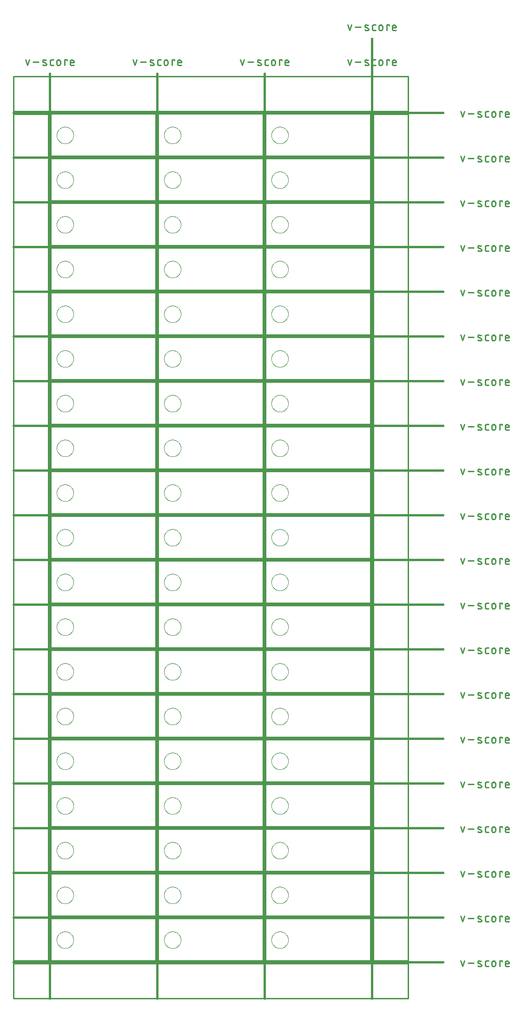
<source format=gko>
G04 EAGLE Gerber RS-274X export*
G75*
%MOMM*%
%FSLAX34Y34*%
%LPD*%
%IN*%
%IPPOS*%
%AMOC8*
5,1,8,0,0,1.08239X$1,22.5*%
G01*
%ADD10C,0.203200*%
%ADD11C,0.381000*%
%ADD12C,0.279400*%
%ADD13C,0.254000*%
%ADD14C,0.000000*%


D10*
X190500Y76200D02*
X0Y76200D01*
X0Y0D01*
X190500Y0D01*
X190500Y76200D01*
X195580Y76200D02*
X386080Y76200D01*
X195580Y76200D02*
X195580Y0D01*
X386080Y0D01*
X386080Y76200D01*
X391160Y76200D02*
X581660Y76200D01*
X391160Y76200D02*
X391160Y0D01*
X581660Y0D01*
X581660Y76200D01*
X190500Y157480D02*
X0Y157480D01*
X0Y81280D01*
X190500Y81280D01*
X190500Y157480D01*
X195580Y157480D02*
X386080Y157480D01*
X195580Y157480D02*
X195580Y81280D01*
X386080Y81280D01*
X386080Y157480D01*
X391160Y157480D02*
X581660Y157480D01*
X391160Y157480D02*
X391160Y81280D01*
X581660Y81280D01*
X581660Y157480D01*
X190500Y238760D02*
X0Y238760D01*
X0Y162560D01*
X190500Y162560D01*
X190500Y238760D01*
X195580Y238760D02*
X386080Y238760D01*
X195580Y238760D02*
X195580Y162560D01*
X386080Y162560D01*
X386080Y238760D01*
X391160Y238760D02*
X581660Y238760D01*
X391160Y238760D02*
X391160Y162560D01*
X581660Y162560D01*
X581660Y238760D01*
X190500Y320040D02*
X0Y320040D01*
X0Y243840D01*
X190500Y243840D01*
X190500Y320040D01*
X195580Y320040D02*
X386080Y320040D01*
X195580Y320040D02*
X195580Y243840D01*
X386080Y243840D01*
X386080Y320040D01*
X391160Y320040D02*
X581660Y320040D01*
X391160Y320040D02*
X391160Y243840D01*
X581660Y243840D01*
X581660Y320040D01*
X190500Y401320D02*
X0Y401320D01*
X0Y325120D01*
X190500Y325120D01*
X190500Y401320D01*
X195580Y401320D02*
X386080Y401320D01*
X195580Y401320D02*
X195580Y325120D01*
X386080Y325120D01*
X386080Y401320D01*
X391160Y401320D02*
X581660Y401320D01*
X391160Y401320D02*
X391160Y325120D01*
X581660Y325120D01*
X581660Y401320D01*
X190500Y482600D02*
X0Y482600D01*
X0Y406400D01*
X190500Y406400D01*
X190500Y482600D01*
X195580Y482600D02*
X386080Y482600D01*
X195580Y482600D02*
X195580Y406400D01*
X386080Y406400D01*
X386080Y482600D01*
X391160Y482600D02*
X581660Y482600D01*
X391160Y482600D02*
X391160Y406400D01*
X581660Y406400D01*
X581660Y482600D01*
X190500Y563880D02*
X0Y563880D01*
X0Y487680D01*
X190500Y487680D01*
X190500Y563880D01*
X195580Y563880D02*
X386080Y563880D01*
X195580Y563880D02*
X195580Y487680D01*
X386080Y487680D01*
X386080Y563880D01*
X391160Y563880D02*
X581660Y563880D01*
X391160Y563880D02*
X391160Y487680D01*
X581660Y487680D01*
X581660Y563880D01*
X190500Y645160D02*
X0Y645160D01*
X0Y568960D01*
X190500Y568960D01*
X190500Y645160D01*
X195580Y645160D02*
X386080Y645160D01*
X195580Y645160D02*
X195580Y568960D01*
X386080Y568960D01*
X386080Y645160D01*
X391160Y645160D02*
X581660Y645160D01*
X391160Y645160D02*
X391160Y568960D01*
X581660Y568960D01*
X581660Y645160D01*
X190500Y726440D02*
X0Y726440D01*
X0Y650240D01*
X190500Y650240D01*
X190500Y726440D01*
X195580Y726440D02*
X386080Y726440D01*
X195580Y726440D02*
X195580Y650240D01*
X386080Y650240D01*
X386080Y726440D01*
X391160Y726440D02*
X581660Y726440D01*
X391160Y726440D02*
X391160Y650240D01*
X581660Y650240D01*
X581660Y726440D01*
X190500Y807720D02*
X0Y807720D01*
X0Y731520D01*
X190500Y731520D01*
X190500Y807720D01*
X195580Y807720D02*
X386080Y807720D01*
X195580Y807720D02*
X195580Y731520D01*
X386080Y731520D01*
X386080Y807720D01*
X391160Y807720D02*
X581660Y807720D01*
X391160Y807720D02*
X391160Y731520D01*
X581660Y731520D01*
X581660Y807720D01*
X190500Y889000D02*
X0Y889000D01*
X0Y812800D01*
X190500Y812800D01*
X190500Y889000D01*
X195580Y889000D02*
X386080Y889000D01*
X195580Y889000D02*
X195580Y812800D01*
X386080Y812800D01*
X386080Y889000D01*
X391160Y889000D02*
X581660Y889000D01*
X391160Y889000D02*
X391160Y812800D01*
X581660Y812800D01*
X581660Y889000D01*
X190500Y970280D02*
X0Y970280D01*
X0Y894080D01*
X190500Y894080D01*
X190500Y970280D01*
X195580Y970280D02*
X386080Y970280D01*
X195580Y970280D02*
X195580Y894080D01*
X386080Y894080D01*
X386080Y970280D01*
X391160Y970280D02*
X581660Y970280D01*
X391160Y970280D02*
X391160Y894080D01*
X581660Y894080D01*
X581660Y970280D01*
X190500Y1051560D02*
X0Y1051560D01*
X0Y975360D01*
X190500Y975360D01*
X190500Y1051560D01*
X195580Y1051560D02*
X386080Y1051560D01*
X195580Y1051560D02*
X195580Y975360D01*
X386080Y975360D01*
X386080Y1051560D01*
X391160Y1051560D02*
X581660Y1051560D01*
X391160Y1051560D02*
X391160Y975360D01*
X581660Y975360D01*
X581660Y1051560D01*
X190500Y1132840D02*
X0Y1132840D01*
X0Y1056640D01*
X190500Y1056640D01*
X190500Y1132840D01*
X195580Y1132840D02*
X386080Y1132840D01*
X195580Y1132840D02*
X195580Y1056640D01*
X386080Y1056640D01*
X386080Y1132840D01*
X391160Y1132840D02*
X581660Y1132840D01*
X391160Y1132840D02*
X391160Y1056640D01*
X581660Y1056640D01*
X581660Y1132840D01*
X190500Y1214120D02*
X0Y1214120D01*
X0Y1137920D01*
X190500Y1137920D01*
X190500Y1214120D01*
X195580Y1214120D02*
X386080Y1214120D01*
X195580Y1214120D02*
X195580Y1137920D01*
X386080Y1137920D01*
X386080Y1214120D01*
X391160Y1214120D02*
X581660Y1214120D01*
X391160Y1214120D02*
X391160Y1137920D01*
X581660Y1137920D01*
X581660Y1214120D01*
X190500Y1295400D02*
X0Y1295400D01*
X0Y1219200D01*
X190500Y1219200D01*
X190500Y1295400D01*
X195580Y1295400D02*
X386080Y1295400D01*
X195580Y1295400D02*
X195580Y1219200D01*
X386080Y1219200D01*
X386080Y1295400D01*
X391160Y1295400D02*
X581660Y1295400D01*
X391160Y1295400D02*
X391160Y1219200D01*
X581660Y1219200D01*
X581660Y1295400D01*
X190500Y1376680D02*
X0Y1376680D01*
X0Y1300480D01*
X190500Y1300480D01*
X190500Y1376680D01*
X195580Y1376680D02*
X386080Y1376680D01*
X195580Y1376680D02*
X195580Y1300480D01*
X386080Y1300480D01*
X386080Y1376680D01*
X391160Y1376680D02*
X581660Y1376680D01*
X391160Y1376680D02*
X391160Y1300480D01*
X581660Y1300480D01*
X581660Y1376680D01*
X190500Y1457960D02*
X0Y1457960D01*
X0Y1381760D01*
X190500Y1381760D01*
X190500Y1457960D01*
X195580Y1457960D02*
X386080Y1457960D01*
X195580Y1457960D02*
X195580Y1381760D01*
X386080Y1381760D01*
X386080Y1457960D01*
X391160Y1457960D02*
X581660Y1457960D01*
X391160Y1457960D02*
X391160Y1381760D01*
X581660Y1381760D01*
X581660Y1457960D01*
X190500Y1539240D02*
X0Y1539240D01*
X0Y1463040D01*
X190500Y1463040D01*
X190500Y1539240D01*
X195580Y1539240D02*
X386080Y1539240D01*
X195580Y1539240D02*
X195580Y1463040D01*
X386080Y1463040D01*
X386080Y1539240D01*
X391160Y1539240D02*
X581660Y1539240D01*
X391160Y1539240D02*
X391160Y1463040D01*
X581660Y1463040D01*
X581660Y1539240D01*
D11*
X-2540Y1612900D02*
X-2540Y-68580D01*
D12*
X-42921Y1628267D02*
X-46251Y1638258D01*
X-39590Y1638258D02*
X-42921Y1628267D01*
X-32806Y1634095D02*
X-22815Y1634095D01*
X-14261Y1634095D02*
X-10098Y1632430D01*
X-14261Y1634094D02*
X-14346Y1634130D01*
X-14429Y1634170D01*
X-14510Y1634213D01*
X-14590Y1634260D01*
X-14667Y1634310D01*
X-14743Y1634363D01*
X-14816Y1634419D01*
X-14886Y1634479D01*
X-14954Y1634541D01*
X-15019Y1634606D01*
X-15081Y1634674D01*
X-15141Y1634745D01*
X-15197Y1634818D01*
X-15250Y1634893D01*
X-15300Y1634971D01*
X-15346Y1635050D01*
X-15389Y1635132D01*
X-15429Y1635215D01*
X-15465Y1635300D01*
X-15497Y1635386D01*
X-15526Y1635474D01*
X-15550Y1635563D01*
X-15571Y1635653D01*
X-15588Y1635743D01*
X-15602Y1635834D01*
X-15611Y1635926D01*
X-15616Y1636018D01*
X-15618Y1636110D01*
X-15616Y1636202D01*
X-15609Y1636294D01*
X-15599Y1636386D01*
X-15585Y1636477D01*
X-15567Y1636568D01*
X-15545Y1636657D01*
X-15519Y1636746D01*
X-15489Y1636833D01*
X-15456Y1636919D01*
X-15419Y1637003D01*
X-15379Y1637086D01*
X-15335Y1637167D01*
X-15288Y1637246D01*
X-15237Y1637323D01*
X-15183Y1637398D01*
X-15126Y1637471D01*
X-15066Y1637541D01*
X-15003Y1637608D01*
X-14937Y1637672D01*
X-14869Y1637734D01*
X-14798Y1637793D01*
X-14724Y1637848D01*
X-14648Y1637901D01*
X-14570Y1637950D01*
X-14490Y1637996D01*
X-14409Y1638038D01*
X-14325Y1638077D01*
X-14240Y1638112D01*
X-14153Y1638143D01*
X-14065Y1638171D01*
X-13976Y1638195D01*
X-13886Y1638215D01*
X-13796Y1638232D01*
X-13704Y1638244D01*
X-13612Y1638253D01*
X-13520Y1638257D01*
X-13428Y1638258D01*
X-13201Y1638252D01*
X-12974Y1638241D01*
X-12747Y1638224D01*
X-12521Y1638201D01*
X-12295Y1638174D01*
X-12070Y1638140D01*
X-11846Y1638102D01*
X-11623Y1638058D01*
X-11401Y1638009D01*
X-11180Y1637954D01*
X-10961Y1637894D01*
X-10743Y1637829D01*
X-10527Y1637758D01*
X-10313Y1637683D01*
X-10100Y1637602D01*
X-9890Y1637516D01*
X-9681Y1637425D01*
X-10098Y1632430D02*
X-10013Y1632394D01*
X-9930Y1632354D01*
X-9849Y1632311D01*
X-9769Y1632264D01*
X-9692Y1632214D01*
X-9616Y1632161D01*
X-9543Y1632105D01*
X-9473Y1632045D01*
X-9405Y1631983D01*
X-9340Y1631918D01*
X-9278Y1631850D01*
X-9218Y1631779D01*
X-9162Y1631706D01*
X-9109Y1631631D01*
X-9059Y1631553D01*
X-9013Y1631474D01*
X-8970Y1631392D01*
X-8930Y1631309D01*
X-8894Y1631224D01*
X-8862Y1631138D01*
X-8833Y1631050D01*
X-8809Y1630961D01*
X-8788Y1630871D01*
X-8771Y1630781D01*
X-8757Y1630690D01*
X-8748Y1630598D01*
X-8743Y1630506D01*
X-8741Y1630414D01*
X-8743Y1630322D01*
X-8750Y1630230D01*
X-8760Y1630138D01*
X-8774Y1630047D01*
X-8792Y1629956D01*
X-8814Y1629867D01*
X-8840Y1629778D01*
X-8870Y1629691D01*
X-8903Y1629605D01*
X-8940Y1629521D01*
X-8980Y1629438D01*
X-9024Y1629357D01*
X-9071Y1629278D01*
X-9122Y1629201D01*
X-9176Y1629126D01*
X-9233Y1629053D01*
X-9293Y1628983D01*
X-9356Y1628916D01*
X-9422Y1628852D01*
X-9490Y1628790D01*
X-9561Y1628731D01*
X-9635Y1628676D01*
X-9711Y1628623D01*
X-9789Y1628574D01*
X-9869Y1628528D01*
X-9950Y1628486D01*
X-10034Y1628447D01*
X-10119Y1628412D01*
X-10206Y1628381D01*
X-10294Y1628353D01*
X-10383Y1628329D01*
X-10473Y1628309D01*
X-10563Y1628292D01*
X-10655Y1628280D01*
X-10747Y1628271D01*
X-10839Y1628267D01*
X-10931Y1628266D01*
X-10931Y1628267D02*
X-11265Y1628276D01*
X-11598Y1628293D01*
X-11931Y1628317D01*
X-12264Y1628350D01*
X-12595Y1628390D01*
X-12926Y1628438D01*
X-13255Y1628494D01*
X-13583Y1628557D01*
X-13909Y1628629D01*
X-14233Y1628708D01*
X-14556Y1628794D01*
X-14876Y1628889D01*
X-15194Y1628991D01*
X-15510Y1629100D01*
X562Y1628267D02*
X3892Y1628267D01*
X562Y1628267D02*
X464Y1628269D01*
X366Y1628275D01*
X268Y1628284D01*
X171Y1628298D01*
X75Y1628315D01*
X-21Y1628336D01*
X-116Y1628361D01*
X-210Y1628389D01*
X-303Y1628421D01*
X-394Y1628457D01*
X-484Y1628496D01*
X-572Y1628539D01*
X-659Y1628586D01*
X-743Y1628635D01*
X-826Y1628688D01*
X-906Y1628744D01*
X-985Y1628803D01*
X-1060Y1628866D01*
X-1134Y1628931D01*
X-1204Y1628999D01*
X-1272Y1629069D01*
X-1338Y1629143D01*
X-1400Y1629219D01*
X-1459Y1629297D01*
X-1515Y1629377D01*
X-1568Y1629460D01*
X-1618Y1629544D01*
X-1664Y1629631D01*
X-1707Y1629719D01*
X-1746Y1629809D01*
X-1782Y1629900D01*
X-1814Y1629993D01*
X-1842Y1630087D01*
X-1867Y1630182D01*
X-1888Y1630278D01*
X-1905Y1630374D01*
X-1919Y1630471D01*
X-1928Y1630569D01*
X-1934Y1630667D01*
X-1936Y1630765D01*
X-1936Y1635760D01*
X-1934Y1635858D01*
X-1928Y1635956D01*
X-1919Y1636054D01*
X-1905Y1636151D01*
X-1888Y1636247D01*
X-1867Y1636343D01*
X-1842Y1636438D01*
X-1814Y1636532D01*
X-1782Y1636625D01*
X-1746Y1636716D01*
X-1707Y1636806D01*
X-1664Y1636894D01*
X-1617Y1636981D01*
X-1568Y1637065D01*
X-1515Y1637148D01*
X-1459Y1637228D01*
X-1400Y1637306D01*
X-1337Y1637382D01*
X-1272Y1637456D01*
X-1204Y1637526D01*
X-1134Y1637594D01*
X-1060Y1637659D01*
X-984Y1637722D01*
X-906Y1637781D01*
X-826Y1637837D01*
X-743Y1637890D01*
X-659Y1637939D01*
X-572Y1637986D01*
X-484Y1638029D01*
X-394Y1638068D01*
X-303Y1638104D01*
X-210Y1638136D01*
X-116Y1638164D01*
X-21Y1638189D01*
X75Y1638210D01*
X171Y1638227D01*
X268Y1638241D01*
X366Y1638250D01*
X464Y1638256D01*
X562Y1638258D01*
X3892Y1638258D01*
X10022Y1634927D02*
X10022Y1631597D01*
X10022Y1634927D02*
X10024Y1635041D01*
X10030Y1635154D01*
X10039Y1635268D01*
X10053Y1635380D01*
X10070Y1635493D01*
X10092Y1635605D01*
X10117Y1635715D01*
X10145Y1635825D01*
X10178Y1635934D01*
X10214Y1636042D01*
X10254Y1636149D01*
X10298Y1636254D01*
X10345Y1636357D01*
X10395Y1636459D01*
X10449Y1636559D01*
X10507Y1636657D01*
X10568Y1636753D01*
X10631Y1636847D01*
X10699Y1636939D01*
X10769Y1637029D01*
X10842Y1637115D01*
X10918Y1637200D01*
X10997Y1637282D01*
X11079Y1637361D01*
X11164Y1637437D01*
X11250Y1637510D01*
X11340Y1637580D01*
X11432Y1637648D01*
X11526Y1637711D01*
X11622Y1637772D01*
X11720Y1637830D01*
X11820Y1637884D01*
X11922Y1637934D01*
X12025Y1637981D01*
X12130Y1638025D01*
X12237Y1638065D01*
X12345Y1638101D01*
X12454Y1638134D01*
X12564Y1638162D01*
X12674Y1638187D01*
X12786Y1638209D01*
X12899Y1638226D01*
X13011Y1638240D01*
X13125Y1638249D01*
X13238Y1638255D01*
X13352Y1638257D01*
X13466Y1638255D01*
X13579Y1638249D01*
X13693Y1638240D01*
X13805Y1638226D01*
X13918Y1638209D01*
X14030Y1638187D01*
X14140Y1638162D01*
X14250Y1638134D01*
X14359Y1638101D01*
X14467Y1638065D01*
X14574Y1638025D01*
X14679Y1637981D01*
X14782Y1637934D01*
X14884Y1637884D01*
X14984Y1637830D01*
X15082Y1637772D01*
X15178Y1637711D01*
X15272Y1637648D01*
X15364Y1637580D01*
X15454Y1637510D01*
X15540Y1637437D01*
X15625Y1637361D01*
X15707Y1637282D01*
X15786Y1637200D01*
X15862Y1637115D01*
X15935Y1637029D01*
X16005Y1636939D01*
X16073Y1636847D01*
X16136Y1636753D01*
X16197Y1636657D01*
X16255Y1636559D01*
X16309Y1636459D01*
X16359Y1636357D01*
X16406Y1636254D01*
X16450Y1636149D01*
X16490Y1636042D01*
X16526Y1635934D01*
X16559Y1635825D01*
X16587Y1635715D01*
X16612Y1635605D01*
X16634Y1635493D01*
X16651Y1635380D01*
X16665Y1635268D01*
X16674Y1635154D01*
X16680Y1635041D01*
X16682Y1634927D01*
X16682Y1631597D01*
X16680Y1631483D01*
X16674Y1631370D01*
X16665Y1631256D01*
X16651Y1631144D01*
X16634Y1631031D01*
X16612Y1630919D01*
X16587Y1630809D01*
X16559Y1630699D01*
X16526Y1630590D01*
X16490Y1630482D01*
X16450Y1630375D01*
X16406Y1630270D01*
X16359Y1630167D01*
X16309Y1630065D01*
X16255Y1629965D01*
X16197Y1629867D01*
X16136Y1629771D01*
X16073Y1629677D01*
X16005Y1629585D01*
X15935Y1629495D01*
X15862Y1629409D01*
X15786Y1629324D01*
X15707Y1629242D01*
X15625Y1629163D01*
X15540Y1629087D01*
X15454Y1629014D01*
X15364Y1628944D01*
X15272Y1628876D01*
X15178Y1628813D01*
X15082Y1628752D01*
X14984Y1628694D01*
X14884Y1628640D01*
X14782Y1628590D01*
X14679Y1628543D01*
X14574Y1628499D01*
X14467Y1628459D01*
X14359Y1628423D01*
X14250Y1628390D01*
X14140Y1628362D01*
X14030Y1628337D01*
X13918Y1628315D01*
X13805Y1628298D01*
X13693Y1628284D01*
X13579Y1628275D01*
X13466Y1628269D01*
X13352Y1628267D01*
X13238Y1628269D01*
X13125Y1628275D01*
X13011Y1628284D01*
X12899Y1628298D01*
X12786Y1628315D01*
X12674Y1628337D01*
X12564Y1628362D01*
X12454Y1628390D01*
X12345Y1628423D01*
X12237Y1628459D01*
X12130Y1628499D01*
X12025Y1628543D01*
X11922Y1628590D01*
X11820Y1628640D01*
X11720Y1628694D01*
X11622Y1628752D01*
X11526Y1628813D01*
X11432Y1628876D01*
X11340Y1628944D01*
X11250Y1629014D01*
X11164Y1629087D01*
X11079Y1629163D01*
X10997Y1629242D01*
X10918Y1629324D01*
X10842Y1629409D01*
X10769Y1629495D01*
X10699Y1629585D01*
X10631Y1629677D01*
X10568Y1629771D01*
X10507Y1629867D01*
X10449Y1629965D01*
X10395Y1630065D01*
X10345Y1630167D01*
X10298Y1630270D01*
X10254Y1630375D01*
X10214Y1630482D01*
X10178Y1630590D01*
X10145Y1630699D01*
X10117Y1630809D01*
X10092Y1630919D01*
X10070Y1631031D01*
X10053Y1631144D01*
X10039Y1631256D01*
X10030Y1631370D01*
X10024Y1631483D01*
X10022Y1631597D01*
X24218Y1628267D02*
X24218Y1638258D01*
X29213Y1638258D01*
X29213Y1636593D01*
X37008Y1628267D02*
X41171Y1628267D01*
X37008Y1628267D02*
X36910Y1628269D01*
X36812Y1628275D01*
X36714Y1628284D01*
X36617Y1628298D01*
X36521Y1628315D01*
X36425Y1628336D01*
X36330Y1628361D01*
X36236Y1628389D01*
X36143Y1628421D01*
X36052Y1628457D01*
X35962Y1628496D01*
X35874Y1628539D01*
X35787Y1628586D01*
X35703Y1628635D01*
X35620Y1628688D01*
X35540Y1628744D01*
X35462Y1628803D01*
X35386Y1628866D01*
X35312Y1628931D01*
X35242Y1628999D01*
X35174Y1629069D01*
X35109Y1629143D01*
X35046Y1629219D01*
X34987Y1629297D01*
X34931Y1629377D01*
X34878Y1629460D01*
X34829Y1629544D01*
X34782Y1629631D01*
X34739Y1629719D01*
X34700Y1629809D01*
X34664Y1629900D01*
X34632Y1629993D01*
X34604Y1630087D01*
X34579Y1630182D01*
X34558Y1630278D01*
X34541Y1630374D01*
X34527Y1630471D01*
X34518Y1630569D01*
X34512Y1630667D01*
X34510Y1630765D01*
X34510Y1634927D01*
X34511Y1634927D02*
X34513Y1635041D01*
X34519Y1635154D01*
X34528Y1635268D01*
X34542Y1635380D01*
X34559Y1635493D01*
X34581Y1635605D01*
X34606Y1635715D01*
X34634Y1635825D01*
X34667Y1635934D01*
X34703Y1636042D01*
X34743Y1636149D01*
X34787Y1636254D01*
X34834Y1636357D01*
X34884Y1636459D01*
X34938Y1636559D01*
X34996Y1636657D01*
X35057Y1636753D01*
X35120Y1636847D01*
X35188Y1636939D01*
X35258Y1637029D01*
X35331Y1637115D01*
X35407Y1637200D01*
X35486Y1637282D01*
X35568Y1637361D01*
X35653Y1637437D01*
X35739Y1637510D01*
X35829Y1637580D01*
X35921Y1637648D01*
X36015Y1637711D01*
X36111Y1637772D01*
X36209Y1637830D01*
X36309Y1637884D01*
X36411Y1637934D01*
X36514Y1637981D01*
X36619Y1638025D01*
X36726Y1638065D01*
X36834Y1638101D01*
X36943Y1638134D01*
X37053Y1638162D01*
X37163Y1638187D01*
X37275Y1638209D01*
X37388Y1638226D01*
X37500Y1638240D01*
X37614Y1638249D01*
X37727Y1638255D01*
X37841Y1638257D01*
X37955Y1638255D01*
X38068Y1638249D01*
X38182Y1638240D01*
X38294Y1638226D01*
X38407Y1638209D01*
X38519Y1638187D01*
X38629Y1638162D01*
X38739Y1638134D01*
X38848Y1638101D01*
X38956Y1638065D01*
X39063Y1638025D01*
X39168Y1637981D01*
X39271Y1637934D01*
X39373Y1637884D01*
X39473Y1637830D01*
X39571Y1637772D01*
X39667Y1637711D01*
X39761Y1637648D01*
X39853Y1637580D01*
X39943Y1637510D01*
X40029Y1637437D01*
X40114Y1637361D01*
X40196Y1637282D01*
X40275Y1637200D01*
X40351Y1637115D01*
X40424Y1637029D01*
X40494Y1636939D01*
X40562Y1636847D01*
X40625Y1636753D01*
X40686Y1636657D01*
X40744Y1636559D01*
X40798Y1636459D01*
X40848Y1636357D01*
X40895Y1636254D01*
X40939Y1636149D01*
X40979Y1636042D01*
X41015Y1635934D01*
X41048Y1635825D01*
X41076Y1635715D01*
X41101Y1635605D01*
X41123Y1635493D01*
X41140Y1635380D01*
X41154Y1635268D01*
X41163Y1635154D01*
X41169Y1635041D01*
X41171Y1634927D01*
X41171Y1633262D01*
X34510Y1633262D01*
D11*
X193040Y1612900D02*
X193040Y-68580D01*
D12*
X152659Y1628267D02*
X149329Y1638258D01*
X155990Y1638258D02*
X152659Y1628267D01*
X162774Y1634095D02*
X172765Y1634095D01*
X181319Y1634095D02*
X185482Y1632430D01*
X181319Y1634094D02*
X181234Y1634130D01*
X181151Y1634170D01*
X181070Y1634213D01*
X180990Y1634260D01*
X180913Y1634310D01*
X180837Y1634363D01*
X180764Y1634419D01*
X180694Y1634479D01*
X180626Y1634541D01*
X180561Y1634606D01*
X180499Y1634674D01*
X180439Y1634745D01*
X180383Y1634818D01*
X180330Y1634893D01*
X180280Y1634971D01*
X180234Y1635050D01*
X180191Y1635132D01*
X180151Y1635215D01*
X180115Y1635300D01*
X180083Y1635386D01*
X180054Y1635474D01*
X180030Y1635563D01*
X180009Y1635653D01*
X179992Y1635743D01*
X179978Y1635834D01*
X179969Y1635926D01*
X179964Y1636018D01*
X179962Y1636110D01*
X179964Y1636202D01*
X179971Y1636294D01*
X179981Y1636386D01*
X179995Y1636477D01*
X180013Y1636568D01*
X180035Y1636657D01*
X180061Y1636746D01*
X180091Y1636833D01*
X180124Y1636919D01*
X180161Y1637003D01*
X180201Y1637086D01*
X180245Y1637167D01*
X180292Y1637246D01*
X180343Y1637323D01*
X180397Y1637398D01*
X180454Y1637471D01*
X180514Y1637541D01*
X180577Y1637608D01*
X180643Y1637672D01*
X180711Y1637734D01*
X180782Y1637793D01*
X180856Y1637848D01*
X180932Y1637901D01*
X181010Y1637950D01*
X181090Y1637996D01*
X181171Y1638038D01*
X181255Y1638077D01*
X181340Y1638112D01*
X181427Y1638143D01*
X181515Y1638171D01*
X181604Y1638195D01*
X181694Y1638215D01*
X181784Y1638232D01*
X181876Y1638244D01*
X181968Y1638253D01*
X182060Y1638257D01*
X182152Y1638258D01*
X182379Y1638252D01*
X182606Y1638241D01*
X182833Y1638224D01*
X183059Y1638201D01*
X183285Y1638174D01*
X183510Y1638140D01*
X183734Y1638102D01*
X183957Y1638058D01*
X184179Y1638009D01*
X184400Y1637954D01*
X184619Y1637894D01*
X184837Y1637829D01*
X185053Y1637758D01*
X185267Y1637683D01*
X185480Y1637602D01*
X185690Y1637516D01*
X185899Y1637425D01*
X185482Y1632430D02*
X185567Y1632394D01*
X185650Y1632354D01*
X185731Y1632311D01*
X185811Y1632264D01*
X185888Y1632214D01*
X185964Y1632161D01*
X186037Y1632105D01*
X186107Y1632045D01*
X186175Y1631983D01*
X186240Y1631918D01*
X186302Y1631850D01*
X186362Y1631779D01*
X186418Y1631706D01*
X186471Y1631631D01*
X186521Y1631553D01*
X186567Y1631474D01*
X186610Y1631392D01*
X186650Y1631309D01*
X186686Y1631224D01*
X186718Y1631138D01*
X186747Y1631050D01*
X186771Y1630961D01*
X186792Y1630871D01*
X186809Y1630781D01*
X186823Y1630690D01*
X186832Y1630598D01*
X186837Y1630506D01*
X186839Y1630414D01*
X186837Y1630322D01*
X186830Y1630230D01*
X186820Y1630138D01*
X186806Y1630047D01*
X186788Y1629956D01*
X186766Y1629867D01*
X186740Y1629778D01*
X186710Y1629691D01*
X186677Y1629605D01*
X186640Y1629521D01*
X186600Y1629438D01*
X186556Y1629357D01*
X186509Y1629278D01*
X186458Y1629201D01*
X186404Y1629126D01*
X186347Y1629053D01*
X186287Y1628983D01*
X186224Y1628916D01*
X186158Y1628852D01*
X186090Y1628790D01*
X186019Y1628731D01*
X185945Y1628676D01*
X185869Y1628623D01*
X185791Y1628574D01*
X185711Y1628528D01*
X185630Y1628486D01*
X185546Y1628447D01*
X185461Y1628412D01*
X185374Y1628381D01*
X185286Y1628353D01*
X185197Y1628329D01*
X185107Y1628309D01*
X185017Y1628292D01*
X184925Y1628280D01*
X184833Y1628271D01*
X184741Y1628267D01*
X184649Y1628266D01*
X184649Y1628267D02*
X184315Y1628276D01*
X183982Y1628293D01*
X183649Y1628317D01*
X183316Y1628350D01*
X182985Y1628390D01*
X182654Y1628438D01*
X182325Y1628494D01*
X181997Y1628557D01*
X181671Y1628629D01*
X181347Y1628708D01*
X181024Y1628794D01*
X180704Y1628889D01*
X180386Y1628991D01*
X180070Y1629100D01*
X196142Y1628267D02*
X199472Y1628267D01*
X196142Y1628267D02*
X196044Y1628269D01*
X195946Y1628275D01*
X195848Y1628284D01*
X195751Y1628298D01*
X195655Y1628315D01*
X195559Y1628336D01*
X195464Y1628361D01*
X195370Y1628389D01*
X195277Y1628421D01*
X195186Y1628457D01*
X195096Y1628496D01*
X195008Y1628539D01*
X194921Y1628586D01*
X194837Y1628635D01*
X194754Y1628688D01*
X194674Y1628744D01*
X194596Y1628803D01*
X194520Y1628866D01*
X194446Y1628931D01*
X194376Y1628999D01*
X194308Y1629069D01*
X194243Y1629143D01*
X194180Y1629219D01*
X194121Y1629297D01*
X194065Y1629377D01*
X194012Y1629460D01*
X193963Y1629544D01*
X193916Y1629631D01*
X193873Y1629719D01*
X193834Y1629809D01*
X193798Y1629900D01*
X193766Y1629993D01*
X193738Y1630087D01*
X193713Y1630182D01*
X193692Y1630278D01*
X193675Y1630374D01*
X193661Y1630471D01*
X193652Y1630569D01*
X193646Y1630667D01*
X193644Y1630765D01*
X193644Y1635760D01*
X193646Y1635858D01*
X193652Y1635956D01*
X193661Y1636054D01*
X193675Y1636151D01*
X193692Y1636247D01*
X193713Y1636343D01*
X193738Y1636438D01*
X193766Y1636532D01*
X193798Y1636625D01*
X193834Y1636716D01*
X193873Y1636806D01*
X193916Y1636894D01*
X193963Y1636981D01*
X194012Y1637065D01*
X194065Y1637148D01*
X194121Y1637228D01*
X194180Y1637307D01*
X194243Y1637382D01*
X194308Y1637456D01*
X194376Y1637526D01*
X194446Y1637594D01*
X194520Y1637660D01*
X194596Y1637722D01*
X194674Y1637781D01*
X194754Y1637837D01*
X194837Y1637890D01*
X194921Y1637940D01*
X195008Y1637986D01*
X195096Y1638029D01*
X195186Y1638068D01*
X195277Y1638104D01*
X195370Y1638136D01*
X195464Y1638164D01*
X195559Y1638189D01*
X195655Y1638210D01*
X195751Y1638227D01*
X195848Y1638241D01*
X195946Y1638250D01*
X196044Y1638256D01*
X196142Y1638258D01*
X199472Y1638258D01*
X205602Y1634927D02*
X205602Y1631597D01*
X205602Y1634927D02*
X205604Y1635041D01*
X205610Y1635154D01*
X205619Y1635268D01*
X205633Y1635380D01*
X205650Y1635493D01*
X205672Y1635605D01*
X205697Y1635715D01*
X205725Y1635825D01*
X205758Y1635934D01*
X205794Y1636042D01*
X205834Y1636149D01*
X205878Y1636254D01*
X205925Y1636357D01*
X205975Y1636459D01*
X206029Y1636559D01*
X206087Y1636657D01*
X206148Y1636753D01*
X206211Y1636847D01*
X206279Y1636939D01*
X206349Y1637029D01*
X206422Y1637115D01*
X206498Y1637200D01*
X206577Y1637282D01*
X206659Y1637361D01*
X206744Y1637437D01*
X206830Y1637510D01*
X206920Y1637580D01*
X207012Y1637648D01*
X207106Y1637711D01*
X207202Y1637772D01*
X207300Y1637830D01*
X207400Y1637884D01*
X207502Y1637934D01*
X207605Y1637981D01*
X207710Y1638025D01*
X207817Y1638065D01*
X207925Y1638101D01*
X208034Y1638134D01*
X208144Y1638162D01*
X208254Y1638187D01*
X208366Y1638209D01*
X208479Y1638226D01*
X208591Y1638240D01*
X208705Y1638249D01*
X208818Y1638255D01*
X208932Y1638257D01*
X209046Y1638255D01*
X209159Y1638249D01*
X209273Y1638240D01*
X209385Y1638226D01*
X209498Y1638209D01*
X209610Y1638187D01*
X209720Y1638162D01*
X209830Y1638134D01*
X209939Y1638101D01*
X210047Y1638065D01*
X210154Y1638025D01*
X210259Y1637981D01*
X210362Y1637934D01*
X210464Y1637884D01*
X210564Y1637830D01*
X210662Y1637772D01*
X210758Y1637711D01*
X210852Y1637648D01*
X210944Y1637580D01*
X211034Y1637510D01*
X211120Y1637437D01*
X211205Y1637361D01*
X211287Y1637282D01*
X211366Y1637200D01*
X211442Y1637115D01*
X211515Y1637029D01*
X211585Y1636939D01*
X211653Y1636847D01*
X211716Y1636753D01*
X211777Y1636657D01*
X211835Y1636559D01*
X211889Y1636459D01*
X211939Y1636357D01*
X211986Y1636254D01*
X212030Y1636149D01*
X212070Y1636042D01*
X212106Y1635934D01*
X212139Y1635825D01*
X212167Y1635715D01*
X212192Y1635605D01*
X212214Y1635493D01*
X212231Y1635380D01*
X212245Y1635268D01*
X212254Y1635154D01*
X212260Y1635041D01*
X212262Y1634927D01*
X212262Y1631597D01*
X212260Y1631483D01*
X212254Y1631370D01*
X212245Y1631256D01*
X212231Y1631144D01*
X212214Y1631031D01*
X212192Y1630919D01*
X212167Y1630809D01*
X212139Y1630699D01*
X212106Y1630590D01*
X212070Y1630482D01*
X212030Y1630375D01*
X211986Y1630270D01*
X211939Y1630167D01*
X211889Y1630065D01*
X211835Y1629965D01*
X211777Y1629867D01*
X211716Y1629771D01*
X211653Y1629677D01*
X211585Y1629585D01*
X211515Y1629495D01*
X211442Y1629409D01*
X211366Y1629324D01*
X211287Y1629242D01*
X211205Y1629163D01*
X211120Y1629087D01*
X211034Y1629014D01*
X210944Y1628944D01*
X210852Y1628876D01*
X210758Y1628813D01*
X210662Y1628752D01*
X210564Y1628694D01*
X210464Y1628640D01*
X210362Y1628590D01*
X210259Y1628543D01*
X210154Y1628499D01*
X210047Y1628459D01*
X209939Y1628423D01*
X209830Y1628390D01*
X209720Y1628362D01*
X209610Y1628337D01*
X209498Y1628315D01*
X209385Y1628298D01*
X209273Y1628284D01*
X209159Y1628275D01*
X209046Y1628269D01*
X208932Y1628267D01*
X208818Y1628269D01*
X208705Y1628275D01*
X208591Y1628284D01*
X208479Y1628298D01*
X208366Y1628315D01*
X208254Y1628337D01*
X208144Y1628362D01*
X208034Y1628390D01*
X207925Y1628423D01*
X207817Y1628459D01*
X207710Y1628499D01*
X207605Y1628543D01*
X207502Y1628590D01*
X207400Y1628640D01*
X207300Y1628694D01*
X207202Y1628752D01*
X207106Y1628813D01*
X207012Y1628876D01*
X206920Y1628944D01*
X206830Y1629014D01*
X206744Y1629087D01*
X206659Y1629163D01*
X206577Y1629242D01*
X206498Y1629324D01*
X206422Y1629409D01*
X206349Y1629495D01*
X206279Y1629585D01*
X206211Y1629677D01*
X206148Y1629771D01*
X206087Y1629867D01*
X206029Y1629965D01*
X205975Y1630065D01*
X205925Y1630167D01*
X205878Y1630270D01*
X205834Y1630375D01*
X205794Y1630482D01*
X205758Y1630590D01*
X205725Y1630699D01*
X205697Y1630809D01*
X205672Y1630919D01*
X205650Y1631031D01*
X205633Y1631144D01*
X205619Y1631256D01*
X205610Y1631370D01*
X205604Y1631483D01*
X205602Y1631597D01*
X219798Y1628267D02*
X219798Y1638258D01*
X224793Y1638258D01*
X224793Y1636593D01*
X232588Y1628267D02*
X236751Y1628267D01*
X232588Y1628267D02*
X232490Y1628269D01*
X232392Y1628275D01*
X232294Y1628284D01*
X232197Y1628298D01*
X232101Y1628315D01*
X232005Y1628336D01*
X231910Y1628361D01*
X231816Y1628389D01*
X231723Y1628421D01*
X231632Y1628457D01*
X231542Y1628496D01*
X231454Y1628539D01*
X231367Y1628586D01*
X231283Y1628635D01*
X231200Y1628688D01*
X231120Y1628744D01*
X231042Y1628803D01*
X230966Y1628866D01*
X230892Y1628931D01*
X230822Y1628999D01*
X230754Y1629069D01*
X230689Y1629143D01*
X230626Y1629219D01*
X230567Y1629297D01*
X230511Y1629377D01*
X230458Y1629460D01*
X230409Y1629544D01*
X230362Y1629631D01*
X230319Y1629719D01*
X230280Y1629809D01*
X230244Y1629900D01*
X230212Y1629993D01*
X230184Y1630087D01*
X230159Y1630182D01*
X230138Y1630278D01*
X230121Y1630374D01*
X230107Y1630471D01*
X230098Y1630569D01*
X230092Y1630667D01*
X230090Y1630765D01*
X230090Y1634927D01*
X230091Y1634927D02*
X230093Y1635041D01*
X230099Y1635154D01*
X230108Y1635268D01*
X230122Y1635380D01*
X230139Y1635493D01*
X230161Y1635605D01*
X230186Y1635715D01*
X230214Y1635825D01*
X230247Y1635934D01*
X230283Y1636042D01*
X230323Y1636149D01*
X230367Y1636254D01*
X230414Y1636357D01*
X230464Y1636459D01*
X230518Y1636559D01*
X230576Y1636657D01*
X230637Y1636753D01*
X230700Y1636847D01*
X230768Y1636939D01*
X230838Y1637029D01*
X230911Y1637115D01*
X230987Y1637200D01*
X231066Y1637282D01*
X231148Y1637361D01*
X231233Y1637437D01*
X231319Y1637510D01*
X231409Y1637580D01*
X231501Y1637648D01*
X231595Y1637711D01*
X231691Y1637772D01*
X231789Y1637830D01*
X231889Y1637884D01*
X231991Y1637934D01*
X232094Y1637981D01*
X232199Y1638025D01*
X232306Y1638065D01*
X232414Y1638101D01*
X232523Y1638134D01*
X232633Y1638162D01*
X232743Y1638187D01*
X232855Y1638209D01*
X232968Y1638226D01*
X233080Y1638240D01*
X233194Y1638249D01*
X233307Y1638255D01*
X233421Y1638257D01*
X233535Y1638255D01*
X233648Y1638249D01*
X233762Y1638240D01*
X233874Y1638226D01*
X233987Y1638209D01*
X234099Y1638187D01*
X234209Y1638162D01*
X234319Y1638134D01*
X234428Y1638101D01*
X234536Y1638065D01*
X234643Y1638025D01*
X234748Y1637981D01*
X234851Y1637934D01*
X234953Y1637884D01*
X235053Y1637830D01*
X235151Y1637772D01*
X235247Y1637711D01*
X235341Y1637648D01*
X235433Y1637580D01*
X235523Y1637510D01*
X235609Y1637437D01*
X235694Y1637361D01*
X235776Y1637282D01*
X235855Y1637200D01*
X235931Y1637115D01*
X236004Y1637029D01*
X236074Y1636939D01*
X236142Y1636847D01*
X236205Y1636753D01*
X236266Y1636657D01*
X236324Y1636559D01*
X236378Y1636459D01*
X236428Y1636357D01*
X236475Y1636254D01*
X236519Y1636149D01*
X236559Y1636042D01*
X236595Y1635934D01*
X236628Y1635825D01*
X236656Y1635715D01*
X236681Y1635605D01*
X236703Y1635493D01*
X236720Y1635380D01*
X236734Y1635268D01*
X236743Y1635154D01*
X236749Y1635041D01*
X236751Y1634927D01*
X236751Y1633262D01*
X230090Y1633262D01*
D11*
X388620Y1612900D02*
X388620Y-68580D01*
D12*
X348239Y1628267D02*
X344909Y1638258D01*
X351570Y1638258D02*
X348239Y1628267D01*
X358354Y1634095D02*
X368345Y1634095D01*
X376899Y1634095D02*
X381062Y1632430D01*
X376899Y1634094D02*
X376814Y1634130D01*
X376731Y1634170D01*
X376650Y1634213D01*
X376570Y1634260D01*
X376493Y1634310D01*
X376417Y1634363D01*
X376344Y1634419D01*
X376274Y1634479D01*
X376206Y1634541D01*
X376141Y1634606D01*
X376079Y1634674D01*
X376019Y1634745D01*
X375963Y1634818D01*
X375910Y1634893D01*
X375860Y1634971D01*
X375814Y1635050D01*
X375771Y1635132D01*
X375731Y1635215D01*
X375695Y1635300D01*
X375663Y1635386D01*
X375634Y1635474D01*
X375610Y1635563D01*
X375589Y1635653D01*
X375572Y1635743D01*
X375558Y1635834D01*
X375549Y1635926D01*
X375544Y1636018D01*
X375542Y1636110D01*
X375544Y1636202D01*
X375551Y1636294D01*
X375561Y1636386D01*
X375575Y1636477D01*
X375593Y1636568D01*
X375615Y1636657D01*
X375641Y1636746D01*
X375671Y1636833D01*
X375704Y1636919D01*
X375741Y1637003D01*
X375781Y1637086D01*
X375825Y1637167D01*
X375872Y1637246D01*
X375923Y1637323D01*
X375977Y1637398D01*
X376034Y1637471D01*
X376094Y1637541D01*
X376157Y1637608D01*
X376223Y1637672D01*
X376291Y1637734D01*
X376362Y1637793D01*
X376436Y1637848D01*
X376512Y1637901D01*
X376590Y1637950D01*
X376670Y1637996D01*
X376751Y1638038D01*
X376835Y1638077D01*
X376920Y1638112D01*
X377007Y1638143D01*
X377095Y1638171D01*
X377184Y1638195D01*
X377274Y1638215D01*
X377364Y1638232D01*
X377456Y1638244D01*
X377548Y1638253D01*
X377640Y1638257D01*
X377732Y1638258D01*
X377959Y1638252D01*
X378186Y1638241D01*
X378413Y1638224D01*
X378639Y1638201D01*
X378865Y1638174D01*
X379090Y1638140D01*
X379314Y1638102D01*
X379537Y1638058D01*
X379759Y1638009D01*
X379980Y1637954D01*
X380199Y1637894D01*
X380417Y1637829D01*
X380633Y1637758D01*
X380847Y1637683D01*
X381060Y1637602D01*
X381270Y1637516D01*
X381479Y1637425D01*
X381062Y1632430D02*
X381147Y1632394D01*
X381230Y1632354D01*
X381311Y1632311D01*
X381391Y1632264D01*
X381468Y1632214D01*
X381544Y1632161D01*
X381617Y1632105D01*
X381687Y1632045D01*
X381755Y1631983D01*
X381820Y1631918D01*
X381882Y1631850D01*
X381942Y1631779D01*
X381998Y1631706D01*
X382051Y1631631D01*
X382101Y1631553D01*
X382147Y1631474D01*
X382190Y1631392D01*
X382230Y1631309D01*
X382266Y1631224D01*
X382298Y1631138D01*
X382327Y1631050D01*
X382351Y1630961D01*
X382372Y1630871D01*
X382389Y1630781D01*
X382403Y1630690D01*
X382412Y1630598D01*
X382417Y1630506D01*
X382419Y1630414D01*
X382417Y1630322D01*
X382410Y1630230D01*
X382400Y1630138D01*
X382386Y1630047D01*
X382368Y1629956D01*
X382346Y1629867D01*
X382320Y1629778D01*
X382290Y1629691D01*
X382257Y1629605D01*
X382220Y1629521D01*
X382180Y1629438D01*
X382136Y1629357D01*
X382089Y1629278D01*
X382038Y1629201D01*
X381984Y1629126D01*
X381927Y1629053D01*
X381867Y1628983D01*
X381804Y1628916D01*
X381738Y1628852D01*
X381670Y1628790D01*
X381599Y1628731D01*
X381525Y1628676D01*
X381449Y1628623D01*
X381371Y1628574D01*
X381291Y1628528D01*
X381210Y1628486D01*
X381126Y1628447D01*
X381041Y1628412D01*
X380954Y1628381D01*
X380866Y1628353D01*
X380777Y1628329D01*
X380687Y1628309D01*
X380597Y1628292D01*
X380505Y1628280D01*
X380413Y1628271D01*
X380321Y1628267D01*
X380229Y1628266D01*
X380229Y1628267D02*
X379895Y1628276D01*
X379562Y1628293D01*
X379229Y1628317D01*
X378896Y1628350D01*
X378565Y1628390D01*
X378234Y1628438D01*
X377905Y1628494D01*
X377577Y1628557D01*
X377251Y1628629D01*
X376927Y1628708D01*
X376604Y1628794D01*
X376284Y1628889D01*
X375966Y1628991D01*
X375650Y1629100D01*
X391722Y1628267D02*
X395052Y1628267D01*
X391722Y1628267D02*
X391624Y1628269D01*
X391526Y1628275D01*
X391428Y1628284D01*
X391331Y1628298D01*
X391235Y1628315D01*
X391139Y1628336D01*
X391044Y1628361D01*
X390950Y1628389D01*
X390857Y1628421D01*
X390766Y1628457D01*
X390676Y1628496D01*
X390588Y1628539D01*
X390501Y1628586D01*
X390417Y1628635D01*
X390334Y1628688D01*
X390254Y1628744D01*
X390176Y1628803D01*
X390100Y1628866D01*
X390026Y1628931D01*
X389956Y1628999D01*
X389888Y1629069D01*
X389823Y1629143D01*
X389760Y1629219D01*
X389701Y1629297D01*
X389645Y1629377D01*
X389592Y1629460D01*
X389543Y1629544D01*
X389496Y1629631D01*
X389453Y1629719D01*
X389414Y1629809D01*
X389378Y1629900D01*
X389346Y1629993D01*
X389318Y1630087D01*
X389293Y1630182D01*
X389272Y1630278D01*
X389255Y1630374D01*
X389241Y1630471D01*
X389232Y1630569D01*
X389226Y1630667D01*
X389224Y1630765D01*
X389224Y1635760D01*
X389226Y1635858D01*
X389232Y1635956D01*
X389241Y1636054D01*
X389255Y1636151D01*
X389272Y1636247D01*
X389293Y1636343D01*
X389318Y1636438D01*
X389346Y1636532D01*
X389378Y1636625D01*
X389414Y1636716D01*
X389453Y1636806D01*
X389496Y1636894D01*
X389543Y1636981D01*
X389592Y1637065D01*
X389645Y1637148D01*
X389701Y1637228D01*
X389760Y1637307D01*
X389823Y1637382D01*
X389888Y1637456D01*
X389956Y1637526D01*
X390026Y1637594D01*
X390100Y1637660D01*
X390176Y1637722D01*
X390254Y1637781D01*
X390334Y1637837D01*
X390417Y1637890D01*
X390501Y1637940D01*
X390588Y1637986D01*
X390676Y1638029D01*
X390766Y1638068D01*
X390857Y1638104D01*
X390950Y1638136D01*
X391044Y1638164D01*
X391139Y1638189D01*
X391235Y1638210D01*
X391331Y1638227D01*
X391428Y1638241D01*
X391526Y1638250D01*
X391624Y1638256D01*
X391722Y1638258D01*
X395052Y1638258D01*
X401182Y1634927D02*
X401182Y1631597D01*
X401182Y1634927D02*
X401184Y1635041D01*
X401190Y1635154D01*
X401199Y1635268D01*
X401213Y1635380D01*
X401230Y1635493D01*
X401252Y1635605D01*
X401277Y1635715D01*
X401305Y1635825D01*
X401338Y1635934D01*
X401374Y1636042D01*
X401414Y1636149D01*
X401458Y1636254D01*
X401505Y1636357D01*
X401555Y1636459D01*
X401609Y1636559D01*
X401667Y1636657D01*
X401728Y1636753D01*
X401791Y1636847D01*
X401859Y1636939D01*
X401929Y1637029D01*
X402002Y1637115D01*
X402078Y1637200D01*
X402157Y1637282D01*
X402239Y1637361D01*
X402324Y1637437D01*
X402410Y1637510D01*
X402500Y1637580D01*
X402592Y1637648D01*
X402686Y1637711D01*
X402782Y1637772D01*
X402880Y1637830D01*
X402980Y1637884D01*
X403082Y1637934D01*
X403185Y1637981D01*
X403290Y1638025D01*
X403397Y1638065D01*
X403505Y1638101D01*
X403614Y1638134D01*
X403724Y1638162D01*
X403834Y1638187D01*
X403946Y1638209D01*
X404059Y1638226D01*
X404171Y1638240D01*
X404285Y1638249D01*
X404398Y1638255D01*
X404512Y1638257D01*
X404626Y1638255D01*
X404739Y1638249D01*
X404853Y1638240D01*
X404965Y1638226D01*
X405078Y1638209D01*
X405190Y1638187D01*
X405300Y1638162D01*
X405410Y1638134D01*
X405519Y1638101D01*
X405627Y1638065D01*
X405734Y1638025D01*
X405839Y1637981D01*
X405942Y1637934D01*
X406044Y1637884D01*
X406144Y1637830D01*
X406242Y1637772D01*
X406338Y1637711D01*
X406432Y1637648D01*
X406524Y1637580D01*
X406614Y1637510D01*
X406700Y1637437D01*
X406785Y1637361D01*
X406867Y1637282D01*
X406946Y1637200D01*
X407022Y1637115D01*
X407095Y1637029D01*
X407165Y1636939D01*
X407233Y1636847D01*
X407296Y1636753D01*
X407357Y1636657D01*
X407415Y1636559D01*
X407469Y1636459D01*
X407519Y1636357D01*
X407566Y1636254D01*
X407610Y1636149D01*
X407650Y1636042D01*
X407686Y1635934D01*
X407719Y1635825D01*
X407747Y1635715D01*
X407772Y1635605D01*
X407794Y1635493D01*
X407811Y1635380D01*
X407825Y1635268D01*
X407834Y1635154D01*
X407840Y1635041D01*
X407842Y1634927D01*
X407842Y1631597D01*
X407840Y1631483D01*
X407834Y1631370D01*
X407825Y1631256D01*
X407811Y1631144D01*
X407794Y1631031D01*
X407772Y1630919D01*
X407747Y1630809D01*
X407719Y1630699D01*
X407686Y1630590D01*
X407650Y1630482D01*
X407610Y1630375D01*
X407566Y1630270D01*
X407519Y1630167D01*
X407469Y1630065D01*
X407415Y1629965D01*
X407357Y1629867D01*
X407296Y1629771D01*
X407233Y1629677D01*
X407165Y1629585D01*
X407095Y1629495D01*
X407022Y1629409D01*
X406946Y1629324D01*
X406867Y1629242D01*
X406785Y1629163D01*
X406700Y1629087D01*
X406614Y1629014D01*
X406524Y1628944D01*
X406432Y1628876D01*
X406338Y1628813D01*
X406242Y1628752D01*
X406144Y1628694D01*
X406044Y1628640D01*
X405942Y1628590D01*
X405839Y1628543D01*
X405734Y1628499D01*
X405627Y1628459D01*
X405519Y1628423D01*
X405410Y1628390D01*
X405300Y1628362D01*
X405190Y1628337D01*
X405078Y1628315D01*
X404965Y1628298D01*
X404853Y1628284D01*
X404739Y1628275D01*
X404626Y1628269D01*
X404512Y1628267D01*
X404398Y1628269D01*
X404285Y1628275D01*
X404171Y1628284D01*
X404059Y1628298D01*
X403946Y1628315D01*
X403834Y1628337D01*
X403724Y1628362D01*
X403614Y1628390D01*
X403505Y1628423D01*
X403397Y1628459D01*
X403290Y1628499D01*
X403185Y1628543D01*
X403082Y1628590D01*
X402980Y1628640D01*
X402880Y1628694D01*
X402782Y1628752D01*
X402686Y1628813D01*
X402592Y1628876D01*
X402500Y1628944D01*
X402410Y1629014D01*
X402324Y1629087D01*
X402239Y1629163D01*
X402157Y1629242D01*
X402078Y1629324D01*
X402002Y1629409D01*
X401929Y1629495D01*
X401859Y1629585D01*
X401791Y1629677D01*
X401728Y1629771D01*
X401667Y1629867D01*
X401609Y1629965D01*
X401555Y1630065D01*
X401505Y1630167D01*
X401458Y1630270D01*
X401414Y1630375D01*
X401374Y1630482D01*
X401338Y1630590D01*
X401305Y1630699D01*
X401277Y1630809D01*
X401252Y1630919D01*
X401230Y1631031D01*
X401213Y1631144D01*
X401199Y1631256D01*
X401190Y1631370D01*
X401184Y1631483D01*
X401182Y1631597D01*
X415378Y1628267D02*
X415378Y1638258D01*
X420373Y1638258D01*
X420373Y1636593D01*
X428168Y1628267D02*
X432331Y1628267D01*
X428168Y1628267D02*
X428070Y1628269D01*
X427972Y1628275D01*
X427874Y1628284D01*
X427777Y1628298D01*
X427681Y1628315D01*
X427585Y1628336D01*
X427490Y1628361D01*
X427396Y1628389D01*
X427303Y1628421D01*
X427212Y1628457D01*
X427122Y1628496D01*
X427034Y1628539D01*
X426947Y1628586D01*
X426863Y1628635D01*
X426780Y1628688D01*
X426700Y1628744D01*
X426622Y1628803D01*
X426546Y1628866D01*
X426472Y1628931D01*
X426402Y1628999D01*
X426334Y1629069D01*
X426269Y1629143D01*
X426206Y1629219D01*
X426147Y1629297D01*
X426091Y1629377D01*
X426038Y1629460D01*
X425989Y1629544D01*
X425942Y1629631D01*
X425899Y1629719D01*
X425860Y1629809D01*
X425824Y1629900D01*
X425792Y1629993D01*
X425764Y1630087D01*
X425739Y1630182D01*
X425718Y1630278D01*
X425701Y1630374D01*
X425687Y1630471D01*
X425678Y1630569D01*
X425672Y1630667D01*
X425670Y1630765D01*
X425670Y1634927D01*
X425671Y1634927D02*
X425673Y1635041D01*
X425679Y1635154D01*
X425688Y1635268D01*
X425702Y1635380D01*
X425719Y1635493D01*
X425741Y1635605D01*
X425766Y1635715D01*
X425794Y1635825D01*
X425827Y1635934D01*
X425863Y1636042D01*
X425903Y1636149D01*
X425947Y1636254D01*
X425994Y1636357D01*
X426044Y1636459D01*
X426098Y1636559D01*
X426156Y1636657D01*
X426217Y1636753D01*
X426280Y1636847D01*
X426348Y1636939D01*
X426418Y1637029D01*
X426491Y1637115D01*
X426567Y1637200D01*
X426646Y1637282D01*
X426728Y1637361D01*
X426813Y1637437D01*
X426899Y1637510D01*
X426989Y1637580D01*
X427081Y1637648D01*
X427175Y1637711D01*
X427271Y1637772D01*
X427369Y1637830D01*
X427469Y1637884D01*
X427571Y1637934D01*
X427674Y1637981D01*
X427779Y1638025D01*
X427886Y1638065D01*
X427994Y1638101D01*
X428103Y1638134D01*
X428213Y1638162D01*
X428323Y1638187D01*
X428435Y1638209D01*
X428548Y1638226D01*
X428660Y1638240D01*
X428774Y1638249D01*
X428887Y1638255D01*
X429001Y1638257D01*
X429115Y1638255D01*
X429228Y1638249D01*
X429342Y1638240D01*
X429454Y1638226D01*
X429567Y1638209D01*
X429679Y1638187D01*
X429789Y1638162D01*
X429899Y1638134D01*
X430008Y1638101D01*
X430116Y1638065D01*
X430223Y1638025D01*
X430328Y1637981D01*
X430431Y1637934D01*
X430533Y1637884D01*
X430633Y1637830D01*
X430731Y1637772D01*
X430827Y1637711D01*
X430921Y1637648D01*
X431013Y1637580D01*
X431103Y1637510D01*
X431189Y1637437D01*
X431274Y1637361D01*
X431356Y1637282D01*
X431435Y1637200D01*
X431511Y1637115D01*
X431584Y1637029D01*
X431654Y1636939D01*
X431722Y1636847D01*
X431785Y1636753D01*
X431846Y1636657D01*
X431904Y1636559D01*
X431958Y1636459D01*
X432008Y1636357D01*
X432055Y1636254D01*
X432099Y1636149D01*
X432139Y1636042D01*
X432175Y1635934D01*
X432208Y1635825D01*
X432236Y1635715D01*
X432261Y1635605D01*
X432283Y1635493D01*
X432300Y1635380D01*
X432314Y1635268D01*
X432323Y1635154D01*
X432329Y1635041D01*
X432331Y1634927D01*
X432331Y1633262D01*
X425670Y1633262D01*
D11*
X584200Y1676400D02*
X584200Y-68580D01*
D12*
X543819Y1628267D02*
X540489Y1638258D01*
X547150Y1638258D02*
X543819Y1628267D01*
X553934Y1634095D02*
X563925Y1634095D01*
X572479Y1634095D02*
X576642Y1632430D01*
X572479Y1634094D02*
X572394Y1634130D01*
X572311Y1634170D01*
X572230Y1634213D01*
X572150Y1634260D01*
X572073Y1634310D01*
X571997Y1634363D01*
X571924Y1634419D01*
X571854Y1634479D01*
X571786Y1634541D01*
X571721Y1634606D01*
X571659Y1634674D01*
X571599Y1634745D01*
X571543Y1634818D01*
X571490Y1634893D01*
X571440Y1634971D01*
X571394Y1635050D01*
X571351Y1635132D01*
X571311Y1635215D01*
X571275Y1635300D01*
X571243Y1635386D01*
X571214Y1635474D01*
X571190Y1635563D01*
X571169Y1635653D01*
X571152Y1635743D01*
X571138Y1635834D01*
X571129Y1635926D01*
X571124Y1636018D01*
X571122Y1636110D01*
X571124Y1636202D01*
X571131Y1636294D01*
X571141Y1636386D01*
X571155Y1636477D01*
X571173Y1636568D01*
X571195Y1636657D01*
X571221Y1636746D01*
X571251Y1636833D01*
X571284Y1636919D01*
X571321Y1637003D01*
X571361Y1637086D01*
X571405Y1637167D01*
X571452Y1637246D01*
X571503Y1637323D01*
X571557Y1637398D01*
X571614Y1637471D01*
X571674Y1637541D01*
X571737Y1637608D01*
X571803Y1637672D01*
X571871Y1637734D01*
X571942Y1637793D01*
X572016Y1637848D01*
X572092Y1637901D01*
X572170Y1637950D01*
X572250Y1637996D01*
X572331Y1638038D01*
X572415Y1638077D01*
X572500Y1638112D01*
X572587Y1638143D01*
X572675Y1638171D01*
X572764Y1638195D01*
X572854Y1638215D01*
X572944Y1638232D01*
X573036Y1638244D01*
X573128Y1638253D01*
X573220Y1638257D01*
X573312Y1638258D01*
X573539Y1638252D01*
X573766Y1638241D01*
X573993Y1638224D01*
X574219Y1638201D01*
X574445Y1638174D01*
X574670Y1638140D01*
X574894Y1638102D01*
X575117Y1638058D01*
X575339Y1638009D01*
X575560Y1637954D01*
X575779Y1637894D01*
X575997Y1637829D01*
X576213Y1637758D01*
X576427Y1637683D01*
X576640Y1637602D01*
X576850Y1637516D01*
X577059Y1637425D01*
X576642Y1632430D02*
X576727Y1632394D01*
X576810Y1632354D01*
X576891Y1632311D01*
X576971Y1632264D01*
X577048Y1632214D01*
X577124Y1632161D01*
X577197Y1632105D01*
X577267Y1632045D01*
X577335Y1631983D01*
X577400Y1631918D01*
X577462Y1631850D01*
X577522Y1631779D01*
X577578Y1631706D01*
X577631Y1631631D01*
X577681Y1631553D01*
X577727Y1631474D01*
X577770Y1631392D01*
X577810Y1631309D01*
X577846Y1631224D01*
X577878Y1631138D01*
X577907Y1631050D01*
X577931Y1630961D01*
X577952Y1630871D01*
X577969Y1630781D01*
X577983Y1630690D01*
X577992Y1630598D01*
X577997Y1630506D01*
X577999Y1630414D01*
X577997Y1630322D01*
X577990Y1630230D01*
X577980Y1630138D01*
X577966Y1630047D01*
X577948Y1629956D01*
X577926Y1629867D01*
X577900Y1629778D01*
X577870Y1629691D01*
X577837Y1629605D01*
X577800Y1629521D01*
X577760Y1629438D01*
X577716Y1629357D01*
X577669Y1629278D01*
X577618Y1629201D01*
X577564Y1629126D01*
X577507Y1629053D01*
X577447Y1628983D01*
X577384Y1628916D01*
X577318Y1628852D01*
X577250Y1628790D01*
X577179Y1628731D01*
X577105Y1628676D01*
X577029Y1628623D01*
X576951Y1628574D01*
X576871Y1628528D01*
X576790Y1628486D01*
X576706Y1628447D01*
X576621Y1628412D01*
X576534Y1628381D01*
X576446Y1628353D01*
X576357Y1628329D01*
X576267Y1628309D01*
X576177Y1628292D01*
X576085Y1628280D01*
X575993Y1628271D01*
X575901Y1628267D01*
X575809Y1628266D01*
X575809Y1628267D02*
X575475Y1628276D01*
X575142Y1628293D01*
X574809Y1628317D01*
X574476Y1628350D01*
X574145Y1628390D01*
X573814Y1628438D01*
X573485Y1628494D01*
X573157Y1628557D01*
X572831Y1628629D01*
X572507Y1628708D01*
X572184Y1628794D01*
X571864Y1628889D01*
X571546Y1628991D01*
X571230Y1629100D01*
X587302Y1628267D02*
X590632Y1628267D01*
X587302Y1628267D02*
X587204Y1628269D01*
X587106Y1628275D01*
X587008Y1628284D01*
X586911Y1628298D01*
X586815Y1628315D01*
X586719Y1628336D01*
X586624Y1628361D01*
X586530Y1628389D01*
X586437Y1628421D01*
X586346Y1628457D01*
X586256Y1628496D01*
X586168Y1628539D01*
X586081Y1628586D01*
X585997Y1628635D01*
X585914Y1628688D01*
X585834Y1628744D01*
X585756Y1628803D01*
X585680Y1628866D01*
X585606Y1628931D01*
X585536Y1628999D01*
X585468Y1629069D01*
X585403Y1629143D01*
X585340Y1629219D01*
X585281Y1629297D01*
X585225Y1629377D01*
X585172Y1629460D01*
X585123Y1629544D01*
X585076Y1629631D01*
X585033Y1629719D01*
X584994Y1629809D01*
X584958Y1629900D01*
X584926Y1629993D01*
X584898Y1630087D01*
X584873Y1630182D01*
X584852Y1630278D01*
X584835Y1630374D01*
X584821Y1630471D01*
X584812Y1630569D01*
X584806Y1630667D01*
X584804Y1630765D01*
X584804Y1635760D01*
X584806Y1635858D01*
X584812Y1635956D01*
X584821Y1636054D01*
X584835Y1636151D01*
X584852Y1636247D01*
X584873Y1636343D01*
X584898Y1636438D01*
X584926Y1636532D01*
X584958Y1636625D01*
X584994Y1636716D01*
X585033Y1636806D01*
X585076Y1636894D01*
X585123Y1636981D01*
X585172Y1637065D01*
X585225Y1637148D01*
X585281Y1637228D01*
X585340Y1637307D01*
X585403Y1637382D01*
X585468Y1637456D01*
X585536Y1637526D01*
X585606Y1637594D01*
X585680Y1637660D01*
X585756Y1637722D01*
X585834Y1637781D01*
X585914Y1637837D01*
X585997Y1637890D01*
X586081Y1637940D01*
X586168Y1637986D01*
X586256Y1638029D01*
X586346Y1638068D01*
X586437Y1638104D01*
X586530Y1638136D01*
X586624Y1638164D01*
X586719Y1638189D01*
X586815Y1638210D01*
X586911Y1638227D01*
X587008Y1638241D01*
X587106Y1638250D01*
X587204Y1638256D01*
X587302Y1638258D01*
X590632Y1638258D01*
X596762Y1634927D02*
X596762Y1631597D01*
X596762Y1634927D02*
X596764Y1635041D01*
X596770Y1635154D01*
X596779Y1635268D01*
X596793Y1635380D01*
X596810Y1635493D01*
X596832Y1635605D01*
X596857Y1635715D01*
X596885Y1635825D01*
X596918Y1635934D01*
X596954Y1636042D01*
X596994Y1636149D01*
X597038Y1636254D01*
X597085Y1636357D01*
X597135Y1636459D01*
X597189Y1636559D01*
X597247Y1636657D01*
X597308Y1636753D01*
X597371Y1636847D01*
X597439Y1636939D01*
X597509Y1637029D01*
X597582Y1637115D01*
X597658Y1637200D01*
X597737Y1637282D01*
X597819Y1637361D01*
X597904Y1637437D01*
X597990Y1637510D01*
X598080Y1637580D01*
X598172Y1637648D01*
X598266Y1637711D01*
X598362Y1637772D01*
X598460Y1637830D01*
X598560Y1637884D01*
X598662Y1637934D01*
X598765Y1637981D01*
X598870Y1638025D01*
X598977Y1638065D01*
X599085Y1638101D01*
X599194Y1638134D01*
X599304Y1638162D01*
X599414Y1638187D01*
X599526Y1638209D01*
X599639Y1638226D01*
X599751Y1638240D01*
X599865Y1638249D01*
X599978Y1638255D01*
X600092Y1638257D01*
X600206Y1638255D01*
X600319Y1638249D01*
X600433Y1638240D01*
X600545Y1638226D01*
X600658Y1638209D01*
X600770Y1638187D01*
X600880Y1638162D01*
X600990Y1638134D01*
X601099Y1638101D01*
X601207Y1638065D01*
X601314Y1638025D01*
X601419Y1637981D01*
X601522Y1637934D01*
X601624Y1637884D01*
X601724Y1637830D01*
X601822Y1637772D01*
X601918Y1637711D01*
X602012Y1637648D01*
X602104Y1637580D01*
X602194Y1637510D01*
X602280Y1637437D01*
X602365Y1637361D01*
X602447Y1637282D01*
X602526Y1637200D01*
X602602Y1637115D01*
X602675Y1637029D01*
X602745Y1636939D01*
X602813Y1636847D01*
X602876Y1636753D01*
X602937Y1636657D01*
X602995Y1636559D01*
X603049Y1636459D01*
X603099Y1636357D01*
X603146Y1636254D01*
X603190Y1636149D01*
X603230Y1636042D01*
X603266Y1635934D01*
X603299Y1635825D01*
X603327Y1635715D01*
X603352Y1635605D01*
X603374Y1635493D01*
X603391Y1635380D01*
X603405Y1635268D01*
X603414Y1635154D01*
X603420Y1635041D01*
X603422Y1634927D01*
X603422Y1631597D01*
X603420Y1631483D01*
X603414Y1631370D01*
X603405Y1631256D01*
X603391Y1631144D01*
X603374Y1631031D01*
X603352Y1630919D01*
X603327Y1630809D01*
X603299Y1630699D01*
X603266Y1630590D01*
X603230Y1630482D01*
X603190Y1630375D01*
X603146Y1630270D01*
X603099Y1630167D01*
X603049Y1630065D01*
X602995Y1629965D01*
X602937Y1629867D01*
X602876Y1629771D01*
X602813Y1629677D01*
X602745Y1629585D01*
X602675Y1629495D01*
X602602Y1629409D01*
X602526Y1629324D01*
X602447Y1629242D01*
X602365Y1629163D01*
X602280Y1629087D01*
X602194Y1629014D01*
X602104Y1628944D01*
X602012Y1628876D01*
X601918Y1628813D01*
X601822Y1628752D01*
X601724Y1628694D01*
X601624Y1628640D01*
X601522Y1628590D01*
X601419Y1628543D01*
X601314Y1628499D01*
X601207Y1628459D01*
X601099Y1628423D01*
X600990Y1628390D01*
X600880Y1628362D01*
X600770Y1628337D01*
X600658Y1628315D01*
X600545Y1628298D01*
X600433Y1628284D01*
X600319Y1628275D01*
X600206Y1628269D01*
X600092Y1628267D01*
X599978Y1628269D01*
X599865Y1628275D01*
X599751Y1628284D01*
X599639Y1628298D01*
X599526Y1628315D01*
X599414Y1628337D01*
X599304Y1628362D01*
X599194Y1628390D01*
X599085Y1628423D01*
X598977Y1628459D01*
X598870Y1628499D01*
X598765Y1628543D01*
X598662Y1628590D01*
X598560Y1628640D01*
X598460Y1628694D01*
X598362Y1628752D01*
X598266Y1628813D01*
X598172Y1628876D01*
X598080Y1628944D01*
X597990Y1629014D01*
X597904Y1629087D01*
X597819Y1629163D01*
X597737Y1629242D01*
X597658Y1629324D01*
X597582Y1629409D01*
X597509Y1629495D01*
X597439Y1629585D01*
X597371Y1629677D01*
X597308Y1629771D01*
X597247Y1629867D01*
X597189Y1629965D01*
X597135Y1630065D01*
X597085Y1630167D01*
X597038Y1630270D01*
X596994Y1630375D01*
X596954Y1630482D01*
X596918Y1630590D01*
X596885Y1630699D01*
X596857Y1630809D01*
X596832Y1630919D01*
X596810Y1631031D01*
X596793Y1631144D01*
X596779Y1631256D01*
X596770Y1631370D01*
X596764Y1631483D01*
X596762Y1631597D01*
X610958Y1628267D02*
X610958Y1638258D01*
X615953Y1638258D01*
X615953Y1636593D01*
X623748Y1628267D02*
X627911Y1628267D01*
X623748Y1628267D02*
X623650Y1628269D01*
X623552Y1628275D01*
X623454Y1628284D01*
X623357Y1628298D01*
X623261Y1628315D01*
X623165Y1628336D01*
X623070Y1628361D01*
X622976Y1628389D01*
X622883Y1628421D01*
X622792Y1628457D01*
X622702Y1628496D01*
X622614Y1628539D01*
X622527Y1628586D01*
X622443Y1628635D01*
X622360Y1628688D01*
X622280Y1628744D01*
X622202Y1628803D01*
X622126Y1628866D01*
X622052Y1628931D01*
X621982Y1628999D01*
X621914Y1629069D01*
X621849Y1629143D01*
X621786Y1629219D01*
X621727Y1629297D01*
X621671Y1629377D01*
X621618Y1629460D01*
X621569Y1629544D01*
X621522Y1629631D01*
X621479Y1629719D01*
X621440Y1629809D01*
X621404Y1629900D01*
X621372Y1629993D01*
X621344Y1630087D01*
X621319Y1630182D01*
X621298Y1630278D01*
X621281Y1630374D01*
X621267Y1630471D01*
X621258Y1630569D01*
X621252Y1630667D01*
X621250Y1630765D01*
X621250Y1634927D01*
X621251Y1634927D02*
X621253Y1635041D01*
X621259Y1635154D01*
X621268Y1635268D01*
X621282Y1635380D01*
X621299Y1635493D01*
X621321Y1635605D01*
X621346Y1635715D01*
X621374Y1635825D01*
X621407Y1635934D01*
X621443Y1636042D01*
X621483Y1636149D01*
X621527Y1636254D01*
X621574Y1636357D01*
X621624Y1636459D01*
X621678Y1636559D01*
X621736Y1636657D01*
X621797Y1636753D01*
X621860Y1636847D01*
X621928Y1636939D01*
X621998Y1637029D01*
X622071Y1637115D01*
X622147Y1637200D01*
X622226Y1637282D01*
X622308Y1637361D01*
X622393Y1637437D01*
X622479Y1637510D01*
X622569Y1637580D01*
X622661Y1637648D01*
X622755Y1637711D01*
X622851Y1637772D01*
X622949Y1637830D01*
X623049Y1637884D01*
X623151Y1637934D01*
X623254Y1637981D01*
X623359Y1638025D01*
X623466Y1638065D01*
X623574Y1638101D01*
X623683Y1638134D01*
X623793Y1638162D01*
X623903Y1638187D01*
X624015Y1638209D01*
X624128Y1638226D01*
X624240Y1638240D01*
X624354Y1638249D01*
X624467Y1638255D01*
X624581Y1638257D01*
X624695Y1638255D01*
X624808Y1638249D01*
X624922Y1638240D01*
X625034Y1638226D01*
X625147Y1638209D01*
X625259Y1638187D01*
X625369Y1638162D01*
X625479Y1638134D01*
X625588Y1638101D01*
X625696Y1638065D01*
X625803Y1638025D01*
X625908Y1637981D01*
X626011Y1637934D01*
X626113Y1637884D01*
X626213Y1637830D01*
X626311Y1637772D01*
X626407Y1637711D01*
X626501Y1637648D01*
X626593Y1637580D01*
X626683Y1637510D01*
X626769Y1637437D01*
X626854Y1637361D01*
X626936Y1637282D01*
X627015Y1637200D01*
X627091Y1637115D01*
X627164Y1637029D01*
X627234Y1636939D01*
X627302Y1636847D01*
X627365Y1636753D01*
X627426Y1636657D01*
X627484Y1636559D01*
X627538Y1636459D01*
X627588Y1636357D01*
X627635Y1636254D01*
X627679Y1636149D01*
X627719Y1636042D01*
X627755Y1635934D01*
X627788Y1635825D01*
X627816Y1635715D01*
X627841Y1635605D01*
X627863Y1635493D01*
X627880Y1635380D01*
X627894Y1635268D01*
X627903Y1635154D01*
X627909Y1635041D01*
X627911Y1634927D01*
X627911Y1633262D01*
X621250Y1633262D01*
X543819Y1691767D02*
X540489Y1701758D01*
X547150Y1701758D02*
X543819Y1691767D01*
X553934Y1697595D02*
X563925Y1697595D01*
X572479Y1697595D02*
X576642Y1695930D01*
X572479Y1697594D02*
X572394Y1697630D01*
X572311Y1697670D01*
X572230Y1697713D01*
X572150Y1697760D01*
X572073Y1697810D01*
X571997Y1697863D01*
X571924Y1697919D01*
X571854Y1697979D01*
X571786Y1698041D01*
X571721Y1698106D01*
X571659Y1698174D01*
X571599Y1698245D01*
X571543Y1698318D01*
X571490Y1698393D01*
X571440Y1698471D01*
X571394Y1698550D01*
X571351Y1698632D01*
X571311Y1698715D01*
X571275Y1698800D01*
X571243Y1698886D01*
X571214Y1698974D01*
X571190Y1699063D01*
X571169Y1699153D01*
X571152Y1699243D01*
X571138Y1699334D01*
X571129Y1699426D01*
X571124Y1699518D01*
X571122Y1699610D01*
X571124Y1699702D01*
X571131Y1699794D01*
X571141Y1699886D01*
X571155Y1699977D01*
X571173Y1700068D01*
X571195Y1700157D01*
X571221Y1700246D01*
X571251Y1700333D01*
X571284Y1700419D01*
X571321Y1700503D01*
X571361Y1700586D01*
X571405Y1700667D01*
X571452Y1700746D01*
X571503Y1700823D01*
X571557Y1700898D01*
X571614Y1700971D01*
X571674Y1701041D01*
X571737Y1701108D01*
X571803Y1701172D01*
X571871Y1701234D01*
X571942Y1701293D01*
X572016Y1701348D01*
X572092Y1701401D01*
X572170Y1701450D01*
X572250Y1701496D01*
X572331Y1701538D01*
X572415Y1701577D01*
X572500Y1701612D01*
X572587Y1701643D01*
X572675Y1701671D01*
X572764Y1701695D01*
X572854Y1701715D01*
X572944Y1701732D01*
X573036Y1701744D01*
X573128Y1701753D01*
X573220Y1701757D01*
X573312Y1701758D01*
X573539Y1701752D01*
X573766Y1701741D01*
X573993Y1701724D01*
X574219Y1701701D01*
X574445Y1701674D01*
X574670Y1701640D01*
X574894Y1701602D01*
X575117Y1701558D01*
X575339Y1701509D01*
X575560Y1701454D01*
X575779Y1701394D01*
X575997Y1701329D01*
X576213Y1701258D01*
X576427Y1701183D01*
X576640Y1701102D01*
X576850Y1701016D01*
X577059Y1700925D01*
X576642Y1695930D02*
X576727Y1695894D01*
X576810Y1695854D01*
X576891Y1695811D01*
X576971Y1695764D01*
X577048Y1695714D01*
X577124Y1695661D01*
X577197Y1695605D01*
X577267Y1695545D01*
X577335Y1695483D01*
X577400Y1695418D01*
X577462Y1695350D01*
X577522Y1695279D01*
X577578Y1695206D01*
X577631Y1695131D01*
X577681Y1695053D01*
X577727Y1694974D01*
X577770Y1694892D01*
X577810Y1694809D01*
X577846Y1694724D01*
X577878Y1694638D01*
X577907Y1694550D01*
X577931Y1694461D01*
X577952Y1694371D01*
X577969Y1694281D01*
X577983Y1694190D01*
X577992Y1694098D01*
X577997Y1694006D01*
X577999Y1693914D01*
X577997Y1693822D01*
X577990Y1693730D01*
X577980Y1693638D01*
X577966Y1693547D01*
X577948Y1693456D01*
X577926Y1693367D01*
X577900Y1693278D01*
X577870Y1693191D01*
X577837Y1693105D01*
X577800Y1693021D01*
X577760Y1692938D01*
X577716Y1692857D01*
X577669Y1692778D01*
X577618Y1692701D01*
X577564Y1692626D01*
X577507Y1692553D01*
X577447Y1692483D01*
X577384Y1692416D01*
X577318Y1692352D01*
X577250Y1692290D01*
X577179Y1692231D01*
X577105Y1692176D01*
X577029Y1692123D01*
X576951Y1692074D01*
X576871Y1692028D01*
X576790Y1691986D01*
X576706Y1691947D01*
X576621Y1691912D01*
X576534Y1691881D01*
X576446Y1691853D01*
X576357Y1691829D01*
X576267Y1691809D01*
X576177Y1691792D01*
X576085Y1691780D01*
X575993Y1691771D01*
X575901Y1691767D01*
X575809Y1691766D01*
X575809Y1691767D02*
X575475Y1691776D01*
X575142Y1691793D01*
X574809Y1691817D01*
X574476Y1691850D01*
X574145Y1691890D01*
X573814Y1691938D01*
X573485Y1691994D01*
X573157Y1692057D01*
X572831Y1692129D01*
X572507Y1692208D01*
X572184Y1692294D01*
X571864Y1692389D01*
X571546Y1692491D01*
X571230Y1692600D01*
X587302Y1691767D02*
X590632Y1691767D01*
X587302Y1691767D02*
X587204Y1691769D01*
X587106Y1691775D01*
X587008Y1691784D01*
X586911Y1691798D01*
X586815Y1691815D01*
X586719Y1691836D01*
X586624Y1691861D01*
X586530Y1691889D01*
X586437Y1691921D01*
X586346Y1691957D01*
X586256Y1691996D01*
X586168Y1692039D01*
X586081Y1692086D01*
X585997Y1692135D01*
X585914Y1692188D01*
X585834Y1692244D01*
X585756Y1692303D01*
X585680Y1692366D01*
X585606Y1692431D01*
X585536Y1692499D01*
X585468Y1692569D01*
X585403Y1692643D01*
X585340Y1692719D01*
X585281Y1692797D01*
X585225Y1692877D01*
X585172Y1692960D01*
X585123Y1693044D01*
X585076Y1693131D01*
X585033Y1693219D01*
X584994Y1693309D01*
X584958Y1693400D01*
X584926Y1693493D01*
X584898Y1693587D01*
X584873Y1693682D01*
X584852Y1693778D01*
X584835Y1693874D01*
X584821Y1693971D01*
X584812Y1694069D01*
X584806Y1694167D01*
X584804Y1694265D01*
X584804Y1699260D01*
X584806Y1699358D01*
X584812Y1699456D01*
X584821Y1699554D01*
X584835Y1699651D01*
X584852Y1699747D01*
X584873Y1699843D01*
X584898Y1699938D01*
X584926Y1700032D01*
X584958Y1700125D01*
X584994Y1700216D01*
X585033Y1700306D01*
X585076Y1700394D01*
X585123Y1700481D01*
X585172Y1700565D01*
X585225Y1700648D01*
X585281Y1700728D01*
X585340Y1700807D01*
X585403Y1700882D01*
X585468Y1700956D01*
X585536Y1701026D01*
X585606Y1701094D01*
X585680Y1701160D01*
X585756Y1701222D01*
X585834Y1701281D01*
X585914Y1701337D01*
X585997Y1701390D01*
X586081Y1701440D01*
X586168Y1701486D01*
X586256Y1701529D01*
X586346Y1701568D01*
X586437Y1701604D01*
X586530Y1701636D01*
X586624Y1701664D01*
X586719Y1701689D01*
X586815Y1701710D01*
X586911Y1701727D01*
X587008Y1701741D01*
X587106Y1701750D01*
X587204Y1701756D01*
X587302Y1701758D01*
X590632Y1701758D01*
X596762Y1698427D02*
X596762Y1695097D01*
X596762Y1698427D02*
X596764Y1698541D01*
X596770Y1698654D01*
X596779Y1698768D01*
X596793Y1698880D01*
X596810Y1698993D01*
X596832Y1699105D01*
X596857Y1699215D01*
X596885Y1699325D01*
X596918Y1699434D01*
X596954Y1699542D01*
X596994Y1699649D01*
X597038Y1699754D01*
X597085Y1699857D01*
X597135Y1699959D01*
X597189Y1700059D01*
X597247Y1700157D01*
X597308Y1700253D01*
X597371Y1700347D01*
X597439Y1700439D01*
X597509Y1700529D01*
X597582Y1700615D01*
X597658Y1700700D01*
X597737Y1700782D01*
X597819Y1700861D01*
X597904Y1700937D01*
X597990Y1701010D01*
X598080Y1701080D01*
X598172Y1701148D01*
X598266Y1701211D01*
X598362Y1701272D01*
X598460Y1701330D01*
X598560Y1701384D01*
X598662Y1701434D01*
X598765Y1701481D01*
X598870Y1701525D01*
X598977Y1701565D01*
X599085Y1701601D01*
X599194Y1701634D01*
X599304Y1701662D01*
X599414Y1701687D01*
X599526Y1701709D01*
X599639Y1701726D01*
X599751Y1701740D01*
X599865Y1701749D01*
X599978Y1701755D01*
X600092Y1701757D01*
X600206Y1701755D01*
X600319Y1701749D01*
X600433Y1701740D01*
X600545Y1701726D01*
X600658Y1701709D01*
X600770Y1701687D01*
X600880Y1701662D01*
X600990Y1701634D01*
X601099Y1701601D01*
X601207Y1701565D01*
X601314Y1701525D01*
X601419Y1701481D01*
X601522Y1701434D01*
X601624Y1701384D01*
X601724Y1701330D01*
X601822Y1701272D01*
X601918Y1701211D01*
X602012Y1701148D01*
X602104Y1701080D01*
X602194Y1701010D01*
X602280Y1700937D01*
X602365Y1700861D01*
X602447Y1700782D01*
X602526Y1700700D01*
X602602Y1700615D01*
X602675Y1700529D01*
X602745Y1700439D01*
X602813Y1700347D01*
X602876Y1700253D01*
X602937Y1700157D01*
X602995Y1700059D01*
X603049Y1699959D01*
X603099Y1699857D01*
X603146Y1699754D01*
X603190Y1699649D01*
X603230Y1699542D01*
X603266Y1699434D01*
X603299Y1699325D01*
X603327Y1699215D01*
X603352Y1699105D01*
X603374Y1698993D01*
X603391Y1698880D01*
X603405Y1698768D01*
X603414Y1698654D01*
X603420Y1698541D01*
X603422Y1698427D01*
X603422Y1695097D01*
X603420Y1694983D01*
X603414Y1694870D01*
X603405Y1694756D01*
X603391Y1694644D01*
X603374Y1694531D01*
X603352Y1694419D01*
X603327Y1694309D01*
X603299Y1694199D01*
X603266Y1694090D01*
X603230Y1693982D01*
X603190Y1693875D01*
X603146Y1693770D01*
X603099Y1693667D01*
X603049Y1693565D01*
X602995Y1693465D01*
X602937Y1693367D01*
X602876Y1693271D01*
X602813Y1693177D01*
X602745Y1693085D01*
X602675Y1692995D01*
X602602Y1692909D01*
X602526Y1692824D01*
X602447Y1692742D01*
X602365Y1692663D01*
X602280Y1692587D01*
X602194Y1692514D01*
X602104Y1692444D01*
X602012Y1692376D01*
X601918Y1692313D01*
X601822Y1692252D01*
X601724Y1692194D01*
X601624Y1692140D01*
X601522Y1692090D01*
X601419Y1692043D01*
X601314Y1691999D01*
X601207Y1691959D01*
X601099Y1691923D01*
X600990Y1691890D01*
X600880Y1691862D01*
X600770Y1691837D01*
X600658Y1691815D01*
X600545Y1691798D01*
X600433Y1691784D01*
X600319Y1691775D01*
X600206Y1691769D01*
X600092Y1691767D01*
X599978Y1691769D01*
X599865Y1691775D01*
X599751Y1691784D01*
X599639Y1691798D01*
X599526Y1691815D01*
X599414Y1691837D01*
X599304Y1691862D01*
X599194Y1691890D01*
X599085Y1691923D01*
X598977Y1691959D01*
X598870Y1691999D01*
X598765Y1692043D01*
X598662Y1692090D01*
X598560Y1692140D01*
X598460Y1692194D01*
X598362Y1692252D01*
X598266Y1692313D01*
X598172Y1692376D01*
X598080Y1692444D01*
X597990Y1692514D01*
X597904Y1692587D01*
X597819Y1692663D01*
X597737Y1692742D01*
X597658Y1692824D01*
X597582Y1692909D01*
X597509Y1692995D01*
X597439Y1693085D01*
X597371Y1693177D01*
X597308Y1693271D01*
X597247Y1693367D01*
X597189Y1693465D01*
X597135Y1693565D01*
X597085Y1693667D01*
X597038Y1693770D01*
X596994Y1693875D01*
X596954Y1693982D01*
X596918Y1694090D01*
X596885Y1694199D01*
X596857Y1694309D01*
X596832Y1694419D01*
X596810Y1694531D01*
X596793Y1694644D01*
X596779Y1694756D01*
X596770Y1694870D01*
X596764Y1694983D01*
X596762Y1695097D01*
X610958Y1691767D02*
X610958Y1701758D01*
X615953Y1701758D01*
X615953Y1700093D01*
X623748Y1691767D02*
X627911Y1691767D01*
X623748Y1691767D02*
X623650Y1691769D01*
X623552Y1691775D01*
X623454Y1691784D01*
X623357Y1691798D01*
X623261Y1691815D01*
X623165Y1691836D01*
X623070Y1691861D01*
X622976Y1691889D01*
X622883Y1691921D01*
X622792Y1691957D01*
X622702Y1691996D01*
X622614Y1692039D01*
X622527Y1692086D01*
X622443Y1692135D01*
X622360Y1692188D01*
X622280Y1692244D01*
X622202Y1692303D01*
X622126Y1692366D01*
X622052Y1692431D01*
X621982Y1692499D01*
X621914Y1692569D01*
X621849Y1692643D01*
X621786Y1692719D01*
X621727Y1692797D01*
X621671Y1692877D01*
X621618Y1692960D01*
X621569Y1693044D01*
X621522Y1693131D01*
X621479Y1693219D01*
X621440Y1693309D01*
X621404Y1693400D01*
X621372Y1693493D01*
X621344Y1693587D01*
X621319Y1693682D01*
X621298Y1693778D01*
X621281Y1693874D01*
X621267Y1693971D01*
X621258Y1694069D01*
X621252Y1694167D01*
X621250Y1694265D01*
X621250Y1698427D01*
X621251Y1698427D02*
X621253Y1698541D01*
X621259Y1698654D01*
X621268Y1698768D01*
X621282Y1698880D01*
X621299Y1698993D01*
X621321Y1699105D01*
X621346Y1699215D01*
X621374Y1699325D01*
X621407Y1699434D01*
X621443Y1699542D01*
X621483Y1699649D01*
X621527Y1699754D01*
X621574Y1699857D01*
X621624Y1699959D01*
X621678Y1700059D01*
X621736Y1700157D01*
X621797Y1700253D01*
X621860Y1700347D01*
X621928Y1700439D01*
X621998Y1700529D01*
X622071Y1700615D01*
X622147Y1700700D01*
X622226Y1700782D01*
X622308Y1700861D01*
X622393Y1700937D01*
X622479Y1701010D01*
X622569Y1701080D01*
X622661Y1701148D01*
X622755Y1701211D01*
X622851Y1701272D01*
X622949Y1701330D01*
X623049Y1701384D01*
X623151Y1701434D01*
X623254Y1701481D01*
X623359Y1701525D01*
X623466Y1701565D01*
X623574Y1701601D01*
X623683Y1701634D01*
X623793Y1701662D01*
X623903Y1701687D01*
X624015Y1701709D01*
X624128Y1701726D01*
X624240Y1701740D01*
X624354Y1701749D01*
X624467Y1701755D01*
X624581Y1701757D01*
X624695Y1701755D01*
X624808Y1701749D01*
X624922Y1701740D01*
X625034Y1701726D01*
X625147Y1701709D01*
X625259Y1701687D01*
X625369Y1701662D01*
X625479Y1701634D01*
X625588Y1701601D01*
X625696Y1701565D01*
X625803Y1701525D01*
X625908Y1701481D01*
X626011Y1701434D01*
X626113Y1701384D01*
X626213Y1701330D01*
X626311Y1701272D01*
X626407Y1701211D01*
X626501Y1701148D01*
X626593Y1701080D01*
X626683Y1701010D01*
X626769Y1700937D01*
X626854Y1700861D01*
X626936Y1700782D01*
X627015Y1700700D01*
X627091Y1700615D01*
X627164Y1700529D01*
X627234Y1700439D01*
X627302Y1700347D01*
X627365Y1700253D01*
X627426Y1700157D01*
X627484Y1700059D01*
X627538Y1699959D01*
X627588Y1699857D01*
X627635Y1699754D01*
X627679Y1699649D01*
X627719Y1699542D01*
X627755Y1699434D01*
X627788Y1699325D01*
X627816Y1699215D01*
X627841Y1699105D01*
X627863Y1698993D01*
X627880Y1698880D01*
X627894Y1698768D01*
X627903Y1698654D01*
X627909Y1698541D01*
X627911Y1698427D01*
X627911Y1696762D01*
X621250Y1696762D01*
D11*
X713740Y-2540D02*
X-68580Y-2540D01*
D12*
X746229Y-42D02*
X749559Y-10033D01*
X752890Y-42D01*
X759674Y-4205D02*
X769665Y-4205D01*
X778219Y-4205D02*
X782382Y-5870D01*
X778219Y-4206D02*
X778134Y-4170D01*
X778051Y-4130D01*
X777970Y-4087D01*
X777890Y-4040D01*
X777813Y-3990D01*
X777737Y-3937D01*
X777664Y-3881D01*
X777594Y-3821D01*
X777526Y-3759D01*
X777461Y-3694D01*
X777399Y-3626D01*
X777339Y-3555D01*
X777283Y-3482D01*
X777230Y-3407D01*
X777180Y-3329D01*
X777134Y-3250D01*
X777091Y-3168D01*
X777051Y-3085D01*
X777015Y-3000D01*
X776983Y-2914D01*
X776954Y-2826D01*
X776930Y-2737D01*
X776909Y-2647D01*
X776892Y-2557D01*
X776878Y-2466D01*
X776869Y-2374D01*
X776864Y-2282D01*
X776862Y-2190D01*
X776864Y-2098D01*
X776871Y-2006D01*
X776881Y-1914D01*
X776895Y-1823D01*
X776913Y-1732D01*
X776935Y-1643D01*
X776961Y-1554D01*
X776991Y-1467D01*
X777024Y-1381D01*
X777061Y-1297D01*
X777101Y-1214D01*
X777145Y-1133D01*
X777192Y-1054D01*
X777243Y-977D01*
X777297Y-902D01*
X777354Y-829D01*
X777414Y-759D01*
X777477Y-692D01*
X777543Y-628D01*
X777611Y-566D01*
X777682Y-507D01*
X777756Y-452D01*
X777832Y-399D01*
X777910Y-350D01*
X777990Y-304D01*
X778071Y-262D01*
X778155Y-223D01*
X778240Y-188D01*
X778327Y-157D01*
X778415Y-129D01*
X778504Y-105D01*
X778594Y-85D01*
X778684Y-68D01*
X778776Y-56D01*
X778868Y-47D01*
X778960Y-43D01*
X779052Y-42D01*
X779279Y-48D01*
X779506Y-59D01*
X779733Y-76D01*
X779959Y-99D01*
X780185Y-126D01*
X780410Y-160D01*
X780634Y-198D01*
X780857Y-242D01*
X781079Y-291D01*
X781300Y-346D01*
X781519Y-406D01*
X781737Y-471D01*
X781953Y-542D01*
X782167Y-617D01*
X782380Y-698D01*
X782590Y-784D01*
X782799Y-875D01*
X782382Y-5870D02*
X782467Y-5906D01*
X782550Y-5946D01*
X782631Y-5989D01*
X782711Y-6036D01*
X782788Y-6086D01*
X782864Y-6139D01*
X782937Y-6195D01*
X783007Y-6255D01*
X783075Y-6317D01*
X783140Y-6382D01*
X783202Y-6450D01*
X783262Y-6521D01*
X783318Y-6594D01*
X783371Y-6669D01*
X783421Y-6747D01*
X783467Y-6826D01*
X783510Y-6908D01*
X783550Y-6991D01*
X783586Y-7076D01*
X783618Y-7162D01*
X783647Y-7250D01*
X783671Y-7339D01*
X783692Y-7429D01*
X783709Y-7519D01*
X783723Y-7610D01*
X783732Y-7702D01*
X783737Y-7794D01*
X783739Y-7886D01*
X783737Y-7978D01*
X783730Y-8070D01*
X783720Y-8162D01*
X783706Y-8253D01*
X783688Y-8344D01*
X783666Y-8433D01*
X783640Y-8522D01*
X783610Y-8609D01*
X783577Y-8695D01*
X783540Y-8779D01*
X783500Y-8862D01*
X783456Y-8943D01*
X783409Y-9022D01*
X783358Y-9099D01*
X783304Y-9174D01*
X783247Y-9247D01*
X783187Y-9317D01*
X783124Y-9384D01*
X783058Y-9448D01*
X782990Y-9510D01*
X782919Y-9569D01*
X782845Y-9624D01*
X782769Y-9677D01*
X782691Y-9726D01*
X782611Y-9772D01*
X782530Y-9814D01*
X782446Y-9853D01*
X782361Y-9888D01*
X782274Y-9919D01*
X782186Y-9947D01*
X782097Y-9971D01*
X782007Y-9991D01*
X781917Y-10008D01*
X781825Y-10020D01*
X781733Y-10029D01*
X781641Y-10033D01*
X781549Y-10034D01*
X781549Y-10033D02*
X781215Y-10024D01*
X780882Y-10007D01*
X780549Y-9983D01*
X780216Y-9950D01*
X779885Y-9910D01*
X779554Y-9862D01*
X779225Y-9806D01*
X778897Y-9743D01*
X778571Y-9671D01*
X778247Y-9592D01*
X777924Y-9506D01*
X777604Y-9411D01*
X777286Y-9309D01*
X776970Y-9200D01*
X793042Y-10033D02*
X796372Y-10033D01*
X793042Y-10033D02*
X792944Y-10031D01*
X792846Y-10025D01*
X792748Y-10016D01*
X792651Y-10002D01*
X792555Y-9985D01*
X792459Y-9964D01*
X792364Y-9939D01*
X792270Y-9911D01*
X792177Y-9879D01*
X792086Y-9843D01*
X791996Y-9804D01*
X791908Y-9761D01*
X791821Y-9714D01*
X791737Y-9665D01*
X791654Y-9612D01*
X791574Y-9556D01*
X791496Y-9497D01*
X791420Y-9435D01*
X791346Y-9369D01*
X791276Y-9301D01*
X791208Y-9231D01*
X791143Y-9157D01*
X791080Y-9082D01*
X791021Y-9003D01*
X790965Y-8923D01*
X790912Y-8840D01*
X790863Y-8756D01*
X790816Y-8669D01*
X790773Y-8581D01*
X790734Y-8491D01*
X790698Y-8400D01*
X790666Y-8307D01*
X790638Y-8213D01*
X790613Y-8118D01*
X790592Y-8022D01*
X790575Y-7926D01*
X790561Y-7829D01*
X790552Y-7731D01*
X790546Y-7633D01*
X790544Y-7535D01*
X790544Y-2540D01*
X790546Y-2442D01*
X790552Y-2344D01*
X790561Y-2246D01*
X790575Y-2149D01*
X790592Y-2053D01*
X790613Y-1957D01*
X790638Y-1862D01*
X790666Y-1768D01*
X790698Y-1675D01*
X790734Y-1584D01*
X790773Y-1494D01*
X790816Y-1406D01*
X790863Y-1319D01*
X790912Y-1235D01*
X790965Y-1152D01*
X791021Y-1072D01*
X791080Y-994D01*
X791143Y-918D01*
X791208Y-844D01*
X791276Y-774D01*
X791346Y-706D01*
X791420Y-641D01*
X791496Y-578D01*
X791574Y-519D01*
X791654Y-463D01*
X791737Y-410D01*
X791821Y-361D01*
X791908Y-314D01*
X791996Y-271D01*
X792086Y-232D01*
X792177Y-196D01*
X792270Y-164D01*
X792364Y-136D01*
X792459Y-111D01*
X792555Y-90D01*
X792651Y-73D01*
X792748Y-59D01*
X792846Y-50D01*
X792944Y-44D01*
X793042Y-42D01*
X796372Y-42D01*
X802502Y-3373D02*
X802502Y-6703D01*
X802502Y-3373D02*
X802504Y-3259D01*
X802510Y-3146D01*
X802519Y-3032D01*
X802533Y-2920D01*
X802550Y-2807D01*
X802572Y-2695D01*
X802597Y-2585D01*
X802625Y-2475D01*
X802658Y-2366D01*
X802694Y-2258D01*
X802734Y-2151D01*
X802778Y-2046D01*
X802825Y-1943D01*
X802875Y-1841D01*
X802929Y-1741D01*
X802987Y-1643D01*
X803048Y-1547D01*
X803111Y-1453D01*
X803179Y-1361D01*
X803249Y-1271D01*
X803322Y-1185D01*
X803398Y-1100D01*
X803477Y-1018D01*
X803559Y-939D01*
X803644Y-863D01*
X803730Y-790D01*
X803820Y-720D01*
X803912Y-652D01*
X804006Y-589D01*
X804102Y-528D01*
X804200Y-470D01*
X804300Y-416D01*
X804402Y-366D01*
X804505Y-319D01*
X804610Y-275D01*
X804717Y-235D01*
X804825Y-199D01*
X804934Y-166D01*
X805044Y-138D01*
X805154Y-113D01*
X805266Y-91D01*
X805379Y-74D01*
X805491Y-60D01*
X805605Y-51D01*
X805718Y-45D01*
X805832Y-43D01*
X805946Y-45D01*
X806059Y-51D01*
X806173Y-60D01*
X806285Y-74D01*
X806398Y-91D01*
X806510Y-113D01*
X806620Y-138D01*
X806730Y-166D01*
X806839Y-199D01*
X806947Y-235D01*
X807054Y-275D01*
X807159Y-319D01*
X807262Y-366D01*
X807364Y-416D01*
X807464Y-470D01*
X807562Y-528D01*
X807658Y-589D01*
X807752Y-652D01*
X807844Y-720D01*
X807934Y-790D01*
X808020Y-863D01*
X808105Y-939D01*
X808187Y-1018D01*
X808266Y-1100D01*
X808342Y-1185D01*
X808415Y-1271D01*
X808485Y-1361D01*
X808553Y-1453D01*
X808616Y-1547D01*
X808677Y-1643D01*
X808735Y-1741D01*
X808789Y-1841D01*
X808839Y-1943D01*
X808886Y-2046D01*
X808930Y-2151D01*
X808970Y-2258D01*
X809006Y-2366D01*
X809039Y-2475D01*
X809067Y-2585D01*
X809092Y-2695D01*
X809114Y-2807D01*
X809131Y-2920D01*
X809145Y-3032D01*
X809154Y-3146D01*
X809160Y-3259D01*
X809162Y-3373D01*
X809162Y-6703D01*
X809160Y-6817D01*
X809154Y-6930D01*
X809145Y-7044D01*
X809131Y-7156D01*
X809114Y-7269D01*
X809092Y-7381D01*
X809067Y-7491D01*
X809039Y-7601D01*
X809006Y-7710D01*
X808970Y-7818D01*
X808930Y-7925D01*
X808886Y-8030D01*
X808839Y-8133D01*
X808789Y-8235D01*
X808735Y-8335D01*
X808677Y-8433D01*
X808616Y-8529D01*
X808553Y-8623D01*
X808485Y-8715D01*
X808415Y-8805D01*
X808342Y-8891D01*
X808266Y-8976D01*
X808187Y-9058D01*
X808105Y-9137D01*
X808020Y-9213D01*
X807934Y-9286D01*
X807844Y-9356D01*
X807752Y-9424D01*
X807658Y-9487D01*
X807562Y-9548D01*
X807464Y-9606D01*
X807364Y-9660D01*
X807262Y-9710D01*
X807159Y-9757D01*
X807054Y-9801D01*
X806947Y-9841D01*
X806839Y-9877D01*
X806730Y-9910D01*
X806620Y-9938D01*
X806510Y-9963D01*
X806398Y-9985D01*
X806285Y-10002D01*
X806173Y-10016D01*
X806059Y-10025D01*
X805946Y-10031D01*
X805832Y-10033D01*
X805718Y-10031D01*
X805605Y-10025D01*
X805491Y-10016D01*
X805379Y-10002D01*
X805266Y-9985D01*
X805154Y-9963D01*
X805044Y-9938D01*
X804934Y-9910D01*
X804825Y-9877D01*
X804717Y-9841D01*
X804610Y-9801D01*
X804505Y-9757D01*
X804402Y-9710D01*
X804300Y-9660D01*
X804200Y-9606D01*
X804102Y-9548D01*
X804006Y-9487D01*
X803912Y-9424D01*
X803820Y-9356D01*
X803730Y-9286D01*
X803644Y-9213D01*
X803559Y-9137D01*
X803477Y-9058D01*
X803398Y-8976D01*
X803322Y-8891D01*
X803249Y-8805D01*
X803179Y-8715D01*
X803111Y-8623D01*
X803048Y-8529D01*
X802987Y-8433D01*
X802929Y-8335D01*
X802875Y-8235D01*
X802825Y-8133D01*
X802778Y-8030D01*
X802734Y-7925D01*
X802694Y-7818D01*
X802658Y-7710D01*
X802625Y-7601D01*
X802597Y-7491D01*
X802572Y-7381D01*
X802550Y-7269D01*
X802533Y-7156D01*
X802519Y-7044D01*
X802510Y-6930D01*
X802504Y-6817D01*
X802502Y-6703D01*
X816698Y-10033D02*
X816698Y-42D01*
X821693Y-42D01*
X821693Y-1707D01*
X829488Y-10033D02*
X833651Y-10033D01*
X829488Y-10033D02*
X829390Y-10031D01*
X829292Y-10025D01*
X829194Y-10016D01*
X829097Y-10002D01*
X829001Y-9985D01*
X828905Y-9964D01*
X828810Y-9939D01*
X828716Y-9911D01*
X828623Y-9879D01*
X828532Y-9843D01*
X828442Y-9804D01*
X828354Y-9761D01*
X828267Y-9714D01*
X828183Y-9665D01*
X828100Y-9612D01*
X828020Y-9556D01*
X827942Y-9497D01*
X827866Y-9435D01*
X827792Y-9369D01*
X827722Y-9301D01*
X827654Y-9231D01*
X827589Y-9157D01*
X827526Y-9082D01*
X827467Y-9003D01*
X827411Y-8923D01*
X827358Y-8840D01*
X827309Y-8756D01*
X827262Y-8669D01*
X827219Y-8581D01*
X827180Y-8491D01*
X827144Y-8400D01*
X827112Y-8307D01*
X827084Y-8213D01*
X827059Y-8118D01*
X827038Y-8022D01*
X827021Y-7926D01*
X827007Y-7829D01*
X826998Y-7731D01*
X826992Y-7633D01*
X826990Y-7535D01*
X826990Y-3373D01*
X826991Y-3373D02*
X826993Y-3259D01*
X826999Y-3146D01*
X827008Y-3032D01*
X827022Y-2920D01*
X827039Y-2807D01*
X827061Y-2695D01*
X827086Y-2585D01*
X827114Y-2475D01*
X827147Y-2366D01*
X827183Y-2258D01*
X827223Y-2151D01*
X827267Y-2046D01*
X827314Y-1943D01*
X827364Y-1841D01*
X827418Y-1741D01*
X827476Y-1643D01*
X827537Y-1547D01*
X827600Y-1453D01*
X827668Y-1361D01*
X827738Y-1271D01*
X827811Y-1185D01*
X827887Y-1100D01*
X827966Y-1018D01*
X828048Y-939D01*
X828133Y-863D01*
X828219Y-790D01*
X828309Y-720D01*
X828401Y-652D01*
X828495Y-589D01*
X828591Y-528D01*
X828689Y-470D01*
X828789Y-416D01*
X828891Y-366D01*
X828994Y-319D01*
X829099Y-275D01*
X829206Y-235D01*
X829314Y-199D01*
X829423Y-166D01*
X829533Y-138D01*
X829643Y-113D01*
X829755Y-91D01*
X829868Y-74D01*
X829980Y-60D01*
X830094Y-51D01*
X830207Y-45D01*
X830321Y-43D01*
X830435Y-45D01*
X830548Y-51D01*
X830662Y-60D01*
X830774Y-74D01*
X830887Y-91D01*
X830999Y-113D01*
X831109Y-138D01*
X831219Y-166D01*
X831328Y-199D01*
X831436Y-235D01*
X831543Y-275D01*
X831648Y-319D01*
X831751Y-366D01*
X831853Y-416D01*
X831953Y-470D01*
X832051Y-528D01*
X832147Y-589D01*
X832241Y-652D01*
X832333Y-720D01*
X832423Y-790D01*
X832509Y-863D01*
X832594Y-939D01*
X832676Y-1018D01*
X832755Y-1100D01*
X832831Y-1185D01*
X832904Y-1271D01*
X832974Y-1361D01*
X833042Y-1453D01*
X833105Y-1547D01*
X833166Y-1643D01*
X833224Y-1741D01*
X833278Y-1841D01*
X833328Y-1943D01*
X833375Y-2046D01*
X833419Y-2151D01*
X833459Y-2258D01*
X833495Y-2366D01*
X833528Y-2475D01*
X833556Y-2585D01*
X833581Y-2695D01*
X833603Y-2807D01*
X833620Y-2920D01*
X833634Y-3032D01*
X833643Y-3146D01*
X833649Y-3259D01*
X833651Y-3373D01*
X833651Y-5038D01*
X826990Y-5038D01*
D11*
X713740Y78740D02*
X-68580Y78740D01*
D12*
X746229Y81238D02*
X749559Y71247D01*
X752890Y81238D01*
X759674Y77075D02*
X769665Y77075D01*
X778219Y77075D02*
X782382Y75410D01*
X778219Y77074D02*
X778134Y77110D01*
X778051Y77150D01*
X777970Y77193D01*
X777890Y77240D01*
X777813Y77290D01*
X777737Y77343D01*
X777664Y77399D01*
X777594Y77459D01*
X777526Y77521D01*
X777461Y77586D01*
X777399Y77654D01*
X777339Y77725D01*
X777283Y77798D01*
X777230Y77873D01*
X777180Y77951D01*
X777134Y78030D01*
X777091Y78112D01*
X777051Y78195D01*
X777015Y78280D01*
X776983Y78366D01*
X776954Y78454D01*
X776930Y78543D01*
X776909Y78633D01*
X776892Y78723D01*
X776878Y78814D01*
X776869Y78906D01*
X776864Y78998D01*
X776862Y79090D01*
X776864Y79182D01*
X776871Y79274D01*
X776881Y79366D01*
X776895Y79457D01*
X776913Y79548D01*
X776935Y79637D01*
X776961Y79726D01*
X776991Y79813D01*
X777024Y79899D01*
X777061Y79983D01*
X777101Y80066D01*
X777145Y80147D01*
X777192Y80226D01*
X777243Y80303D01*
X777297Y80378D01*
X777354Y80451D01*
X777414Y80521D01*
X777477Y80588D01*
X777543Y80652D01*
X777611Y80714D01*
X777682Y80773D01*
X777756Y80828D01*
X777832Y80881D01*
X777910Y80930D01*
X777990Y80976D01*
X778071Y81018D01*
X778155Y81057D01*
X778240Y81092D01*
X778327Y81123D01*
X778415Y81151D01*
X778504Y81175D01*
X778594Y81195D01*
X778684Y81212D01*
X778776Y81224D01*
X778868Y81233D01*
X778960Y81237D01*
X779052Y81238D01*
X779279Y81232D01*
X779506Y81221D01*
X779733Y81204D01*
X779959Y81181D01*
X780185Y81154D01*
X780410Y81120D01*
X780634Y81082D01*
X780857Y81038D01*
X781079Y80989D01*
X781300Y80934D01*
X781519Y80874D01*
X781737Y80809D01*
X781953Y80738D01*
X782167Y80663D01*
X782380Y80582D01*
X782590Y80496D01*
X782799Y80405D01*
X782382Y75410D02*
X782467Y75374D01*
X782550Y75334D01*
X782631Y75291D01*
X782711Y75244D01*
X782788Y75194D01*
X782864Y75141D01*
X782937Y75085D01*
X783007Y75025D01*
X783075Y74963D01*
X783140Y74898D01*
X783202Y74830D01*
X783262Y74759D01*
X783318Y74686D01*
X783371Y74611D01*
X783421Y74533D01*
X783467Y74454D01*
X783510Y74372D01*
X783550Y74289D01*
X783586Y74204D01*
X783618Y74118D01*
X783647Y74030D01*
X783671Y73941D01*
X783692Y73851D01*
X783709Y73761D01*
X783723Y73670D01*
X783732Y73578D01*
X783737Y73486D01*
X783739Y73394D01*
X783737Y73302D01*
X783730Y73210D01*
X783720Y73118D01*
X783706Y73027D01*
X783688Y72936D01*
X783666Y72847D01*
X783640Y72758D01*
X783610Y72671D01*
X783577Y72585D01*
X783540Y72501D01*
X783500Y72418D01*
X783456Y72337D01*
X783409Y72258D01*
X783358Y72181D01*
X783304Y72106D01*
X783247Y72033D01*
X783187Y71963D01*
X783124Y71896D01*
X783058Y71832D01*
X782990Y71770D01*
X782919Y71711D01*
X782845Y71656D01*
X782769Y71603D01*
X782691Y71554D01*
X782611Y71508D01*
X782530Y71466D01*
X782446Y71427D01*
X782361Y71392D01*
X782274Y71361D01*
X782186Y71333D01*
X782097Y71309D01*
X782007Y71289D01*
X781917Y71272D01*
X781825Y71260D01*
X781733Y71251D01*
X781641Y71247D01*
X781549Y71246D01*
X781549Y71247D02*
X781215Y71256D01*
X780882Y71273D01*
X780549Y71297D01*
X780216Y71330D01*
X779885Y71370D01*
X779554Y71418D01*
X779225Y71474D01*
X778897Y71537D01*
X778571Y71609D01*
X778247Y71688D01*
X777924Y71774D01*
X777604Y71869D01*
X777286Y71971D01*
X776970Y72080D01*
X793042Y71247D02*
X796372Y71247D01*
X793042Y71247D02*
X792944Y71249D01*
X792846Y71255D01*
X792748Y71264D01*
X792651Y71278D01*
X792555Y71295D01*
X792459Y71316D01*
X792364Y71341D01*
X792270Y71369D01*
X792177Y71401D01*
X792086Y71437D01*
X791996Y71476D01*
X791908Y71519D01*
X791821Y71566D01*
X791737Y71615D01*
X791654Y71668D01*
X791574Y71724D01*
X791496Y71783D01*
X791420Y71846D01*
X791346Y71911D01*
X791276Y71979D01*
X791208Y72049D01*
X791143Y72123D01*
X791080Y72199D01*
X791021Y72277D01*
X790965Y72357D01*
X790912Y72440D01*
X790863Y72524D01*
X790816Y72611D01*
X790773Y72699D01*
X790734Y72789D01*
X790698Y72880D01*
X790666Y72973D01*
X790638Y73067D01*
X790613Y73162D01*
X790592Y73258D01*
X790575Y73354D01*
X790561Y73451D01*
X790552Y73549D01*
X790546Y73647D01*
X790544Y73745D01*
X790544Y78740D01*
X790546Y78838D01*
X790552Y78936D01*
X790561Y79034D01*
X790575Y79131D01*
X790592Y79227D01*
X790613Y79323D01*
X790638Y79418D01*
X790666Y79512D01*
X790698Y79605D01*
X790734Y79696D01*
X790773Y79786D01*
X790816Y79874D01*
X790863Y79961D01*
X790912Y80045D01*
X790965Y80128D01*
X791021Y80208D01*
X791080Y80287D01*
X791143Y80362D01*
X791208Y80436D01*
X791276Y80506D01*
X791346Y80574D01*
X791420Y80640D01*
X791496Y80702D01*
X791574Y80761D01*
X791654Y80817D01*
X791737Y80870D01*
X791821Y80920D01*
X791908Y80966D01*
X791996Y81009D01*
X792086Y81048D01*
X792177Y81084D01*
X792270Y81116D01*
X792364Y81144D01*
X792459Y81169D01*
X792555Y81190D01*
X792651Y81207D01*
X792748Y81221D01*
X792846Y81230D01*
X792944Y81236D01*
X793042Y81238D01*
X796372Y81238D01*
X802502Y77907D02*
X802502Y74577D01*
X802502Y77907D02*
X802504Y78021D01*
X802510Y78134D01*
X802519Y78248D01*
X802533Y78360D01*
X802550Y78473D01*
X802572Y78585D01*
X802597Y78695D01*
X802625Y78805D01*
X802658Y78914D01*
X802694Y79022D01*
X802734Y79129D01*
X802778Y79234D01*
X802825Y79337D01*
X802875Y79439D01*
X802929Y79539D01*
X802987Y79637D01*
X803048Y79733D01*
X803111Y79827D01*
X803179Y79919D01*
X803249Y80009D01*
X803322Y80095D01*
X803398Y80180D01*
X803477Y80262D01*
X803559Y80341D01*
X803644Y80417D01*
X803730Y80490D01*
X803820Y80560D01*
X803912Y80628D01*
X804006Y80691D01*
X804102Y80752D01*
X804200Y80810D01*
X804300Y80864D01*
X804402Y80914D01*
X804505Y80961D01*
X804610Y81005D01*
X804717Y81045D01*
X804825Y81081D01*
X804934Y81114D01*
X805044Y81142D01*
X805154Y81167D01*
X805266Y81189D01*
X805379Y81206D01*
X805491Y81220D01*
X805605Y81229D01*
X805718Y81235D01*
X805832Y81237D01*
X805946Y81235D01*
X806059Y81229D01*
X806173Y81220D01*
X806285Y81206D01*
X806398Y81189D01*
X806510Y81167D01*
X806620Y81142D01*
X806730Y81114D01*
X806839Y81081D01*
X806947Y81045D01*
X807054Y81005D01*
X807159Y80961D01*
X807262Y80914D01*
X807364Y80864D01*
X807464Y80810D01*
X807562Y80752D01*
X807658Y80691D01*
X807752Y80628D01*
X807844Y80560D01*
X807934Y80490D01*
X808020Y80417D01*
X808105Y80341D01*
X808187Y80262D01*
X808266Y80180D01*
X808342Y80095D01*
X808415Y80009D01*
X808485Y79919D01*
X808553Y79827D01*
X808616Y79733D01*
X808677Y79637D01*
X808735Y79539D01*
X808789Y79439D01*
X808839Y79337D01*
X808886Y79234D01*
X808930Y79129D01*
X808970Y79022D01*
X809006Y78914D01*
X809039Y78805D01*
X809067Y78695D01*
X809092Y78585D01*
X809114Y78473D01*
X809131Y78360D01*
X809145Y78248D01*
X809154Y78134D01*
X809160Y78021D01*
X809162Y77907D01*
X809162Y74577D01*
X809160Y74463D01*
X809154Y74350D01*
X809145Y74236D01*
X809131Y74124D01*
X809114Y74011D01*
X809092Y73899D01*
X809067Y73789D01*
X809039Y73679D01*
X809006Y73570D01*
X808970Y73462D01*
X808930Y73355D01*
X808886Y73250D01*
X808839Y73147D01*
X808789Y73045D01*
X808735Y72945D01*
X808677Y72847D01*
X808616Y72751D01*
X808553Y72657D01*
X808485Y72565D01*
X808415Y72475D01*
X808342Y72389D01*
X808266Y72304D01*
X808187Y72222D01*
X808105Y72143D01*
X808020Y72067D01*
X807934Y71994D01*
X807844Y71924D01*
X807752Y71856D01*
X807658Y71793D01*
X807562Y71732D01*
X807464Y71674D01*
X807364Y71620D01*
X807262Y71570D01*
X807159Y71523D01*
X807054Y71479D01*
X806947Y71439D01*
X806839Y71403D01*
X806730Y71370D01*
X806620Y71342D01*
X806510Y71317D01*
X806398Y71295D01*
X806285Y71278D01*
X806173Y71264D01*
X806059Y71255D01*
X805946Y71249D01*
X805832Y71247D01*
X805718Y71249D01*
X805605Y71255D01*
X805491Y71264D01*
X805379Y71278D01*
X805266Y71295D01*
X805154Y71317D01*
X805044Y71342D01*
X804934Y71370D01*
X804825Y71403D01*
X804717Y71439D01*
X804610Y71479D01*
X804505Y71523D01*
X804402Y71570D01*
X804300Y71620D01*
X804200Y71674D01*
X804102Y71732D01*
X804006Y71793D01*
X803912Y71856D01*
X803820Y71924D01*
X803730Y71994D01*
X803644Y72067D01*
X803559Y72143D01*
X803477Y72222D01*
X803398Y72304D01*
X803322Y72389D01*
X803249Y72475D01*
X803179Y72565D01*
X803111Y72657D01*
X803048Y72751D01*
X802987Y72847D01*
X802929Y72945D01*
X802875Y73045D01*
X802825Y73147D01*
X802778Y73250D01*
X802734Y73355D01*
X802694Y73462D01*
X802658Y73570D01*
X802625Y73679D01*
X802597Y73789D01*
X802572Y73899D01*
X802550Y74011D01*
X802533Y74124D01*
X802519Y74236D01*
X802510Y74350D01*
X802504Y74463D01*
X802502Y74577D01*
X816698Y71247D02*
X816698Y81238D01*
X821693Y81238D01*
X821693Y79573D01*
X829488Y71247D02*
X833651Y71247D01*
X829488Y71247D02*
X829390Y71249D01*
X829292Y71255D01*
X829194Y71264D01*
X829097Y71278D01*
X829001Y71295D01*
X828905Y71316D01*
X828810Y71341D01*
X828716Y71369D01*
X828623Y71401D01*
X828532Y71437D01*
X828442Y71476D01*
X828354Y71519D01*
X828267Y71566D01*
X828183Y71615D01*
X828100Y71668D01*
X828020Y71724D01*
X827942Y71783D01*
X827866Y71846D01*
X827792Y71911D01*
X827722Y71979D01*
X827654Y72049D01*
X827589Y72123D01*
X827526Y72199D01*
X827467Y72277D01*
X827411Y72357D01*
X827358Y72440D01*
X827309Y72524D01*
X827262Y72611D01*
X827219Y72699D01*
X827180Y72789D01*
X827144Y72880D01*
X827112Y72973D01*
X827084Y73067D01*
X827059Y73162D01*
X827038Y73258D01*
X827021Y73354D01*
X827007Y73451D01*
X826998Y73549D01*
X826992Y73647D01*
X826990Y73745D01*
X826990Y77907D01*
X826991Y77907D02*
X826993Y78021D01*
X826999Y78134D01*
X827008Y78248D01*
X827022Y78360D01*
X827039Y78473D01*
X827061Y78585D01*
X827086Y78695D01*
X827114Y78805D01*
X827147Y78914D01*
X827183Y79022D01*
X827223Y79129D01*
X827267Y79234D01*
X827314Y79337D01*
X827364Y79439D01*
X827418Y79539D01*
X827476Y79637D01*
X827537Y79733D01*
X827600Y79827D01*
X827668Y79919D01*
X827738Y80009D01*
X827811Y80095D01*
X827887Y80180D01*
X827966Y80262D01*
X828048Y80341D01*
X828133Y80417D01*
X828219Y80490D01*
X828309Y80560D01*
X828401Y80628D01*
X828495Y80691D01*
X828591Y80752D01*
X828689Y80810D01*
X828789Y80864D01*
X828891Y80914D01*
X828994Y80961D01*
X829099Y81005D01*
X829206Y81045D01*
X829314Y81081D01*
X829423Y81114D01*
X829533Y81142D01*
X829643Y81167D01*
X829755Y81189D01*
X829868Y81206D01*
X829980Y81220D01*
X830094Y81229D01*
X830207Y81235D01*
X830321Y81237D01*
X830435Y81235D01*
X830548Y81229D01*
X830662Y81220D01*
X830774Y81206D01*
X830887Y81189D01*
X830999Y81167D01*
X831109Y81142D01*
X831219Y81114D01*
X831328Y81081D01*
X831436Y81045D01*
X831543Y81005D01*
X831648Y80961D01*
X831751Y80914D01*
X831853Y80864D01*
X831953Y80810D01*
X832051Y80752D01*
X832147Y80691D01*
X832241Y80628D01*
X832333Y80560D01*
X832423Y80490D01*
X832509Y80417D01*
X832594Y80341D01*
X832676Y80262D01*
X832755Y80180D01*
X832831Y80095D01*
X832904Y80009D01*
X832974Y79919D01*
X833042Y79827D01*
X833105Y79733D01*
X833166Y79637D01*
X833224Y79539D01*
X833278Y79439D01*
X833328Y79337D01*
X833375Y79234D01*
X833419Y79129D01*
X833459Y79022D01*
X833495Y78914D01*
X833528Y78805D01*
X833556Y78695D01*
X833581Y78585D01*
X833603Y78473D01*
X833620Y78360D01*
X833634Y78248D01*
X833643Y78134D01*
X833649Y78021D01*
X833651Y77907D01*
X833651Y76242D01*
X826990Y76242D01*
D11*
X713740Y160020D02*
X-68580Y160020D01*
D12*
X746229Y162518D02*
X749559Y152527D01*
X752890Y162518D01*
X759674Y158355D02*
X769665Y158355D01*
X778219Y158355D02*
X782382Y156690D01*
X778219Y158354D02*
X778134Y158390D01*
X778051Y158430D01*
X777970Y158473D01*
X777890Y158520D01*
X777813Y158570D01*
X777737Y158623D01*
X777664Y158679D01*
X777594Y158739D01*
X777526Y158801D01*
X777461Y158866D01*
X777399Y158934D01*
X777339Y159005D01*
X777283Y159078D01*
X777230Y159153D01*
X777180Y159231D01*
X777134Y159310D01*
X777091Y159392D01*
X777051Y159475D01*
X777015Y159560D01*
X776983Y159646D01*
X776954Y159734D01*
X776930Y159823D01*
X776909Y159913D01*
X776892Y160003D01*
X776878Y160094D01*
X776869Y160186D01*
X776864Y160278D01*
X776862Y160370D01*
X776864Y160462D01*
X776871Y160554D01*
X776881Y160646D01*
X776895Y160737D01*
X776913Y160828D01*
X776935Y160917D01*
X776961Y161006D01*
X776991Y161093D01*
X777024Y161179D01*
X777061Y161263D01*
X777101Y161346D01*
X777145Y161427D01*
X777192Y161506D01*
X777243Y161583D01*
X777297Y161658D01*
X777354Y161731D01*
X777414Y161801D01*
X777477Y161868D01*
X777543Y161932D01*
X777611Y161994D01*
X777682Y162053D01*
X777756Y162108D01*
X777832Y162161D01*
X777910Y162210D01*
X777990Y162256D01*
X778071Y162298D01*
X778155Y162337D01*
X778240Y162372D01*
X778327Y162403D01*
X778415Y162431D01*
X778504Y162455D01*
X778594Y162475D01*
X778684Y162492D01*
X778776Y162504D01*
X778868Y162513D01*
X778960Y162517D01*
X779052Y162518D01*
X779279Y162512D01*
X779506Y162501D01*
X779733Y162484D01*
X779959Y162461D01*
X780185Y162434D01*
X780410Y162400D01*
X780634Y162362D01*
X780857Y162318D01*
X781079Y162269D01*
X781300Y162214D01*
X781519Y162154D01*
X781737Y162089D01*
X781953Y162018D01*
X782167Y161943D01*
X782380Y161862D01*
X782590Y161776D01*
X782799Y161685D01*
X782382Y156690D02*
X782467Y156654D01*
X782550Y156614D01*
X782631Y156571D01*
X782711Y156524D01*
X782788Y156474D01*
X782864Y156421D01*
X782937Y156365D01*
X783007Y156305D01*
X783075Y156243D01*
X783140Y156178D01*
X783202Y156110D01*
X783262Y156039D01*
X783318Y155966D01*
X783371Y155891D01*
X783421Y155813D01*
X783467Y155734D01*
X783510Y155652D01*
X783550Y155569D01*
X783586Y155484D01*
X783618Y155398D01*
X783647Y155310D01*
X783671Y155221D01*
X783692Y155131D01*
X783709Y155041D01*
X783723Y154950D01*
X783732Y154858D01*
X783737Y154766D01*
X783739Y154674D01*
X783737Y154582D01*
X783730Y154490D01*
X783720Y154398D01*
X783706Y154307D01*
X783688Y154216D01*
X783666Y154127D01*
X783640Y154038D01*
X783610Y153951D01*
X783577Y153865D01*
X783540Y153781D01*
X783500Y153698D01*
X783456Y153617D01*
X783409Y153538D01*
X783358Y153461D01*
X783304Y153386D01*
X783247Y153313D01*
X783187Y153243D01*
X783124Y153176D01*
X783058Y153112D01*
X782990Y153050D01*
X782919Y152991D01*
X782845Y152936D01*
X782769Y152883D01*
X782691Y152834D01*
X782611Y152788D01*
X782530Y152746D01*
X782446Y152707D01*
X782361Y152672D01*
X782274Y152641D01*
X782186Y152613D01*
X782097Y152589D01*
X782007Y152569D01*
X781917Y152552D01*
X781825Y152540D01*
X781733Y152531D01*
X781641Y152527D01*
X781549Y152526D01*
X781549Y152527D02*
X781215Y152536D01*
X780882Y152553D01*
X780549Y152577D01*
X780216Y152610D01*
X779885Y152650D01*
X779554Y152698D01*
X779225Y152754D01*
X778897Y152817D01*
X778571Y152889D01*
X778247Y152968D01*
X777924Y153054D01*
X777604Y153149D01*
X777286Y153251D01*
X776970Y153360D01*
X793042Y152527D02*
X796372Y152527D01*
X793042Y152527D02*
X792944Y152529D01*
X792846Y152535D01*
X792748Y152544D01*
X792651Y152558D01*
X792555Y152575D01*
X792459Y152596D01*
X792364Y152621D01*
X792270Y152649D01*
X792177Y152681D01*
X792086Y152717D01*
X791996Y152756D01*
X791908Y152799D01*
X791821Y152846D01*
X791737Y152895D01*
X791654Y152948D01*
X791574Y153004D01*
X791496Y153063D01*
X791420Y153126D01*
X791346Y153191D01*
X791276Y153259D01*
X791208Y153329D01*
X791143Y153403D01*
X791080Y153479D01*
X791021Y153557D01*
X790965Y153637D01*
X790912Y153720D01*
X790863Y153804D01*
X790816Y153891D01*
X790773Y153979D01*
X790734Y154069D01*
X790698Y154160D01*
X790666Y154253D01*
X790638Y154347D01*
X790613Y154442D01*
X790592Y154538D01*
X790575Y154634D01*
X790561Y154731D01*
X790552Y154829D01*
X790546Y154927D01*
X790544Y155025D01*
X790544Y160020D01*
X790546Y160118D01*
X790552Y160216D01*
X790561Y160314D01*
X790575Y160411D01*
X790592Y160507D01*
X790613Y160603D01*
X790638Y160698D01*
X790666Y160792D01*
X790698Y160885D01*
X790734Y160976D01*
X790773Y161066D01*
X790816Y161154D01*
X790863Y161241D01*
X790912Y161325D01*
X790965Y161408D01*
X791021Y161488D01*
X791080Y161567D01*
X791143Y161642D01*
X791208Y161716D01*
X791276Y161786D01*
X791346Y161854D01*
X791420Y161920D01*
X791496Y161982D01*
X791574Y162041D01*
X791654Y162097D01*
X791737Y162150D01*
X791821Y162200D01*
X791908Y162246D01*
X791996Y162289D01*
X792086Y162328D01*
X792177Y162364D01*
X792270Y162396D01*
X792364Y162424D01*
X792459Y162449D01*
X792555Y162470D01*
X792651Y162487D01*
X792748Y162501D01*
X792846Y162510D01*
X792944Y162516D01*
X793042Y162518D01*
X796372Y162518D01*
X802502Y159187D02*
X802502Y155857D01*
X802502Y159187D02*
X802504Y159301D01*
X802510Y159414D01*
X802519Y159528D01*
X802533Y159640D01*
X802550Y159753D01*
X802572Y159865D01*
X802597Y159975D01*
X802625Y160085D01*
X802658Y160194D01*
X802694Y160302D01*
X802734Y160409D01*
X802778Y160514D01*
X802825Y160617D01*
X802875Y160719D01*
X802929Y160819D01*
X802987Y160917D01*
X803048Y161013D01*
X803111Y161107D01*
X803179Y161199D01*
X803249Y161289D01*
X803322Y161375D01*
X803398Y161460D01*
X803477Y161542D01*
X803559Y161621D01*
X803644Y161697D01*
X803730Y161770D01*
X803820Y161840D01*
X803912Y161908D01*
X804006Y161971D01*
X804102Y162032D01*
X804200Y162090D01*
X804300Y162144D01*
X804402Y162194D01*
X804505Y162241D01*
X804610Y162285D01*
X804717Y162325D01*
X804825Y162361D01*
X804934Y162394D01*
X805044Y162422D01*
X805154Y162447D01*
X805266Y162469D01*
X805379Y162486D01*
X805491Y162500D01*
X805605Y162509D01*
X805718Y162515D01*
X805832Y162517D01*
X805946Y162515D01*
X806059Y162509D01*
X806173Y162500D01*
X806285Y162486D01*
X806398Y162469D01*
X806510Y162447D01*
X806620Y162422D01*
X806730Y162394D01*
X806839Y162361D01*
X806947Y162325D01*
X807054Y162285D01*
X807159Y162241D01*
X807262Y162194D01*
X807364Y162144D01*
X807464Y162090D01*
X807562Y162032D01*
X807658Y161971D01*
X807752Y161908D01*
X807844Y161840D01*
X807934Y161770D01*
X808020Y161697D01*
X808105Y161621D01*
X808187Y161542D01*
X808266Y161460D01*
X808342Y161375D01*
X808415Y161289D01*
X808485Y161199D01*
X808553Y161107D01*
X808616Y161013D01*
X808677Y160917D01*
X808735Y160819D01*
X808789Y160719D01*
X808839Y160617D01*
X808886Y160514D01*
X808930Y160409D01*
X808970Y160302D01*
X809006Y160194D01*
X809039Y160085D01*
X809067Y159975D01*
X809092Y159865D01*
X809114Y159753D01*
X809131Y159640D01*
X809145Y159528D01*
X809154Y159414D01*
X809160Y159301D01*
X809162Y159187D01*
X809162Y155857D01*
X809160Y155743D01*
X809154Y155630D01*
X809145Y155516D01*
X809131Y155404D01*
X809114Y155291D01*
X809092Y155179D01*
X809067Y155069D01*
X809039Y154959D01*
X809006Y154850D01*
X808970Y154742D01*
X808930Y154635D01*
X808886Y154530D01*
X808839Y154427D01*
X808789Y154325D01*
X808735Y154225D01*
X808677Y154127D01*
X808616Y154031D01*
X808553Y153937D01*
X808485Y153845D01*
X808415Y153755D01*
X808342Y153669D01*
X808266Y153584D01*
X808187Y153502D01*
X808105Y153423D01*
X808020Y153347D01*
X807934Y153274D01*
X807844Y153204D01*
X807752Y153136D01*
X807658Y153073D01*
X807562Y153012D01*
X807464Y152954D01*
X807364Y152900D01*
X807262Y152850D01*
X807159Y152803D01*
X807054Y152759D01*
X806947Y152719D01*
X806839Y152683D01*
X806730Y152650D01*
X806620Y152622D01*
X806510Y152597D01*
X806398Y152575D01*
X806285Y152558D01*
X806173Y152544D01*
X806059Y152535D01*
X805946Y152529D01*
X805832Y152527D01*
X805718Y152529D01*
X805605Y152535D01*
X805491Y152544D01*
X805379Y152558D01*
X805266Y152575D01*
X805154Y152597D01*
X805044Y152622D01*
X804934Y152650D01*
X804825Y152683D01*
X804717Y152719D01*
X804610Y152759D01*
X804505Y152803D01*
X804402Y152850D01*
X804300Y152900D01*
X804200Y152954D01*
X804102Y153012D01*
X804006Y153073D01*
X803912Y153136D01*
X803820Y153204D01*
X803730Y153274D01*
X803644Y153347D01*
X803559Y153423D01*
X803477Y153502D01*
X803398Y153584D01*
X803322Y153669D01*
X803249Y153755D01*
X803179Y153845D01*
X803111Y153937D01*
X803048Y154031D01*
X802987Y154127D01*
X802929Y154225D01*
X802875Y154325D01*
X802825Y154427D01*
X802778Y154530D01*
X802734Y154635D01*
X802694Y154742D01*
X802658Y154850D01*
X802625Y154959D01*
X802597Y155069D01*
X802572Y155179D01*
X802550Y155291D01*
X802533Y155404D01*
X802519Y155516D01*
X802510Y155630D01*
X802504Y155743D01*
X802502Y155857D01*
X816698Y152527D02*
X816698Y162518D01*
X821693Y162518D01*
X821693Y160853D01*
X829488Y152527D02*
X833651Y152527D01*
X829488Y152527D02*
X829390Y152529D01*
X829292Y152535D01*
X829194Y152544D01*
X829097Y152558D01*
X829001Y152575D01*
X828905Y152596D01*
X828810Y152621D01*
X828716Y152649D01*
X828623Y152681D01*
X828532Y152717D01*
X828442Y152756D01*
X828354Y152799D01*
X828267Y152846D01*
X828183Y152895D01*
X828100Y152948D01*
X828020Y153004D01*
X827942Y153063D01*
X827866Y153126D01*
X827792Y153191D01*
X827722Y153259D01*
X827654Y153329D01*
X827589Y153403D01*
X827526Y153479D01*
X827467Y153557D01*
X827411Y153637D01*
X827358Y153720D01*
X827309Y153804D01*
X827262Y153891D01*
X827219Y153979D01*
X827180Y154069D01*
X827144Y154160D01*
X827112Y154253D01*
X827084Y154347D01*
X827059Y154442D01*
X827038Y154538D01*
X827021Y154634D01*
X827007Y154731D01*
X826998Y154829D01*
X826992Y154927D01*
X826990Y155025D01*
X826990Y159187D01*
X826991Y159187D02*
X826993Y159301D01*
X826999Y159414D01*
X827008Y159528D01*
X827022Y159640D01*
X827039Y159753D01*
X827061Y159865D01*
X827086Y159975D01*
X827114Y160085D01*
X827147Y160194D01*
X827183Y160302D01*
X827223Y160409D01*
X827267Y160514D01*
X827314Y160617D01*
X827364Y160719D01*
X827418Y160819D01*
X827476Y160917D01*
X827537Y161013D01*
X827600Y161107D01*
X827668Y161199D01*
X827738Y161289D01*
X827811Y161375D01*
X827887Y161460D01*
X827966Y161542D01*
X828048Y161621D01*
X828133Y161697D01*
X828219Y161770D01*
X828309Y161840D01*
X828401Y161908D01*
X828495Y161971D01*
X828591Y162032D01*
X828689Y162090D01*
X828789Y162144D01*
X828891Y162194D01*
X828994Y162241D01*
X829099Y162285D01*
X829206Y162325D01*
X829314Y162361D01*
X829423Y162394D01*
X829533Y162422D01*
X829643Y162447D01*
X829755Y162469D01*
X829868Y162486D01*
X829980Y162500D01*
X830094Y162509D01*
X830207Y162515D01*
X830321Y162517D01*
X830435Y162515D01*
X830548Y162509D01*
X830662Y162500D01*
X830774Y162486D01*
X830887Y162469D01*
X830999Y162447D01*
X831109Y162422D01*
X831219Y162394D01*
X831328Y162361D01*
X831436Y162325D01*
X831543Y162285D01*
X831648Y162241D01*
X831751Y162194D01*
X831853Y162144D01*
X831953Y162090D01*
X832051Y162032D01*
X832147Y161971D01*
X832241Y161908D01*
X832333Y161840D01*
X832423Y161770D01*
X832509Y161697D01*
X832594Y161621D01*
X832676Y161542D01*
X832755Y161460D01*
X832831Y161375D01*
X832904Y161289D01*
X832974Y161199D01*
X833042Y161107D01*
X833105Y161013D01*
X833166Y160917D01*
X833224Y160819D01*
X833278Y160719D01*
X833328Y160617D01*
X833375Y160514D01*
X833419Y160409D01*
X833459Y160302D01*
X833495Y160194D01*
X833528Y160085D01*
X833556Y159975D01*
X833581Y159865D01*
X833603Y159753D01*
X833620Y159640D01*
X833634Y159528D01*
X833643Y159414D01*
X833649Y159301D01*
X833651Y159187D01*
X833651Y157522D01*
X826990Y157522D01*
D11*
X713740Y241300D02*
X-68580Y241300D01*
D12*
X746229Y243798D02*
X749559Y233807D01*
X752890Y243798D01*
X759674Y239635D02*
X769665Y239635D01*
X778219Y239635D02*
X782382Y237970D01*
X778219Y239634D02*
X778134Y239670D01*
X778051Y239710D01*
X777970Y239753D01*
X777890Y239800D01*
X777813Y239850D01*
X777737Y239903D01*
X777664Y239959D01*
X777594Y240019D01*
X777526Y240081D01*
X777461Y240146D01*
X777399Y240214D01*
X777339Y240285D01*
X777283Y240358D01*
X777230Y240433D01*
X777180Y240511D01*
X777134Y240590D01*
X777091Y240672D01*
X777051Y240755D01*
X777015Y240840D01*
X776983Y240926D01*
X776954Y241014D01*
X776930Y241103D01*
X776909Y241193D01*
X776892Y241283D01*
X776878Y241374D01*
X776869Y241466D01*
X776864Y241558D01*
X776862Y241650D01*
X776864Y241742D01*
X776871Y241834D01*
X776881Y241926D01*
X776895Y242017D01*
X776913Y242108D01*
X776935Y242197D01*
X776961Y242286D01*
X776991Y242373D01*
X777024Y242459D01*
X777061Y242543D01*
X777101Y242626D01*
X777145Y242707D01*
X777192Y242786D01*
X777243Y242863D01*
X777297Y242938D01*
X777354Y243011D01*
X777414Y243081D01*
X777477Y243148D01*
X777543Y243212D01*
X777611Y243274D01*
X777682Y243333D01*
X777756Y243388D01*
X777832Y243441D01*
X777910Y243490D01*
X777990Y243536D01*
X778071Y243578D01*
X778155Y243617D01*
X778240Y243652D01*
X778327Y243683D01*
X778415Y243711D01*
X778504Y243735D01*
X778594Y243755D01*
X778684Y243772D01*
X778776Y243784D01*
X778868Y243793D01*
X778960Y243797D01*
X779052Y243798D01*
X779279Y243792D01*
X779506Y243781D01*
X779733Y243764D01*
X779959Y243741D01*
X780185Y243714D01*
X780410Y243680D01*
X780634Y243642D01*
X780857Y243598D01*
X781079Y243549D01*
X781300Y243494D01*
X781519Y243434D01*
X781737Y243369D01*
X781953Y243298D01*
X782167Y243223D01*
X782380Y243142D01*
X782590Y243056D01*
X782799Y242965D01*
X782382Y237970D02*
X782467Y237934D01*
X782550Y237894D01*
X782631Y237851D01*
X782711Y237804D01*
X782788Y237754D01*
X782864Y237701D01*
X782937Y237645D01*
X783007Y237585D01*
X783075Y237523D01*
X783140Y237458D01*
X783202Y237390D01*
X783262Y237319D01*
X783318Y237246D01*
X783371Y237171D01*
X783421Y237093D01*
X783467Y237014D01*
X783510Y236932D01*
X783550Y236849D01*
X783586Y236764D01*
X783618Y236678D01*
X783647Y236590D01*
X783671Y236501D01*
X783692Y236411D01*
X783709Y236321D01*
X783723Y236230D01*
X783732Y236138D01*
X783737Y236046D01*
X783739Y235954D01*
X783737Y235862D01*
X783730Y235770D01*
X783720Y235678D01*
X783706Y235587D01*
X783688Y235496D01*
X783666Y235407D01*
X783640Y235318D01*
X783610Y235231D01*
X783577Y235145D01*
X783540Y235061D01*
X783500Y234978D01*
X783456Y234897D01*
X783409Y234818D01*
X783358Y234741D01*
X783304Y234666D01*
X783247Y234593D01*
X783187Y234523D01*
X783124Y234456D01*
X783058Y234392D01*
X782990Y234330D01*
X782919Y234271D01*
X782845Y234216D01*
X782769Y234163D01*
X782691Y234114D01*
X782611Y234068D01*
X782530Y234026D01*
X782446Y233987D01*
X782361Y233952D01*
X782274Y233921D01*
X782186Y233893D01*
X782097Y233869D01*
X782007Y233849D01*
X781917Y233832D01*
X781825Y233820D01*
X781733Y233811D01*
X781641Y233807D01*
X781549Y233806D01*
X781549Y233807D02*
X781215Y233816D01*
X780882Y233833D01*
X780549Y233857D01*
X780216Y233890D01*
X779885Y233930D01*
X779554Y233978D01*
X779225Y234034D01*
X778897Y234097D01*
X778571Y234169D01*
X778247Y234248D01*
X777924Y234334D01*
X777604Y234429D01*
X777286Y234531D01*
X776970Y234640D01*
X793042Y233807D02*
X796372Y233807D01*
X793042Y233807D02*
X792944Y233809D01*
X792846Y233815D01*
X792748Y233824D01*
X792651Y233838D01*
X792555Y233855D01*
X792459Y233876D01*
X792364Y233901D01*
X792270Y233929D01*
X792177Y233961D01*
X792086Y233997D01*
X791996Y234036D01*
X791908Y234079D01*
X791821Y234126D01*
X791737Y234175D01*
X791654Y234228D01*
X791574Y234284D01*
X791496Y234343D01*
X791420Y234406D01*
X791346Y234471D01*
X791276Y234539D01*
X791208Y234609D01*
X791143Y234683D01*
X791080Y234759D01*
X791021Y234837D01*
X790965Y234917D01*
X790912Y235000D01*
X790863Y235084D01*
X790816Y235171D01*
X790773Y235259D01*
X790734Y235349D01*
X790698Y235440D01*
X790666Y235533D01*
X790638Y235627D01*
X790613Y235722D01*
X790592Y235818D01*
X790575Y235914D01*
X790561Y236011D01*
X790552Y236109D01*
X790546Y236207D01*
X790544Y236305D01*
X790544Y241300D01*
X790546Y241398D01*
X790552Y241496D01*
X790561Y241594D01*
X790575Y241691D01*
X790592Y241787D01*
X790613Y241883D01*
X790638Y241978D01*
X790666Y242072D01*
X790698Y242165D01*
X790734Y242256D01*
X790773Y242346D01*
X790816Y242434D01*
X790863Y242521D01*
X790912Y242605D01*
X790965Y242688D01*
X791021Y242768D01*
X791080Y242847D01*
X791143Y242922D01*
X791208Y242996D01*
X791276Y243066D01*
X791346Y243134D01*
X791420Y243200D01*
X791496Y243262D01*
X791574Y243321D01*
X791654Y243377D01*
X791737Y243430D01*
X791821Y243480D01*
X791908Y243526D01*
X791996Y243569D01*
X792086Y243608D01*
X792177Y243644D01*
X792270Y243676D01*
X792364Y243704D01*
X792459Y243729D01*
X792555Y243750D01*
X792651Y243767D01*
X792748Y243781D01*
X792846Y243790D01*
X792944Y243796D01*
X793042Y243798D01*
X796372Y243798D01*
X802502Y240467D02*
X802502Y237137D01*
X802502Y240467D02*
X802504Y240581D01*
X802510Y240694D01*
X802519Y240808D01*
X802533Y240920D01*
X802550Y241033D01*
X802572Y241145D01*
X802597Y241255D01*
X802625Y241365D01*
X802658Y241474D01*
X802694Y241582D01*
X802734Y241689D01*
X802778Y241794D01*
X802825Y241897D01*
X802875Y241999D01*
X802929Y242099D01*
X802987Y242197D01*
X803048Y242293D01*
X803111Y242387D01*
X803179Y242479D01*
X803249Y242569D01*
X803322Y242655D01*
X803398Y242740D01*
X803477Y242822D01*
X803559Y242901D01*
X803644Y242977D01*
X803730Y243050D01*
X803820Y243120D01*
X803912Y243188D01*
X804006Y243251D01*
X804102Y243312D01*
X804200Y243370D01*
X804300Y243424D01*
X804402Y243474D01*
X804505Y243521D01*
X804610Y243565D01*
X804717Y243605D01*
X804825Y243641D01*
X804934Y243674D01*
X805044Y243702D01*
X805154Y243727D01*
X805266Y243749D01*
X805379Y243766D01*
X805491Y243780D01*
X805605Y243789D01*
X805718Y243795D01*
X805832Y243797D01*
X805946Y243795D01*
X806059Y243789D01*
X806173Y243780D01*
X806285Y243766D01*
X806398Y243749D01*
X806510Y243727D01*
X806620Y243702D01*
X806730Y243674D01*
X806839Y243641D01*
X806947Y243605D01*
X807054Y243565D01*
X807159Y243521D01*
X807262Y243474D01*
X807364Y243424D01*
X807464Y243370D01*
X807562Y243312D01*
X807658Y243251D01*
X807752Y243188D01*
X807844Y243120D01*
X807934Y243050D01*
X808020Y242977D01*
X808105Y242901D01*
X808187Y242822D01*
X808266Y242740D01*
X808342Y242655D01*
X808415Y242569D01*
X808485Y242479D01*
X808553Y242387D01*
X808616Y242293D01*
X808677Y242197D01*
X808735Y242099D01*
X808789Y241999D01*
X808839Y241897D01*
X808886Y241794D01*
X808930Y241689D01*
X808970Y241582D01*
X809006Y241474D01*
X809039Y241365D01*
X809067Y241255D01*
X809092Y241145D01*
X809114Y241033D01*
X809131Y240920D01*
X809145Y240808D01*
X809154Y240694D01*
X809160Y240581D01*
X809162Y240467D01*
X809162Y237137D01*
X809160Y237023D01*
X809154Y236910D01*
X809145Y236796D01*
X809131Y236684D01*
X809114Y236571D01*
X809092Y236459D01*
X809067Y236349D01*
X809039Y236239D01*
X809006Y236130D01*
X808970Y236022D01*
X808930Y235915D01*
X808886Y235810D01*
X808839Y235707D01*
X808789Y235605D01*
X808735Y235505D01*
X808677Y235407D01*
X808616Y235311D01*
X808553Y235217D01*
X808485Y235125D01*
X808415Y235035D01*
X808342Y234949D01*
X808266Y234864D01*
X808187Y234782D01*
X808105Y234703D01*
X808020Y234627D01*
X807934Y234554D01*
X807844Y234484D01*
X807752Y234416D01*
X807658Y234353D01*
X807562Y234292D01*
X807464Y234234D01*
X807364Y234180D01*
X807262Y234130D01*
X807159Y234083D01*
X807054Y234039D01*
X806947Y233999D01*
X806839Y233963D01*
X806730Y233930D01*
X806620Y233902D01*
X806510Y233877D01*
X806398Y233855D01*
X806285Y233838D01*
X806173Y233824D01*
X806059Y233815D01*
X805946Y233809D01*
X805832Y233807D01*
X805718Y233809D01*
X805605Y233815D01*
X805491Y233824D01*
X805379Y233838D01*
X805266Y233855D01*
X805154Y233877D01*
X805044Y233902D01*
X804934Y233930D01*
X804825Y233963D01*
X804717Y233999D01*
X804610Y234039D01*
X804505Y234083D01*
X804402Y234130D01*
X804300Y234180D01*
X804200Y234234D01*
X804102Y234292D01*
X804006Y234353D01*
X803912Y234416D01*
X803820Y234484D01*
X803730Y234554D01*
X803644Y234627D01*
X803559Y234703D01*
X803477Y234782D01*
X803398Y234864D01*
X803322Y234949D01*
X803249Y235035D01*
X803179Y235125D01*
X803111Y235217D01*
X803048Y235311D01*
X802987Y235407D01*
X802929Y235505D01*
X802875Y235605D01*
X802825Y235707D01*
X802778Y235810D01*
X802734Y235915D01*
X802694Y236022D01*
X802658Y236130D01*
X802625Y236239D01*
X802597Y236349D01*
X802572Y236459D01*
X802550Y236571D01*
X802533Y236684D01*
X802519Y236796D01*
X802510Y236910D01*
X802504Y237023D01*
X802502Y237137D01*
X816698Y233807D02*
X816698Y243798D01*
X821693Y243798D01*
X821693Y242133D01*
X829488Y233807D02*
X833651Y233807D01*
X829488Y233807D02*
X829390Y233809D01*
X829292Y233815D01*
X829194Y233824D01*
X829097Y233838D01*
X829001Y233855D01*
X828905Y233876D01*
X828810Y233901D01*
X828716Y233929D01*
X828623Y233961D01*
X828532Y233997D01*
X828442Y234036D01*
X828354Y234079D01*
X828267Y234126D01*
X828183Y234175D01*
X828100Y234228D01*
X828020Y234284D01*
X827942Y234343D01*
X827866Y234406D01*
X827792Y234471D01*
X827722Y234539D01*
X827654Y234609D01*
X827589Y234683D01*
X827526Y234759D01*
X827467Y234837D01*
X827411Y234917D01*
X827358Y235000D01*
X827309Y235084D01*
X827262Y235171D01*
X827219Y235259D01*
X827180Y235349D01*
X827144Y235440D01*
X827112Y235533D01*
X827084Y235627D01*
X827059Y235722D01*
X827038Y235818D01*
X827021Y235914D01*
X827007Y236011D01*
X826998Y236109D01*
X826992Y236207D01*
X826990Y236305D01*
X826990Y240467D01*
X826991Y240467D02*
X826993Y240581D01*
X826999Y240694D01*
X827008Y240808D01*
X827022Y240920D01*
X827039Y241033D01*
X827061Y241145D01*
X827086Y241255D01*
X827114Y241365D01*
X827147Y241474D01*
X827183Y241582D01*
X827223Y241689D01*
X827267Y241794D01*
X827314Y241897D01*
X827364Y241999D01*
X827418Y242099D01*
X827476Y242197D01*
X827537Y242293D01*
X827600Y242387D01*
X827668Y242479D01*
X827738Y242569D01*
X827811Y242655D01*
X827887Y242740D01*
X827966Y242822D01*
X828048Y242901D01*
X828133Y242977D01*
X828219Y243050D01*
X828309Y243120D01*
X828401Y243188D01*
X828495Y243251D01*
X828591Y243312D01*
X828689Y243370D01*
X828789Y243424D01*
X828891Y243474D01*
X828994Y243521D01*
X829099Y243565D01*
X829206Y243605D01*
X829314Y243641D01*
X829423Y243674D01*
X829533Y243702D01*
X829643Y243727D01*
X829755Y243749D01*
X829868Y243766D01*
X829980Y243780D01*
X830094Y243789D01*
X830207Y243795D01*
X830321Y243797D01*
X830435Y243795D01*
X830548Y243789D01*
X830662Y243780D01*
X830774Y243766D01*
X830887Y243749D01*
X830999Y243727D01*
X831109Y243702D01*
X831219Y243674D01*
X831328Y243641D01*
X831436Y243605D01*
X831543Y243565D01*
X831648Y243521D01*
X831751Y243474D01*
X831853Y243424D01*
X831953Y243370D01*
X832051Y243312D01*
X832147Y243251D01*
X832241Y243188D01*
X832333Y243120D01*
X832423Y243050D01*
X832509Y242977D01*
X832594Y242901D01*
X832676Y242822D01*
X832755Y242740D01*
X832831Y242655D01*
X832904Y242569D01*
X832974Y242479D01*
X833042Y242387D01*
X833105Y242293D01*
X833166Y242197D01*
X833224Y242099D01*
X833278Y241999D01*
X833328Y241897D01*
X833375Y241794D01*
X833419Y241689D01*
X833459Y241582D01*
X833495Y241474D01*
X833528Y241365D01*
X833556Y241255D01*
X833581Y241145D01*
X833603Y241033D01*
X833620Y240920D01*
X833634Y240808D01*
X833643Y240694D01*
X833649Y240581D01*
X833651Y240467D01*
X833651Y238802D01*
X826990Y238802D01*
D11*
X713740Y322580D02*
X-68580Y322580D01*
D12*
X746229Y325078D02*
X749559Y315087D01*
X752890Y325078D01*
X759674Y320915D02*
X769665Y320915D01*
X778219Y320915D02*
X782382Y319250D01*
X778219Y320914D02*
X778134Y320950D01*
X778051Y320990D01*
X777970Y321033D01*
X777890Y321080D01*
X777813Y321130D01*
X777737Y321183D01*
X777664Y321239D01*
X777594Y321299D01*
X777526Y321361D01*
X777461Y321426D01*
X777399Y321494D01*
X777339Y321565D01*
X777283Y321638D01*
X777230Y321713D01*
X777180Y321791D01*
X777134Y321870D01*
X777091Y321952D01*
X777051Y322035D01*
X777015Y322120D01*
X776983Y322206D01*
X776954Y322294D01*
X776930Y322383D01*
X776909Y322473D01*
X776892Y322563D01*
X776878Y322654D01*
X776869Y322746D01*
X776864Y322838D01*
X776862Y322930D01*
X776864Y323022D01*
X776871Y323114D01*
X776881Y323206D01*
X776895Y323297D01*
X776913Y323388D01*
X776935Y323477D01*
X776961Y323566D01*
X776991Y323653D01*
X777024Y323739D01*
X777061Y323823D01*
X777101Y323906D01*
X777145Y323987D01*
X777192Y324066D01*
X777243Y324143D01*
X777297Y324218D01*
X777354Y324291D01*
X777414Y324361D01*
X777477Y324428D01*
X777543Y324492D01*
X777611Y324554D01*
X777682Y324613D01*
X777756Y324668D01*
X777832Y324721D01*
X777910Y324770D01*
X777990Y324816D01*
X778071Y324858D01*
X778155Y324897D01*
X778240Y324932D01*
X778327Y324963D01*
X778415Y324991D01*
X778504Y325015D01*
X778594Y325035D01*
X778684Y325052D01*
X778776Y325064D01*
X778868Y325073D01*
X778960Y325077D01*
X779052Y325078D01*
X779279Y325072D01*
X779506Y325061D01*
X779733Y325044D01*
X779959Y325021D01*
X780185Y324994D01*
X780410Y324960D01*
X780634Y324922D01*
X780857Y324878D01*
X781079Y324829D01*
X781300Y324774D01*
X781519Y324714D01*
X781737Y324649D01*
X781953Y324578D01*
X782167Y324503D01*
X782380Y324422D01*
X782590Y324336D01*
X782799Y324245D01*
X782382Y319250D02*
X782467Y319214D01*
X782550Y319174D01*
X782631Y319131D01*
X782711Y319084D01*
X782788Y319034D01*
X782864Y318981D01*
X782937Y318925D01*
X783007Y318865D01*
X783075Y318803D01*
X783140Y318738D01*
X783202Y318670D01*
X783262Y318599D01*
X783318Y318526D01*
X783371Y318451D01*
X783421Y318373D01*
X783467Y318294D01*
X783510Y318212D01*
X783550Y318129D01*
X783586Y318044D01*
X783618Y317958D01*
X783647Y317870D01*
X783671Y317781D01*
X783692Y317691D01*
X783709Y317601D01*
X783723Y317510D01*
X783732Y317418D01*
X783737Y317326D01*
X783739Y317234D01*
X783737Y317142D01*
X783730Y317050D01*
X783720Y316958D01*
X783706Y316867D01*
X783688Y316776D01*
X783666Y316687D01*
X783640Y316598D01*
X783610Y316511D01*
X783577Y316425D01*
X783540Y316341D01*
X783500Y316258D01*
X783456Y316177D01*
X783409Y316098D01*
X783358Y316021D01*
X783304Y315946D01*
X783247Y315873D01*
X783187Y315803D01*
X783124Y315736D01*
X783058Y315672D01*
X782990Y315610D01*
X782919Y315551D01*
X782845Y315496D01*
X782769Y315443D01*
X782691Y315394D01*
X782611Y315348D01*
X782530Y315306D01*
X782446Y315267D01*
X782361Y315232D01*
X782274Y315201D01*
X782186Y315173D01*
X782097Y315149D01*
X782007Y315129D01*
X781917Y315112D01*
X781825Y315100D01*
X781733Y315091D01*
X781641Y315087D01*
X781549Y315086D01*
X781549Y315087D02*
X781215Y315096D01*
X780882Y315113D01*
X780549Y315137D01*
X780216Y315170D01*
X779885Y315210D01*
X779554Y315258D01*
X779225Y315314D01*
X778897Y315377D01*
X778571Y315449D01*
X778247Y315528D01*
X777924Y315614D01*
X777604Y315709D01*
X777286Y315811D01*
X776970Y315920D01*
X793042Y315087D02*
X796372Y315087D01*
X793042Y315087D02*
X792944Y315089D01*
X792846Y315095D01*
X792748Y315104D01*
X792651Y315118D01*
X792555Y315135D01*
X792459Y315156D01*
X792364Y315181D01*
X792270Y315209D01*
X792177Y315241D01*
X792086Y315277D01*
X791996Y315316D01*
X791908Y315359D01*
X791821Y315406D01*
X791737Y315455D01*
X791654Y315508D01*
X791574Y315564D01*
X791496Y315623D01*
X791420Y315686D01*
X791346Y315751D01*
X791276Y315819D01*
X791208Y315889D01*
X791143Y315963D01*
X791080Y316039D01*
X791021Y316117D01*
X790965Y316197D01*
X790912Y316280D01*
X790863Y316364D01*
X790816Y316451D01*
X790773Y316539D01*
X790734Y316629D01*
X790698Y316720D01*
X790666Y316813D01*
X790638Y316907D01*
X790613Y317002D01*
X790592Y317098D01*
X790575Y317194D01*
X790561Y317291D01*
X790552Y317389D01*
X790546Y317487D01*
X790544Y317585D01*
X790544Y322580D01*
X790546Y322678D01*
X790552Y322776D01*
X790561Y322874D01*
X790575Y322971D01*
X790592Y323067D01*
X790613Y323163D01*
X790638Y323258D01*
X790666Y323352D01*
X790698Y323445D01*
X790734Y323536D01*
X790773Y323626D01*
X790816Y323714D01*
X790863Y323801D01*
X790912Y323885D01*
X790965Y323968D01*
X791021Y324048D01*
X791080Y324127D01*
X791143Y324202D01*
X791208Y324276D01*
X791276Y324346D01*
X791346Y324414D01*
X791420Y324480D01*
X791496Y324542D01*
X791574Y324601D01*
X791654Y324657D01*
X791737Y324710D01*
X791821Y324760D01*
X791908Y324806D01*
X791996Y324849D01*
X792086Y324888D01*
X792177Y324924D01*
X792270Y324956D01*
X792364Y324984D01*
X792459Y325009D01*
X792555Y325030D01*
X792651Y325047D01*
X792748Y325061D01*
X792846Y325070D01*
X792944Y325076D01*
X793042Y325078D01*
X796372Y325078D01*
X802502Y321747D02*
X802502Y318417D01*
X802502Y321747D02*
X802504Y321861D01*
X802510Y321974D01*
X802519Y322088D01*
X802533Y322200D01*
X802550Y322313D01*
X802572Y322425D01*
X802597Y322535D01*
X802625Y322645D01*
X802658Y322754D01*
X802694Y322862D01*
X802734Y322969D01*
X802778Y323074D01*
X802825Y323177D01*
X802875Y323279D01*
X802929Y323379D01*
X802987Y323477D01*
X803048Y323573D01*
X803111Y323667D01*
X803179Y323759D01*
X803249Y323849D01*
X803322Y323935D01*
X803398Y324020D01*
X803477Y324102D01*
X803559Y324181D01*
X803644Y324257D01*
X803730Y324330D01*
X803820Y324400D01*
X803912Y324468D01*
X804006Y324531D01*
X804102Y324592D01*
X804200Y324650D01*
X804300Y324704D01*
X804402Y324754D01*
X804505Y324801D01*
X804610Y324845D01*
X804717Y324885D01*
X804825Y324921D01*
X804934Y324954D01*
X805044Y324982D01*
X805154Y325007D01*
X805266Y325029D01*
X805379Y325046D01*
X805491Y325060D01*
X805605Y325069D01*
X805718Y325075D01*
X805832Y325077D01*
X805946Y325075D01*
X806059Y325069D01*
X806173Y325060D01*
X806285Y325046D01*
X806398Y325029D01*
X806510Y325007D01*
X806620Y324982D01*
X806730Y324954D01*
X806839Y324921D01*
X806947Y324885D01*
X807054Y324845D01*
X807159Y324801D01*
X807262Y324754D01*
X807364Y324704D01*
X807464Y324650D01*
X807562Y324592D01*
X807658Y324531D01*
X807752Y324468D01*
X807844Y324400D01*
X807934Y324330D01*
X808020Y324257D01*
X808105Y324181D01*
X808187Y324102D01*
X808266Y324020D01*
X808342Y323935D01*
X808415Y323849D01*
X808485Y323759D01*
X808553Y323667D01*
X808616Y323573D01*
X808677Y323477D01*
X808735Y323379D01*
X808789Y323279D01*
X808839Y323177D01*
X808886Y323074D01*
X808930Y322969D01*
X808970Y322862D01*
X809006Y322754D01*
X809039Y322645D01*
X809067Y322535D01*
X809092Y322425D01*
X809114Y322313D01*
X809131Y322200D01*
X809145Y322088D01*
X809154Y321974D01*
X809160Y321861D01*
X809162Y321747D01*
X809162Y318417D01*
X809160Y318303D01*
X809154Y318190D01*
X809145Y318076D01*
X809131Y317964D01*
X809114Y317851D01*
X809092Y317739D01*
X809067Y317629D01*
X809039Y317519D01*
X809006Y317410D01*
X808970Y317302D01*
X808930Y317195D01*
X808886Y317090D01*
X808839Y316987D01*
X808789Y316885D01*
X808735Y316785D01*
X808677Y316687D01*
X808616Y316591D01*
X808553Y316497D01*
X808485Y316405D01*
X808415Y316315D01*
X808342Y316229D01*
X808266Y316144D01*
X808187Y316062D01*
X808105Y315983D01*
X808020Y315907D01*
X807934Y315834D01*
X807844Y315764D01*
X807752Y315696D01*
X807658Y315633D01*
X807562Y315572D01*
X807464Y315514D01*
X807364Y315460D01*
X807262Y315410D01*
X807159Y315363D01*
X807054Y315319D01*
X806947Y315279D01*
X806839Y315243D01*
X806730Y315210D01*
X806620Y315182D01*
X806510Y315157D01*
X806398Y315135D01*
X806285Y315118D01*
X806173Y315104D01*
X806059Y315095D01*
X805946Y315089D01*
X805832Y315087D01*
X805718Y315089D01*
X805605Y315095D01*
X805491Y315104D01*
X805379Y315118D01*
X805266Y315135D01*
X805154Y315157D01*
X805044Y315182D01*
X804934Y315210D01*
X804825Y315243D01*
X804717Y315279D01*
X804610Y315319D01*
X804505Y315363D01*
X804402Y315410D01*
X804300Y315460D01*
X804200Y315514D01*
X804102Y315572D01*
X804006Y315633D01*
X803912Y315696D01*
X803820Y315764D01*
X803730Y315834D01*
X803644Y315907D01*
X803559Y315983D01*
X803477Y316062D01*
X803398Y316144D01*
X803322Y316229D01*
X803249Y316315D01*
X803179Y316405D01*
X803111Y316497D01*
X803048Y316591D01*
X802987Y316687D01*
X802929Y316785D01*
X802875Y316885D01*
X802825Y316987D01*
X802778Y317090D01*
X802734Y317195D01*
X802694Y317302D01*
X802658Y317410D01*
X802625Y317519D01*
X802597Y317629D01*
X802572Y317739D01*
X802550Y317851D01*
X802533Y317964D01*
X802519Y318076D01*
X802510Y318190D01*
X802504Y318303D01*
X802502Y318417D01*
X816698Y315087D02*
X816698Y325078D01*
X821693Y325078D01*
X821693Y323413D01*
X829488Y315087D02*
X833651Y315087D01*
X829488Y315087D02*
X829390Y315089D01*
X829292Y315095D01*
X829194Y315104D01*
X829097Y315118D01*
X829001Y315135D01*
X828905Y315156D01*
X828810Y315181D01*
X828716Y315209D01*
X828623Y315241D01*
X828532Y315277D01*
X828442Y315316D01*
X828354Y315359D01*
X828267Y315406D01*
X828183Y315455D01*
X828100Y315508D01*
X828020Y315564D01*
X827942Y315623D01*
X827866Y315686D01*
X827792Y315751D01*
X827722Y315819D01*
X827654Y315889D01*
X827589Y315963D01*
X827526Y316039D01*
X827467Y316117D01*
X827411Y316197D01*
X827358Y316280D01*
X827309Y316364D01*
X827262Y316451D01*
X827219Y316539D01*
X827180Y316629D01*
X827144Y316720D01*
X827112Y316813D01*
X827084Y316907D01*
X827059Y317002D01*
X827038Y317098D01*
X827021Y317194D01*
X827007Y317291D01*
X826998Y317389D01*
X826992Y317487D01*
X826990Y317585D01*
X826990Y321747D01*
X826991Y321747D02*
X826993Y321861D01*
X826999Y321974D01*
X827008Y322088D01*
X827022Y322200D01*
X827039Y322313D01*
X827061Y322425D01*
X827086Y322535D01*
X827114Y322645D01*
X827147Y322754D01*
X827183Y322862D01*
X827223Y322969D01*
X827267Y323074D01*
X827314Y323177D01*
X827364Y323279D01*
X827418Y323379D01*
X827476Y323477D01*
X827537Y323573D01*
X827600Y323667D01*
X827668Y323759D01*
X827738Y323849D01*
X827811Y323935D01*
X827887Y324020D01*
X827966Y324102D01*
X828048Y324181D01*
X828133Y324257D01*
X828219Y324330D01*
X828309Y324400D01*
X828401Y324468D01*
X828495Y324531D01*
X828591Y324592D01*
X828689Y324650D01*
X828789Y324704D01*
X828891Y324754D01*
X828994Y324801D01*
X829099Y324845D01*
X829206Y324885D01*
X829314Y324921D01*
X829423Y324954D01*
X829533Y324982D01*
X829643Y325007D01*
X829755Y325029D01*
X829868Y325046D01*
X829980Y325060D01*
X830094Y325069D01*
X830207Y325075D01*
X830321Y325077D01*
X830435Y325075D01*
X830548Y325069D01*
X830662Y325060D01*
X830774Y325046D01*
X830887Y325029D01*
X830999Y325007D01*
X831109Y324982D01*
X831219Y324954D01*
X831328Y324921D01*
X831436Y324885D01*
X831543Y324845D01*
X831648Y324801D01*
X831751Y324754D01*
X831853Y324704D01*
X831953Y324650D01*
X832051Y324592D01*
X832147Y324531D01*
X832241Y324468D01*
X832333Y324400D01*
X832423Y324330D01*
X832509Y324257D01*
X832594Y324181D01*
X832676Y324102D01*
X832755Y324020D01*
X832831Y323935D01*
X832904Y323849D01*
X832974Y323759D01*
X833042Y323667D01*
X833105Y323573D01*
X833166Y323477D01*
X833224Y323379D01*
X833278Y323279D01*
X833328Y323177D01*
X833375Y323074D01*
X833419Y322969D01*
X833459Y322862D01*
X833495Y322754D01*
X833528Y322645D01*
X833556Y322535D01*
X833581Y322425D01*
X833603Y322313D01*
X833620Y322200D01*
X833634Y322088D01*
X833643Y321974D01*
X833649Y321861D01*
X833651Y321747D01*
X833651Y320082D01*
X826990Y320082D01*
D11*
X713740Y403860D02*
X-68580Y403860D01*
D12*
X746229Y406358D02*
X749559Y396367D01*
X752890Y406358D01*
X759674Y402195D02*
X769665Y402195D01*
X778219Y402195D02*
X782382Y400530D01*
X778219Y402194D02*
X778134Y402230D01*
X778051Y402270D01*
X777970Y402313D01*
X777890Y402360D01*
X777813Y402410D01*
X777737Y402463D01*
X777664Y402519D01*
X777594Y402579D01*
X777526Y402641D01*
X777461Y402706D01*
X777399Y402774D01*
X777339Y402845D01*
X777283Y402918D01*
X777230Y402993D01*
X777180Y403071D01*
X777134Y403150D01*
X777091Y403232D01*
X777051Y403315D01*
X777015Y403400D01*
X776983Y403486D01*
X776954Y403574D01*
X776930Y403663D01*
X776909Y403753D01*
X776892Y403843D01*
X776878Y403934D01*
X776869Y404026D01*
X776864Y404118D01*
X776862Y404210D01*
X776864Y404302D01*
X776871Y404394D01*
X776881Y404486D01*
X776895Y404577D01*
X776913Y404668D01*
X776935Y404757D01*
X776961Y404846D01*
X776991Y404933D01*
X777024Y405019D01*
X777061Y405103D01*
X777101Y405186D01*
X777145Y405267D01*
X777192Y405346D01*
X777243Y405423D01*
X777297Y405498D01*
X777354Y405571D01*
X777414Y405641D01*
X777477Y405708D01*
X777543Y405772D01*
X777611Y405834D01*
X777682Y405893D01*
X777756Y405948D01*
X777832Y406001D01*
X777910Y406050D01*
X777990Y406096D01*
X778071Y406138D01*
X778155Y406177D01*
X778240Y406212D01*
X778327Y406243D01*
X778415Y406271D01*
X778504Y406295D01*
X778594Y406315D01*
X778684Y406332D01*
X778776Y406344D01*
X778868Y406353D01*
X778960Y406357D01*
X779052Y406358D01*
X779279Y406352D01*
X779506Y406341D01*
X779733Y406324D01*
X779959Y406301D01*
X780185Y406274D01*
X780410Y406240D01*
X780634Y406202D01*
X780857Y406158D01*
X781079Y406109D01*
X781300Y406054D01*
X781519Y405994D01*
X781737Y405929D01*
X781953Y405858D01*
X782167Y405783D01*
X782380Y405702D01*
X782590Y405616D01*
X782799Y405525D01*
X782382Y400530D02*
X782467Y400494D01*
X782550Y400454D01*
X782631Y400411D01*
X782711Y400364D01*
X782788Y400314D01*
X782864Y400261D01*
X782937Y400205D01*
X783007Y400145D01*
X783075Y400083D01*
X783140Y400018D01*
X783202Y399950D01*
X783262Y399879D01*
X783318Y399806D01*
X783371Y399731D01*
X783421Y399653D01*
X783467Y399574D01*
X783510Y399492D01*
X783550Y399409D01*
X783586Y399324D01*
X783618Y399238D01*
X783647Y399150D01*
X783671Y399061D01*
X783692Y398971D01*
X783709Y398881D01*
X783723Y398790D01*
X783732Y398698D01*
X783737Y398606D01*
X783739Y398514D01*
X783737Y398422D01*
X783730Y398330D01*
X783720Y398238D01*
X783706Y398147D01*
X783688Y398056D01*
X783666Y397967D01*
X783640Y397878D01*
X783610Y397791D01*
X783577Y397705D01*
X783540Y397621D01*
X783500Y397538D01*
X783456Y397457D01*
X783409Y397378D01*
X783358Y397301D01*
X783304Y397226D01*
X783247Y397153D01*
X783187Y397083D01*
X783124Y397016D01*
X783058Y396952D01*
X782990Y396890D01*
X782919Y396831D01*
X782845Y396776D01*
X782769Y396723D01*
X782691Y396674D01*
X782611Y396628D01*
X782530Y396586D01*
X782446Y396547D01*
X782361Y396512D01*
X782274Y396481D01*
X782186Y396453D01*
X782097Y396429D01*
X782007Y396409D01*
X781917Y396392D01*
X781825Y396380D01*
X781733Y396371D01*
X781641Y396367D01*
X781549Y396366D01*
X781549Y396367D02*
X781215Y396376D01*
X780882Y396393D01*
X780549Y396417D01*
X780216Y396450D01*
X779885Y396490D01*
X779554Y396538D01*
X779225Y396594D01*
X778897Y396657D01*
X778571Y396729D01*
X778247Y396808D01*
X777924Y396894D01*
X777604Y396989D01*
X777286Y397091D01*
X776970Y397200D01*
X793042Y396367D02*
X796372Y396367D01*
X793042Y396367D02*
X792944Y396369D01*
X792846Y396375D01*
X792748Y396384D01*
X792651Y396398D01*
X792555Y396415D01*
X792459Y396436D01*
X792364Y396461D01*
X792270Y396489D01*
X792177Y396521D01*
X792086Y396557D01*
X791996Y396596D01*
X791908Y396639D01*
X791821Y396686D01*
X791737Y396735D01*
X791654Y396788D01*
X791574Y396844D01*
X791496Y396903D01*
X791420Y396966D01*
X791346Y397031D01*
X791276Y397099D01*
X791208Y397169D01*
X791143Y397243D01*
X791080Y397319D01*
X791021Y397397D01*
X790965Y397477D01*
X790912Y397560D01*
X790863Y397644D01*
X790816Y397731D01*
X790773Y397819D01*
X790734Y397909D01*
X790698Y398000D01*
X790666Y398093D01*
X790638Y398187D01*
X790613Y398282D01*
X790592Y398378D01*
X790575Y398474D01*
X790561Y398571D01*
X790552Y398669D01*
X790546Y398767D01*
X790544Y398865D01*
X790544Y403860D01*
X790546Y403958D01*
X790552Y404056D01*
X790561Y404154D01*
X790575Y404251D01*
X790592Y404347D01*
X790613Y404443D01*
X790638Y404538D01*
X790666Y404632D01*
X790698Y404725D01*
X790734Y404816D01*
X790773Y404906D01*
X790816Y404994D01*
X790863Y405081D01*
X790912Y405165D01*
X790965Y405248D01*
X791021Y405328D01*
X791080Y405407D01*
X791143Y405482D01*
X791208Y405556D01*
X791276Y405626D01*
X791346Y405694D01*
X791420Y405760D01*
X791496Y405822D01*
X791574Y405881D01*
X791654Y405937D01*
X791737Y405990D01*
X791821Y406040D01*
X791908Y406086D01*
X791996Y406129D01*
X792086Y406168D01*
X792177Y406204D01*
X792270Y406236D01*
X792364Y406264D01*
X792459Y406289D01*
X792555Y406310D01*
X792651Y406327D01*
X792748Y406341D01*
X792846Y406350D01*
X792944Y406356D01*
X793042Y406358D01*
X796372Y406358D01*
X802502Y403027D02*
X802502Y399697D01*
X802502Y403027D02*
X802504Y403141D01*
X802510Y403254D01*
X802519Y403368D01*
X802533Y403480D01*
X802550Y403593D01*
X802572Y403705D01*
X802597Y403815D01*
X802625Y403925D01*
X802658Y404034D01*
X802694Y404142D01*
X802734Y404249D01*
X802778Y404354D01*
X802825Y404457D01*
X802875Y404559D01*
X802929Y404659D01*
X802987Y404757D01*
X803048Y404853D01*
X803111Y404947D01*
X803179Y405039D01*
X803249Y405129D01*
X803322Y405215D01*
X803398Y405300D01*
X803477Y405382D01*
X803559Y405461D01*
X803644Y405537D01*
X803730Y405610D01*
X803820Y405680D01*
X803912Y405748D01*
X804006Y405811D01*
X804102Y405872D01*
X804200Y405930D01*
X804300Y405984D01*
X804402Y406034D01*
X804505Y406081D01*
X804610Y406125D01*
X804717Y406165D01*
X804825Y406201D01*
X804934Y406234D01*
X805044Y406262D01*
X805154Y406287D01*
X805266Y406309D01*
X805379Y406326D01*
X805491Y406340D01*
X805605Y406349D01*
X805718Y406355D01*
X805832Y406357D01*
X805946Y406355D01*
X806059Y406349D01*
X806173Y406340D01*
X806285Y406326D01*
X806398Y406309D01*
X806510Y406287D01*
X806620Y406262D01*
X806730Y406234D01*
X806839Y406201D01*
X806947Y406165D01*
X807054Y406125D01*
X807159Y406081D01*
X807262Y406034D01*
X807364Y405984D01*
X807464Y405930D01*
X807562Y405872D01*
X807658Y405811D01*
X807752Y405748D01*
X807844Y405680D01*
X807934Y405610D01*
X808020Y405537D01*
X808105Y405461D01*
X808187Y405382D01*
X808266Y405300D01*
X808342Y405215D01*
X808415Y405129D01*
X808485Y405039D01*
X808553Y404947D01*
X808616Y404853D01*
X808677Y404757D01*
X808735Y404659D01*
X808789Y404559D01*
X808839Y404457D01*
X808886Y404354D01*
X808930Y404249D01*
X808970Y404142D01*
X809006Y404034D01*
X809039Y403925D01*
X809067Y403815D01*
X809092Y403705D01*
X809114Y403593D01*
X809131Y403480D01*
X809145Y403368D01*
X809154Y403254D01*
X809160Y403141D01*
X809162Y403027D01*
X809162Y399697D01*
X809160Y399583D01*
X809154Y399470D01*
X809145Y399356D01*
X809131Y399244D01*
X809114Y399131D01*
X809092Y399019D01*
X809067Y398909D01*
X809039Y398799D01*
X809006Y398690D01*
X808970Y398582D01*
X808930Y398475D01*
X808886Y398370D01*
X808839Y398267D01*
X808789Y398165D01*
X808735Y398065D01*
X808677Y397967D01*
X808616Y397871D01*
X808553Y397777D01*
X808485Y397685D01*
X808415Y397595D01*
X808342Y397509D01*
X808266Y397424D01*
X808187Y397342D01*
X808105Y397263D01*
X808020Y397187D01*
X807934Y397114D01*
X807844Y397044D01*
X807752Y396976D01*
X807658Y396913D01*
X807562Y396852D01*
X807464Y396794D01*
X807364Y396740D01*
X807262Y396690D01*
X807159Y396643D01*
X807054Y396599D01*
X806947Y396559D01*
X806839Y396523D01*
X806730Y396490D01*
X806620Y396462D01*
X806510Y396437D01*
X806398Y396415D01*
X806285Y396398D01*
X806173Y396384D01*
X806059Y396375D01*
X805946Y396369D01*
X805832Y396367D01*
X805718Y396369D01*
X805605Y396375D01*
X805491Y396384D01*
X805379Y396398D01*
X805266Y396415D01*
X805154Y396437D01*
X805044Y396462D01*
X804934Y396490D01*
X804825Y396523D01*
X804717Y396559D01*
X804610Y396599D01*
X804505Y396643D01*
X804402Y396690D01*
X804300Y396740D01*
X804200Y396794D01*
X804102Y396852D01*
X804006Y396913D01*
X803912Y396976D01*
X803820Y397044D01*
X803730Y397114D01*
X803644Y397187D01*
X803559Y397263D01*
X803477Y397342D01*
X803398Y397424D01*
X803322Y397509D01*
X803249Y397595D01*
X803179Y397685D01*
X803111Y397777D01*
X803048Y397871D01*
X802987Y397967D01*
X802929Y398065D01*
X802875Y398165D01*
X802825Y398267D01*
X802778Y398370D01*
X802734Y398475D01*
X802694Y398582D01*
X802658Y398690D01*
X802625Y398799D01*
X802597Y398909D01*
X802572Y399019D01*
X802550Y399131D01*
X802533Y399244D01*
X802519Y399356D01*
X802510Y399470D01*
X802504Y399583D01*
X802502Y399697D01*
X816698Y396367D02*
X816698Y406358D01*
X821693Y406358D01*
X821693Y404693D01*
X829488Y396367D02*
X833651Y396367D01*
X829488Y396367D02*
X829390Y396369D01*
X829292Y396375D01*
X829194Y396384D01*
X829097Y396398D01*
X829001Y396415D01*
X828905Y396436D01*
X828810Y396461D01*
X828716Y396489D01*
X828623Y396521D01*
X828532Y396557D01*
X828442Y396596D01*
X828354Y396639D01*
X828267Y396686D01*
X828183Y396735D01*
X828100Y396788D01*
X828020Y396844D01*
X827942Y396903D01*
X827866Y396966D01*
X827792Y397031D01*
X827722Y397099D01*
X827654Y397169D01*
X827589Y397243D01*
X827526Y397319D01*
X827467Y397397D01*
X827411Y397477D01*
X827358Y397560D01*
X827309Y397644D01*
X827262Y397731D01*
X827219Y397819D01*
X827180Y397909D01*
X827144Y398000D01*
X827112Y398093D01*
X827084Y398187D01*
X827059Y398282D01*
X827038Y398378D01*
X827021Y398474D01*
X827007Y398571D01*
X826998Y398669D01*
X826992Y398767D01*
X826990Y398865D01*
X826990Y403027D01*
X826991Y403027D02*
X826993Y403141D01*
X826999Y403254D01*
X827008Y403368D01*
X827022Y403480D01*
X827039Y403593D01*
X827061Y403705D01*
X827086Y403815D01*
X827114Y403925D01*
X827147Y404034D01*
X827183Y404142D01*
X827223Y404249D01*
X827267Y404354D01*
X827314Y404457D01*
X827364Y404559D01*
X827418Y404659D01*
X827476Y404757D01*
X827537Y404853D01*
X827600Y404947D01*
X827668Y405039D01*
X827738Y405129D01*
X827811Y405215D01*
X827887Y405300D01*
X827966Y405382D01*
X828048Y405461D01*
X828133Y405537D01*
X828219Y405610D01*
X828309Y405680D01*
X828401Y405748D01*
X828495Y405811D01*
X828591Y405872D01*
X828689Y405930D01*
X828789Y405984D01*
X828891Y406034D01*
X828994Y406081D01*
X829099Y406125D01*
X829206Y406165D01*
X829314Y406201D01*
X829423Y406234D01*
X829533Y406262D01*
X829643Y406287D01*
X829755Y406309D01*
X829868Y406326D01*
X829980Y406340D01*
X830094Y406349D01*
X830207Y406355D01*
X830321Y406357D01*
X830435Y406355D01*
X830548Y406349D01*
X830662Y406340D01*
X830774Y406326D01*
X830887Y406309D01*
X830999Y406287D01*
X831109Y406262D01*
X831219Y406234D01*
X831328Y406201D01*
X831436Y406165D01*
X831543Y406125D01*
X831648Y406081D01*
X831751Y406034D01*
X831853Y405984D01*
X831953Y405930D01*
X832051Y405872D01*
X832147Y405811D01*
X832241Y405748D01*
X832333Y405680D01*
X832423Y405610D01*
X832509Y405537D01*
X832594Y405461D01*
X832676Y405382D01*
X832755Y405300D01*
X832831Y405215D01*
X832904Y405129D01*
X832974Y405039D01*
X833042Y404947D01*
X833105Y404853D01*
X833166Y404757D01*
X833224Y404659D01*
X833278Y404559D01*
X833328Y404457D01*
X833375Y404354D01*
X833419Y404249D01*
X833459Y404142D01*
X833495Y404034D01*
X833528Y403925D01*
X833556Y403815D01*
X833581Y403705D01*
X833603Y403593D01*
X833620Y403480D01*
X833634Y403368D01*
X833643Y403254D01*
X833649Y403141D01*
X833651Y403027D01*
X833651Y401362D01*
X826990Y401362D01*
D11*
X713740Y485140D02*
X-68580Y485140D01*
D12*
X746229Y487638D02*
X749559Y477647D01*
X752890Y487638D01*
X759674Y483475D02*
X769665Y483475D01*
X778219Y483475D02*
X782382Y481810D01*
X778219Y483474D02*
X778134Y483510D01*
X778051Y483550D01*
X777970Y483593D01*
X777890Y483640D01*
X777813Y483690D01*
X777737Y483743D01*
X777664Y483799D01*
X777594Y483859D01*
X777526Y483921D01*
X777461Y483986D01*
X777399Y484054D01*
X777339Y484125D01*
X777283Y484198D01*
X777230Y484273D01*
X777180Y484351D01*
X777134Y484430D01*
X777091Y484512D01*
X777051Y484595D01*
X777015Y484680D01*
X776983Y484766D01*
X776954Y484854D01*
X776930Y484943D01*
X776909Y485033D01*
X776892Y485123D01*
X776878Y485214D01*
X776869Y485306D01*
X776864Y485398D01*
X776862Y485490D01*
X776864Y485582D01*
X776871Y485674D01*
X776881Y485766D01*
X776895Y485857D01*
X776913Y485948D01*
X776935Y486037D01*
X776961Y486126D01*
X776991Y486213D01*
X777024Y486299D01*
X777061Y486383D01*
X777101Y486466D01*
X777145Y486547D01*
X777192Y486626D01*
X777243Y486703D01*
X777297Y486778D01*
X777354Y486851D01*
X777414Y486921D01*
X777477Y486988D01*
X777543Y487052D01*
X777611Y487114D01*
X777682Y487173D01*
X777756Y487228D01*
X777832Y487281D01*
X777910Y487330D01*
X777990Y487376D01*
X778071Y487418D01*
X778155Y487457D01*
X778240Y487492D01*
X778327Y487523D01*
X778415Y487551D01*
X778504Y487575D01*
X778594Y487595D01*
X778684Y487612D01*
X778776Y487624D01*
X778868Y487633D01*
X778960Y487637D01*
X779052Y487638D01*
X779279Y487632D01*
X779506Y487621D01*
X779733Y487604D01*
X779959Y487581D01*
X780185Y487554D01*
X780410Y487520D01*
X780634Y487482D01*
X780857Y487438D01*
X781079Y487389D01*
X781300Y487334D01*
X781519Y487274D01*
X781737Y487209D01*
X781953Y487138D01*
X782167Y487063D01*
X782380Y486982D01*
X782590Y486896D01*
X782799Y486805D01*
X782382Y481810D02*
X782467Y481774D01*
X782550Y481734D01*
X782631Y481691D01*
X782711Y481644D01*
X782788Y481594D01*
X782864Y481541D01*
X782937Y481485D01*
X783007Y481425D01*
X783075Y481363D01*
X783140Y481298D01*
X783202Y481230D01*
X783262Y481159D01*
X783318Y481086D01*
X783371Y481011D01*
X783421Y480933D01*
X783467Y480854D01*
X783510Y480772D01*
X783550Y480689D01*
X783586Y480604D01*
X783618Y480518D01*
X783647Y480430D01*
X783671Y480341D01*
X783692Y480251D01*
X783709Y480161D01*
X783723Y480070D01*
X783732Y479978D01*
X783737Y479886D01*
X783739Y479794D01*
X783737Y479702D01*
X783730Y479610D01*
X783720Y479518D01*
X783706Y479427D01*
X783688Y479336D01*
X783666Y479247D01*
X783640Y479158D01*
X783610Y479071D01*
X783577Y478985D01*
X783540Y478901D01*
X783500Y478818D01*
X783456Y478737D01*
X783409Y478658D01*
X783358Y478581D01*
X783304Y478506D01*
X783247Y478433D01*
X783187Y478363D01*
X783124Y478296D01*
X783058Y478232D01*
X782990Y478170D01*
X782919Y478111D01*
X782845Y478056D01*
X782769Y478003D01*
X782691Y477954D01*
X782611Y477908D01*
X782530Y477866D01*
X782446Y477827D01*
X782361Y477792D01*
X782274Y477761D01*
X782186Y477733D01*
X782097Y477709D01*
X782007Y477689D01*
X781917Y477672D01*
X781825Y477660D01*
X781733Y477651D01*
X781641Y477647D01*
X781549Y477646D01*
X781549Y477647D02*
X781215Y477656D01*
X780882Y477673D01*
X780549Y477697D01*
X780216Y477730D01*
X779885Y477770D01*
X779554Y477818D01*
X779225Y477874D01*
X778897Y477937D01*
X778571Y478009D01*
X778247Y478088D01*
X777924Y478174D01*
X777604Y478269D01*
X777286Y478371D01*
X776970Y478480D01*
X793042Y477647D02*
X796372Y477647D01*
X793042Y477647D02*
X792944Y477649D01*
X792846Y477655D01*
X792748Y477664D01*
X792651Y477678D01*
X792555Y477695D01*
X792459Y477716D01*
X792364Y477741D01*
X792270Y477769D01*
X792177Y477801D01*
X792086Y477837D01*
X791996Y477876D01*
X791908Y477919D01*
X791821Y477966D01*
X791737Y478015D01*
X791654Y478068D01*
X791574Y478124D01*
X791496Y478183D01*
X791420Y478246D01*
X791346Y478311D01*
X791276Y478379D01*
X791208Y478449D01*
X791143Y478523D01*
X791080Y478599D01*
X791021Y478677D01*
X790965Y478757D01*
X790912Y478840D01*
X790863Y478924D01*
X790816Y479011D01*
X790773Y479099D01*
X790734Y479189D01*
X790698Y479280D01*
X790666Y479373D01*
X790638Y479467D01*
X790613Y479562D01*
X790592Y479658D01*
X790575Y479754D01*
X790561Y479851D01*
X790552Y479949D01*
X790546Y480047D01*
X790544Y480145D01*
X790544Y485140D01*
X790546Y485238D01*
X790552Y485336D01*
X790561Y485434D01*
X790575Y485531D01*
X790592Y485627D01*
X790613Y485723D01*
X790638Y485818D01*
X790666Y485912D01*
X790698Y486005D01*
X790734Y486096D01*
X790773Y486186D01*
X790816Y486274D01*
X790863Y486361D01*
X790912Y486445D01*
X790965Y486528D01*
X791021Y486608D01*
X791080Y486687D01*
X791143Y486762D01*
X791208Y486836D01*
X791276Y486906D01*
X791346Y486974D01*
X791420Y487040D01*
X791496Y487102D01*
X791574Y487161D01*
X791654Y487217D01*
X791737Y487270D01*
X791821Y487320D01*
X791908Y487366D01*
X791996Y487409D01*
X792086Y487448D01*
X792177Y487484D01*
X792270Y487516D01*
X792364Y487544D01*
X792459Y487569D01*
X792555Y487590D01*
X792651Y487607D01*
X792748Y487621D01*
X792846Y487630D01*
X792944Y487636D01*
X793042Y487638D01*
X796372Y487638D01*
X802502Y484307D02*
X802502Y480977D01*
X802502Y484307D02*
X802504Y484421D01*
X802510Y484534D01*
X802519Y484648D01*
X802533Y484760D01*
X802550Y484873D01*
X802572Y484985D01*
X802597Y485095D01*
X802625Y485205D01*
X802658Y485314D01*
X802694Y485422D01*
X802734Y485529D01*
X802778Y485634D01*
X802825Y485737D01*
X802875Y485839D01*
X802929Y485939D01*
X802987Y486037D01*
X803048Y486133D01*
X803111Y486227D01*
X803179Y486319D01*
X803249Y486409D01*
X803322Y486495D01*
X803398Y486580D01*
X803477Y486662D01*
X803559Y486741D01*
X803644Y486817D01*
X803730Y486890D01*
X803820Y486960D01*
X803912Y487028D01*
X804006Y487091D01*
X804102Y487152D01*
X804200Y487210D01*
X804300Y487264D01*
X804402Y487314D01*
X804505Y487361D01*
X804610Y487405D01*
X804717Y487445D01*
X804825Y487481D01*
X804934Y487514D01*
X805044Y487542D01*
X805154Y487567D01*
X805266Y487589D01*
X805379Y487606D01*
X805491Y487620D01*
X805605Y487629D01*
X805718Y487635D01*
X805832Y487637D01*
X805946Y487635D01*
X806059Y487629D01*
X806173Y487620D01*
X806285Y487606D01*
X806398Y487589D01*
X806510Y487567D01*
X806620Y487542D01*
X806730Y487514D01*
X806839Y487481D01*
X806947Y487445D01*
X807054Y487405D01*
X807159Y487361D01*
X807262Y487314D01*
X807364Y487264D01*
X807464Y487210D01*
X807562Y487152D01*
X807658Y487091D01*
X807752Y487028D01*
X807844Y486960D01*
X807934Y486890D01*
X808020Y486817D01*
X808105Y486741D01*
X808187Y486662D01*
X808266Y486580D01*
X808342Y486495D01*
X808415Y486409D01*
X808485Y486319D01*
X808553Y486227D01*
X808616Y486133D01*
X808677Y486037D01*
X808735Y485939D01*
X808789Y485839D01*
X808839Y485737D01*
X808886Y485634D01*
X808930Y485529D01*
X808970Y485422D01*
X809006Y485314D01*
X809039Y485205D01*
X809067Y485095D01*
X809092Y484985D01*
X809114Y484873D01*
X809131Y484760D01*
X809145Y484648D01*
X809154Y484534D01*
X809160Y484421D01*
X809162Y484307D01*
X809162Y480977D01*
X809160Y480863D01*
X809154Y480750D01*
X809145Y480636D01*
X809131Y480524D01*
X809114Y480411D01*
X809092Y480299D01*
X809067Y480189D01*
X809039Y480079D01*
X809006Y479970D01*
X808970Y479862D01*
X808930Y479755D01*
X808886Y479650D01*
X808839Y479547D01*
X808789Y479445D01*
X808735Y479345D01*
X808677Y479247D01*
X808616Y479151D01*
X808553Y479057D01*
X808485Y478965D01*
X808415Y478875D01*
X808342Y478789D01*
X808266Y478704D01*
X808187Y478622D01*
X808105Y478543D01*
X808020Y478467D01*
X807934Y478394D01*
X807844Y478324D01*
X807752Y478256D01*
X807658Y478193D01*
X807562Y478132D01*
X807464Y478074D01*
X807364Y478020D01*
X807262Y477970D01*
X807159Y477923D01*
X807054Y477879D01*
X806947Y477839D01*
X806839Y477803D01*
X806730Y477770D01*
X806620Y477742D01*
X806510Y477717D01*
X806398Y477695D01*
X806285Y477678D01*
X806173Y477664D01*
X806059Y477655D01*
X805946Y477649D01*
X805832Y477647D01*
X805718Y477649D01*
X805605Y477655D01*
X805491Y477664D01*
X805379Y477678D01*
X805266Y477695D01*
X805154Y477717D01*
X805044Y477742D01*
X804934Y477770D01*
X804825Y477803D01*
X804717Y477839D01*
X804610Y477879D01*
X804505Y477923D01*
X804402Y477970D01*
X804300Y478020D01*
X804200Y478074D01*
X804102Y478132D01*
X804006Y478193D01*
X803912Y478256D01*
X803820Y478324D01*
X803730Y478394D01*
X803644Y478467D01*
X803559Y478543D01*
X803477Y478622D01*
X803398Y478704D01*
X803322Y478789D01*
X803249Y478875D01*
X803179Y478965D01*
X803111Y479057D01*
X803048Y479151D01*
X802987Y479247D01*
X802929Y479345D01*
X802875Y479445D01*
X802825Y479547D01*
X802778Y479650D01*
X802734Y479755D01*
X802694Y479862D01*
X802658Y479970D01*
X802625Y480079D01*
X802597Y480189D01*
X802572Y480299D01*
X802550Y480411D01*
X802533Y480524D01*
X802519Y480636D01*
X802510Y480750D01*
X802504Y480863D01*
X802502Y480977D01*
X816698Y477647D02*
X816698Y487638D01*
X821693Y487638D01*
X821693Y485973D01*
X829488Y477647D02*
X833651Y477647D01*
X829488Y477647D02*
X829390Y477649D01*
X829292Y477655D01*
X829194Y477664D01*
X829097Y477678D01*
X829001Y477695D01*
X828905Y477716D01*
X828810Y477741D01*
X828716Y477769D01*
X828623Y477801D01*
X828532Y477837D01*
X828442Y477876D01*
X828354Y477919D01*
X828267Y477966D01*
X828183Y478015D01*
X828100Y478068D01*
X828020Y478124D01*
X827942Y478183D01*
X827866Y478246D01*
X827792Y478311D01*
X827722Y478379D01*
X827654Y478449D01*
X827589Y478523D01*
X827526Y478599D01*
X827467Y478677D01*
X827411Y478757D01*
X827358Y478840D01*
X827309Y478924D01*
X827262Y479011D01*
X827219Y479099D01*
X827180Y479189D01*
X827144Y479280D01*
X827112Y479373D01*
X827084Y479467D01*
X827059Y479562D01*
X827038Y479658D01*
X827021Y479754D01*
X827007Y479851D01*
X826998Y479949D01*
X826992Y480047D01*
X826990Y480145D01*
X826990Y484307D01*
X826991Y484307D02*
X826993Y484421D01*
X826999Y484534D01*
X827008Y484648D01*
X827022Y484760D01*
X827039Y484873D01*
X827061Y484985D01*
X827086Y485095D01*
X827114Y485205D01*
X827147Y485314D01*
X827183Y485422D01*
X827223Y485529D01*
X827267Y485634D01*
X827314Y485737D01*
X827364Y485839D01*
X827418Y485939D01*
X827476Y486037D01*
X827537Y486133D01*
X827600Y486227D01*
X827668Y486319D01*
X827738Y486409D01*
X827811Y486495D01*
X827887Y486580D01*
X827966Y486662D01*
X828048Y486741D01*
X828133Y486817D01*
X828219Y486890D01*
X828309Y486960D01*
X828401Y487028D01*
X828495Y487091D01*
X828591Y487152D01*
X828689Y487210D01*
X828789Y487264D01*
X828891Y487314D01*
X828994Y487361D01*
X829099Y487405D01*
X829206Y487445D01*
X829314Y487481D01*
X829423Y487514D01*
X829533Y487542D01*
X829643Y487567D01*
X829755Y487589D01*
X829868Y487606D01*
X829980Y487620D01*
X830094Y487629D01*
X830207Y487635D01*
X830321Y487637D01*
X830435Y487635D01*
X830548Y487629D01*
X830662Y487620D01*
X830774Y487606D01*
X830887Y487589D01*
X830999Y487567D01*
X831109Y487542D01*
X831219Y487514D01*
X831328Y487481D01*
X831436Y487445D01*
X831543Y487405D01*
X831648Y487361D01*
X831751Y487314D01*
X831853Y487264D01*
X831953Y487210D01*
X832051Y487152D01*
X832147Y487091D01*
X832241Y487028D01*
X832333Y486960D01*
X832423Y486890D01*
X832509Y486817D01*
X832594Y486741D01*
X832676Y486662D01*
X832755Y486580D01*
X832831Y486495D01*
X832904Y486409D01*
X832974Y486319D01*
X833042Y486227D01*
X833105Y486133D01*
X833166Y486037D01*
X833224Y485939D01*
X833278Y485839D01*
X833328Y485737D01*
X833375Y485634D01*
X833419Y485529D01*
X833459Y485422D01*
X833495Y485314D01*
X833528Y485205D01*
X833556Y485095D01*
X833581Y484985D01*
X833603Y484873D01*
X833620Y484760D01*
X833634Y484648D01*
X833643Y484534D01*
X833649Y484421D01*
X833651Y484307D01*
X833651Y482642D01*
X826990Y482642D01*
D11*
X713740Y566420D02*
X-68580Y566420D01*
D12*
X746229Y568918D02*
X749559Y558927D01*
X752890Y568918D01*
X759674Y564755D02*
X769665Y564755D01*
X778219Y564755D02*
X782382Y563090D01*
X778219Y564754D02*
X778134Y564790D01*
X778051Y564830D01*
X777970Y564873D01*
X777890Y564920D01*
X777813Y564970D01*
X777737Y565023D01*
X777664Y565079D01*
X777594Y565139D01*
X777526Y565201D01*
X777461Y565266D01*
X777399Y565334D01*
X777339Y565405D01*
X777283Y565478D01*
X777230Y565553D01*
X777180Y565631D01*
X777134Y565710D01*
X777091Y565792D01*
X777051Y565875D01*
X777015Y565960D01*
X776983Y566046D01*
X776954Y566134D01*
X776930Y566223D01*
X776909Y566313D01*
X776892Y566403D01*
X776878Y566494D01*
X776869Y566586D01*
X776864Y566678D01*
X776862Y566770D01*
X776864Y566862D01*
X776871Y566954D01*
X776881Y567046D01*
X776895Y567137D01*
X776913Y567228D01*
X776935Y567317D01*
X776961Y567406D01*
X776991Y567493D01*
X777024Y567579D01*
X777061Y567663D01*
X777101Y567746D01*
X777145Y567827D01*
X777192Y567906D01*
X777243Y567983D01*
X777297Y568058D01*
X777354Y568131D01*
X777414Y568201D01*
X777477Y568268D01*
X777543Y568332D01*
X777611Y568394D01*
X777682Y568453D01*
X777756Y568508D01*
X777832Y568561D01*
X777910Y568610D01*
X777990Y568656D01*
X778071Y568698D01*
X778155Y568737D01*
X778240Y568772D01*
X778327Y568803D01*
X778415Y568831D01*
X778504Y568855D01*
X778594Y568875D01*
X778684Y568892D01*
X778776Y568904D01*
X778868Y568913D01*
X778960Y568917D01*
X779052Y568918D01*
X779279Y568912D01*
X779506Y568901D01*
X779733Y568884D01*
X779959Y568861D01*
X780185Y568834D01*
X780410Y568800D01*
X780634Y568762D01*
X780857Y568718D01*
X781079Y568669D01*
X781300Y568614D01*
X781519Y568554D01*
X781737Y568489D01*
X781953Y568418D01*
X782167Y568343D01*
X782380Y568262D01*
X782590Y568176D01*
X782799Y568085D01*
X782382Y563090D02*
X782467Y563054D01*
X782550Y563014D01*
X782631Y562971D01*
X782711Y562924D01*
X782788Y562874D01*
X782864Y562821D01*
X782937Y562765D01*
X783007Y562705D01*
X783075Y562643D01*
X783140Y562578D01*
X783202Y562510D01*
X783262Y562439D01*
X783318Y562366D01*
X783371Y562291D01*
X783421Y562213D01*
X783467Y562134D01*
X783510Y562052D01*
X783550Y561969D01*
X783586Y561884D01*
X783618Y561798D01*
X783647Y561710D01*
X783671Y561621D01*
X783692Y561531D01*
X783709Y561441D01*
X783723Y561350D01*
X783732Y561258D01*
X783737Y561166D01*
X783739Y561074D01*
X783737Y560982D01*
X783730Y560890D01*
X783720Y560798D01*
X783706Y560707D01*
X783688Y560616D01*
X783666Y560527D01*
X783640Y560438D01*
X783610Y560351D01*
X783577Y560265D01*
X783540Y560181D01*
X783500Y560098D01*
X783456Y560017D01*
X783409Y559938D01*
X783358Y559861D01*
X783304Y559786D01*
X783247Y559713D01*
X783187Y559643D01*
X783124Y559576D01*
X783058Y559512D01*
X782990Y559450D01*
X782919Y559391D01*
X782845Y559336D01*
X782769Y559283D01*
X782691Y559234D01*
X782611Y559188D01*
X782530Y559146D01*
X782446Y559107D01*
X782361Y559072D01*
X782274Y559041D01*
X782186Y559013D01*
X782097Y558989D01*
X782007Y558969D01*
X781917Y558952D01*
X781825Y558940D01*
X781733Y558931D01*
X781641Y558927D01*
X781549Y558926D01*
X781549Y558927D02*
X781215Y558936D01*
X780882Y558953D01*
X780549Y558977D01*
X780216Y559010D01*
X779885Y559050D01*
X779554Y559098D01*
X779225Y559154D01*
X778897Y559217D01*
X778571Y559289D01*
X778247Y559368D01*
X777924Y559454D01*
X777604Y559549D01*
X777286Y559651D01*
X776970Y559760D01*
X793042Y558927D02*
X796372Y558927D01*
X793042Y558927D02*
X792944Y558929D01*
X792846Y558935D01*
X792748Y558944D01*
X792651Y558958D01*
X792555Y558975D01*
X792459Y558996D01*
X792364Y559021D01*
X792270Y559049D01*
X792177Y559081D01*
X792086Y559117D01*
X791996Y559156D01*
X791908Y559199D01*
X791821Y559246D01*
X791737Y559295D01*
X791654Y559348D01*
X791574Y559404D01*
X791496Y559463D01*
X791420Y559526D01*
X791346Y559591D01*
X791276Y559659D01*
X791208Y559729D01*
X791143Y559803D01*
X791080Y559879D01*
X791021Y559957D01*
X790965Y560037D01*
X790912Y560120D01*
X790863Y560204D01*
X790816Y560291D01*
X790773Y560379D01*
X790734Y560469D01*
X790698Y560560D01*
X790666Y560653D01*
X790638Y560747D01*
X790613Y560842D01*
X790592Y560938D01*
X790575Y561034D01*
X790561Y561131D01*
X790552Y561229D01*
X790546Y561327D01*
X790544Y561425D01*
X790544Y566420D01*
X790546Y566518D01*
X790552Y566616D01*
X790561Y566714D01*
X790575Y566811D01*
X790592Y566907D01*
X790613Y567003D01*
X790638Y567098D01*
X790666Y567192D01*
X790698Y567285D01*
X790734Y567376D01*
X790773Y567466D01*
X790816Y567554D01*
X790863Y567641D01*
X790912Y567725D01*
X790965Y567808D01*
X791021Y567888D01*
X791080Y567967D01*
X791143Y568042D01*
X791208Y568116D01*
X791276Y568186D01*
X791346Y568254D01*
X791420Y568320D01*
X791496Y568382D01*
X791574Y568441D01*
X791654Y568497D01*
X791737Y568550D01*
X791821Y568600D01*
X791908Y568646D01*
X791996Y568689D01*
X792086Y568728D01*
X792177Y568764D01*
X792270Y568796D01*
X792364Y568824D01*
X792459Y568849D01*
X792555Y568870D01*
X792651Y568887D01*
X792748Y568901D01*
X792846Y568910D01*
X792944Y568916D01*
X793042Y568918D01*
X796372Y568918D01*
X802502Y565587D02*
X802502Y562257D01*
X802502Y565587D02*
X802504Y565701D01*
X802510Y565814D01*
X802519Y565928D01*
X802533Y566040D01*
X802550Y566153D01*
X802572Y566265D01*
X802597Y566375D01*
X802625Y566485D01*
X802658Y566594D01*
X802694Y566702D01*
X802734Y566809D01*
X802778Y566914D01*
X802825Y567017D01*
X802875Y567119D01*
X802929Y567219D01*
X802987Y567317D01*
X803048Y567413D01*
X803111Y567507D01*
X803179Y567599D01*
X803249Y567689D01*
X803322Y567775D01*
X803398Y567860D01*
X803477Y567942D01*
X803559Y568021D01*
X803644Y568097D01*
X803730Y568170D01*
X803820Y568240D01*
X803912Y568308D01*
X804006Y568371D01*
X804102Y568432D01*
X804200Y568490D01*
X804300Y568544D01*
X804402Y568594D01*
X804505Y568641D01*
X804610Y568685D01*
X804717Y568725D01*
X804825Y568761D01*
X804934Y568794D01*
X805044Y568822D01*
X805154Y568847D01*
X805266Y568869D01*
X805379Y568886D01*
X805491Y568900D01*
X805605Y568909D01*
X805718Y568915D01*
X805832Y568917D01*
X805946Y568915D01*
X806059Y568909D01*
X806173Y568900D01*
X806285Y568886D01*
X806398Y568869D01*
X806510Y568847D01*
X806620Y568822D01*
X806730Y568794D01*
X806839Y568761D01*
X806947Y568725D01*
X807054Y568685D01*
X807159Y568641D01*
X807262Y568594D01*
X807364Y568544D01*
X807464Y568490D01*
X807562Y568432D01*
X807658Y568371D01*
X807752Y568308D01*
X807844Y568240D01*
X807934Y568170D01*
X808020Y568097D01*
X808105Y568021D01*
X808187Y567942D01*
X808266Y567860D01*
X808342Y567775D01*
X808415Y567689D01*
X808485Y567599D01*
X808553Y567507D01*
X808616Y567413D01*
X808677Y567317D01*
X808735Y567219D01*
X808789Y567119D01*
X808839Y567017D01*
X808886Y566914D01*
X808930Y566809D01*
X808970Y566702D01*
X809006Y566594D01*
X809039Y566485D01*
X809067Y566375D01*
X809092Y566265D01*
X809114Y566153D01*
X809131Y566040D01*
X809145Y565928D01*
X809154Y565814D01*
X809160Y565701D01*
X809162Y565587D01*
X809162Y562257D01*
X809160Y562143D01*
X809154Y562030D01*
X809145Y561916D01*
X809131Y561804D01*
X809114Y561691D01*
X809092Y561579D01*
X809067Y561469D01*
X809039Y561359D01*
X809006Y561250D01*
X808970Y561142D01*
X808930Y561035D01*
X808886Y560930D01*
X808839Y560827D01*
X808789Y560725D01*
X808735Y560625D01*
X808677Y560527D01*
X808616Y560431D01*
X808553Y560337D01*
X808485Y560245D01*
X808415Y560155D01*
X808342Y560069D01*
X808266Y559984D01*
X808187Y559902D01*
X808105Y559823D01*
X808020Y559747D01*
X807934Y559674D01*
X807844Y559604D01*
X807752Y559536D01*
X807658Y559473D01*
X807562Y559412D01*
X807464Y559354D01*
X807364Y559300D01*
X807262Y559250D01*
X807159Y559203D01*
X807054Y559159D01*
X806947Y559119D01*
X806839Y559083D01*
X806730Y559050D01*
X806620Y559022D01*
X806510Y558997D01*
X806398Y558975D01*
X806285Y558958D01*
X806173Y558944D01*
X806059Y558935D01*
X805946Y558929D01*
X805832Y558927D01*
X805718Y558929D01*
X805605Y558935D01*
X805491Y558944D01*
X805379Y558958D01*
X805266Y558975D01*
X805154Y558997D01*
X805044Y559022D01*
X804934Y559050D01*
X804825Y559083D01*
X804717Y559119D01*
X804610Y559159D01*
X804505Y559203D01*
X804402Y559250D01*
X804300Y559300D01*
X804200Y559354D01*
X804102Y559412D01*
X804006Y559473D01*
X803912Y559536D01*
X803820Y559604D01*
X803730Y559674D01*
X803644Y559747D01*
X803559Y559823D01*
X803477Y559902D01*
X803398Y559984D01*
X803322Y560069D01*
X803249Y560155D01*
X803179Y560245D01*
X803111Y560337D01*
X803048Y560431D01*
X802987Y560527D01*
X802929Y560625D01*
X802875Y560725D01*
X802825Y560827D01*
X802778Y560930D01*
X802734Y561035D01*
X802694Y561142D01*
X802658Y561250D01*
X802625Y561359D01*
X802597Y561469D01*
X802572Y561579D01*
X802550Y561691D01*
X802533Y561804D01*
X802519Y561916D01*
X802510Y562030D01*
X802504Y562143D01*
X802502Y562257D01*
X816698Y558927D02*
X816698Y568918D01*
X821693Y568918D01*
X821693Y567253D01*
X829488Y558927D02*
X833651Y558927D01*
X829488Y558927D02*
X829390Y558929D01*
X829292Y558935D01*
X829194Y558944D01*
X829097Y558958D01*
X829001Y558975D01*
X828905Y558996D01*
X828810Y559021D01*
X828716Y559049D01*
X828623Y559081D01*
X828532Y559117D01*
X828442Y559156D01*
X828354Y559199D01*
X828267Y559246D01*
X828183Y559295D01*
X828100Y559348D01*
X828020Y559404D01*
X827942Y559463D01*
X827866Y559526D01*
X827792Y559591D01*
X827722Y559659D01*
X827654Y559729D01*
X827589Y559803D01*
X827526Y559879D01*
X827467Y559957D01*
X827411Y560037D01*
X827358Y560120D01*
X827309Y560204D01*
X827262Y560291D01*
X827219Y560379D01*
X827180Y560469D01*
X827144Y560560D01*
X827112Y560653D01*
X827084Y560747D01*
X827059Y560842D01*
X827038Y560938D01*
X827021Y561034D01*
X827007Y561131D01*
X826998Y561229D01*
X826992Y561327D01*
X826990Y561425D01*
X826990Y565587D01*
X826991Y565587D02*
X826993Y565701D01*
X826999Y565814D01*
X827008Y565928D01*
X827022Y566040D01*
X827039Y566153D01*
X827061Y566265D01*
X827086Y566375D01*
X827114Y566485D01*
X827147Y566594D01*
X827183Y566702D01*
X827223Y566809D01*
X827267Y566914D01*
X827314Y567017D01*
X827364Y567119D01*
X827418Y567219D01*
X827476Y567317D01*
X827537Y567413D01*
X827600Y567507D01*
X827668Y567599D01*
X827738Y567689D01*
X827811Y567775D01*
X827887Y567860D01*
X827966Y567942D01*
X828048Y568021D01*
X828133Y568097D01*
X828219Y568170D01*
X828309Y568240D01*
X828401Y568308D01*
X828495Y568371D01*
X828591Y568432D01*
X828689Y568490D01*
X828789Y568544D01*
X828891Y568594D01*
X828994Y568641D01*
X829099Y568685D01*
X829206Y568725D01*
X829314Y568761D01*
X829423Y568794D01*
X829533Y568822D01*
X829643Y568847D01*
X829755Y568869D01*
X829868Y568886D01*
X829980Y568900D01*
X830094Y568909D01*
X830207Y568915D01*
X830321Y568917D01*
X830435Y568915D01*
X830548Y568909D01*
X830662Y568900D01*
X830774Y568886D01*
X830887Y568869D01*
X830999Y568847D01*
X831109Y568822D01*
X831219Y568794D01*
X831328Y568761D01*
X831436Y568725D01*
X831543Y568685D01*
X831648Y568641D01*
X831751Y568594D01*
X831853Y568544D01*
X831953Y568490D01*
X832051Y568432D01*
X832147Y568371D01*
X832241Y568308D01*
X832333Y568240D01*
X832423Y568170D01*
X832509Y568097D01*
X832594Y568021D01*
X832676Y567942D01*
X832755Y567860D01*
X832831Y567775D01*
X832904Y567689D01*
X832974Y567599D01*
X833042Y567507D01*
X833105Y567413D01*
X833166Y567317D01*
X833224Y567219D01*
X833278Y567119D01*
X833328Y567017D01*
X833375Y566914D01*
X833419Y566809D01*
X833459Y566702D01*
X833495Y566594D01*
X833528Y566485D01*
X833556Y566375D01*
X833581Y566265D01*
X833603Y566153D01*
X833620Y566040D01*
X833634Y565928D01*
X833643Y565814D01*
X833649Y565701D01*
X833651Y565587D01*
X833651Y563922D01*
X826990Y563922D01*
D11*
X713740Y647700D02*
X-68580Y647700D01*
D12*
X746229Y650198D02*
X749559Y640207D01*
X752890Y650198D01*
X759674Y646035D02*
X769665Y646035D01*
X778219Y646035D02*
X782382Y644370D01*
X778219Y646034D02*
X778134Y646070D01*
X778051Y646110D01*
X777970Y646153D01*
X777890Y646200D01*
X777813Y646250D01*
X777737Y646303D01*
X777664Y646359D01*
X777594Y646419D01*
X777526Y646481D01*
X777461Y646546D01*
X777399Y646614D01*
X777339Y646685D01*
X777283Y646758D01*
X777230Y646833D01*
X777180Y646911D01*
X777134Y646990D01*
X777091Y647072D01*
X777051Y647155D01*
X777015Y647240D01*
X776983Y647326D01*
X776954Y647414D01*
X776930Y647503D01*
X776909Y647593D01*
X776892Y647683D01*
X776878Y647774D01*
X776869Y647866D01*
X776864Y647958D01*
X776862Y648050D01*
X776864Y648142D01*
X776871Y648234D01*
X776881Y648326D01*
X776895Y648417D01*
X776913Y648508D01*
X776935Y648597D01*
X776961Y648686D01*
X776991Y648773D01*
X777024Y648859D01*
X777061Y648943D01*
X777101Y649026D01*
X777145Y649107D01*
X777192Y649186D01*
X777243Y649263D01*
X777297Y649338D01*
X777354Y649411D01*
X777414Y649481D01*
X777477Y649548D01*
X777543Y649612D01*
X777611Y649674D01*
X777682Y649733D01*
X777756Y649788D01*
X777832Y649841D01*
X777910Y649890D01*
X777990Y649936D01*
X778071Y649978D01*
X778155Y650017D01*
X778240Y650052D01*
X778327Y650083D01*
X778415Y650111D01*
X778504Y650135D01*
X778594Y650155D01*
X778684Y650172D01*
X778776Y650184D01*
X778868Y650193D01*
X778960Y650197D01*
X779052Y650198D01*
X779279Y650192D01*
X779506Y650181D01*
X779733Y650164D01*
X779959Y650141D01*
X780185Y650114D01*
X780410Y650080D01*
X780634Y650042D01*
X780857Y649998D01*
X781079Y649949D01*
X781300Y649894D01*
X781519Y649834D01*
X781737Y649769D01*
X781953Y649698D01*
X782167Y649623D01*
X782380Y649542D01*
X782590Y649456D01*
X782799Y649365D01*
X782382Y644370D02*
X782467Y644334D01*
X782550Y644294D01*
X782631Y644251D01*
X782711Y644204D01*
X782788Y644154D01*
X782864Y644101D01*
X782937Y644045D01*
X783007Y643985D01*
X783075Y643923D01*
X783140Y643858D01*
X783202Y643790D01*
X783262Y643719D01*
X783318Y643646D01*
X783371Y643571D01*
X783421Y643493D01*
X783467Y643414D01*
X783510Y643332D01*
X783550Y643249D01*
X783586Y643164D01*
X783618Y643078D01*
X783647Y642990D01*
X783671Y642901D01*
X783692Y642811D01*
X783709Y642721D01*
X783723Y642630D01*
X783732Y642538D01*
X783737Y642446D01*
X783739Y642354D01*
X783737Y642262D01*
X783730Y642170D01*
X783720Y642078D01*
X783706Y641987D01*
X783688Y641896D01*
X783666Y641807D01*
X783640Y641718D01*
X783610Y641631D01*
X783577Y641545D01*
X783540Y641461D01*
X783500Y641378D01*
X783456Y641297D01*
X783409Y641218D01*
X783358Y641141D01*
X783304Y641066D01*
X783247Y640993D01*
X783187Y640923D01*
X783124Y640856D01*
X783058Y640792D01*
X782990Y640730D01*
X782919Y640671D01*
X782845Y640616D01*
X782769Y640563D01*
X782691Y640514D01*
X782611Y640468D01*
X782530Y640426D01*
X782446Y640387D01*
X782361Y640352D01*
X782274Y640321D01*
X782186Y640293D01*
X782097Y640269D01*
X782007Y640249D01*
X781917Y640232D01*
X781825Y640220D01*
X781733Y640211D01*
X781641Y640207D01*
X781549Y640206D01*
X781549Y640207D02*
X781215Y640216D01*
X780882Y640233D01*
X780549Y640257D01*
X780216Y640290D01*
X779885Y640330D01*
X779554Y640378D01*
X779225Y640434D01*
X778897Y640497D01*
X778571Y640569D01*
X778247Y640648D01*
X777924Y640734D01*
X777604Y640829D01*
X777286Y640931D01*
X776970Y641040D01*
X793042Y640207D02*
X796372Y640207D01*
X793042Y640207D02*
X792944Y640209D01*
X792846Y640215D01*
X792748Y640224D01*
X792651Y640238D01*
X792555Y640255D01*
X792459Y640276D01*
X792364Y640301D01*
X792270Y640329D01*
X792177Y640361D01*
X792086Y640397D01*
X791996Y640436D01*
X791908Y640479D01*
X791821Y640526D01*
X791737Y640575D01*
X791654Y640628D01*
X791574Y640684D01*
X791496Y640743D01*
X791420Y640806D01*
X791346Y640871D01*
X791276Y640939D01*
X791208Y641009D01*
X791143Y641083D01*
X791080Y641159D01*
X791021Y641237D01*
X790965Y641317D01*
X790912Y641400D01*
X790863Y641484D01*
X790816Y641571D01*
X790773Y641659D01*
X790734Y641749D01*
X790698Y641840D01*
X790666Y641933D01*
X790638Y642027D01*
X790613Y642122D01*
X790592Y642218D01*
X790575Y642314D01*
X790561Y642411D01*
X790552Y642509D01*
X790546Y642607D01*
X790544Y642705D01*
X790544Y647700D01*
X790546Y647798D01*
X790552Y647896D01*
X790561Y647994D01*
X790575Y648091D01*
X790592Y648187D01*
X790613Y648283D01*
X790638Y648378D01*
X790666Y648472D01*
X790698Y648565D01*
X790734Y648656D01*
X790773Y648746D01*
X790816Y648834D01*
X790863Y648921D01*
X790912Y649005D01*
X790965Y649088D01*
X791021Y649168D01*
X791080Y649247D01*
X791143Y649322D01*
X791208Y649396D01*
X791276Y649466D01*
X791346Y649534D01*
X791420Y649600D01*
X791496Y649662D01*
X791574Y649721D01*
X791654Y649777D01*
X791737Y649830D01*
X791821Y649880D01*
X791908Y649926D01*
X791996Y649969D01*
X792086Y650008D01*
X792177Y650044D01*
X792270Y650076D01*
X792364Y650104D01*
X792459Y650129D01*
X792555Y650150D01*
X792651Y650167D01*
X792748Y650181D01*
X792846Y650190D01*
X792944Y650196D01*
X793042Y650198D01*
X796372Y650198D01*
X802502Y646867D02*
X802502Y643537D01*
X802502Y646867D02*
X802504Y646981D01*
X802510Y647094D01*
X802519Y647208D01*
X802533Y647320D01*
X802550Y647433D01*
X802572Y647545D01*
X802597Y647655D01*
X802625Y647765D01*
X802658Y647874D01*
X802694Y647982D01*
X802734Y648089D01*
X802778Y648194D01*
X802825Y648297D01*
X802875Y648399D01*
X802929Y648499D01*
X802987Y648597D01*
X803048Y648693D01*
X803111Y648787D01*
X803179Y648879D01*
X803249Y648969D01*
X803322Y649055D01*
X803398Y649140D01*
X803477Y649222D01*
X803559Y649301D01*
X803644Y649377D01*
X803730Y649450D01*
X803820Y649520D01*
X803912Y649588D01*
X804006Y649651D01*
X804102Y649712D01*
X804200Y649770D01*
X804300Y649824D01*
X804402Y649874D01*
X804505Y649921D01*
X804610Y649965D01*
X804717Y650005D01*
X804825Y650041D01*
X804934Y650074D01*
X805044Y650102D01*
X805154Y650127D01*
X805266Y650149D01*
X805379Y650166D01*
X805491Y650180D01*
X805605Y650189D01*
X805718Y650195D01*
X805832Y650197D01*
X805946Y650195D01*
X806059Y650189D01*
X806173Y650180D01*
X806285Y650166D01*
X806398Y650149D01*
X806510Y650127D01*
X806620Y650102D01*
X806730Y650074D01*
X806839Y650041D01*
X806947Y650005D01*
X807054Y649965D01*
X807159Y649921D01*
X807262Y649874D01*
X807364Y649824D01*
X807464Y649770D01*
X807562Y649712D01*
X807658Y649651D01*
X807752Y649588D01*
X807844Y649520D01*
X807934Y649450D01*
X808020Y649377D01*
X808105Y649301D01*
X808187Y649222D01*
X808266Y649140D01*
X808342Y649055D01*
X808415Y648969D01*
X808485Y648879D01*
X808553Y648787D01*
X808616Y648693D01*
X808677Y648597D01*
X808735Y648499D01*
X808789Y648399D01*
X808839Y648297D01*
X808886Y648194D01*
X808930Y648089D01*
X808970Y647982D01*
X809006Y647874D01*
X809039Y647765D01*
X809067Y647655D01*
X809092Y647545D01*
X809114Y647433D01*
X809131Y647320D01*
X809145Y647208D01*
X809154Y647094D01*
X809160Y646981D01*
X809162Y646867D01*
X809162Y643537D01*
X809160Y643423D01*
X809154Y643310D01*
X809145Y643196D01*
X809131Y643084D01*
X809114Y642971D01*
X809092Y642859D01*
X809067Y642749D01*
X809039Y642639D01*
X809006Y642530D01*
X808970Y642422D01*
X808930Y642315D01*
X808886Y642210D01*
X808839Y642107D01*
X808789Y642005D01*
X808735Y641905D01*
X808677Y641807D01*
X808616Y641711D01*
X808553Y641617D01*
X808485Y641525D01*
X808415Y641435D01*
X808342Y641349D01*
X808266Y641264D01*
X808187Y641182D01*
X808105Y641103D01*
X808020Y641027D01*
X807934Y640954D01*
X807844Y640884D01*
X807752Y640816D01*
X807658Y640753D01*
X807562Y640692D01*
X807464Y640634D01*
X807364Y640580D01*
X807262Y640530D01*
X807159Y640483D01*
X807054Y640439D01*
X806947Y640399D01*
X806839Y640363D01*
X806730Y640330D01*
X806620Y640302D01*
X806510Y640277D01*
X806398Y640255D01*
X806285Y640238D01*
X806173Y640224D01*
X806059Y640215D01*
X805946Y640209D01*
X805832Y640207D01*
X805718Y640209D01*
X805605Y640215D01*
X805491Y640224D01*
X805379Y640238D01*
X805266Y640255D01*
X805154Y640277D01*
X805044Y640302D01*
X804934Y640330D01*
X804825Y640363D01*
X804717Y640399D01*
X804610Y640439D01*
X804505Y640483D01*
X804402Y640530D01*
X804300Y640580D01*
X804200Y640634D01*
X804102Y640692D01*
X804006Y640753D01*
X803912Y640816D01*
X803820Y640884D01*
X803730Y640954D01*
X803644Y641027D01*
X803559Y641103D01*
X803477Y641182D01*
X803398Y641264D01*
X803322Y641349D01*
X803249Y641435D01*
X803179Y641525D01*
X803111Y641617D01*
X803048Y641711D01*
X802987Y641807D01*
X802929Y641905D01*
X802875Y642005D01*
X802825Y642107D01*
X802778Y642210D01*
X802734Y642315D01*
X802694Y642422D01*
X802658Y642530D01*
X802625Y642639D01*
X802597Y642749D01*
X802572Y642859D01*
X802550Y642971D01*
X802533Y643084D01*
X802519Y643196D01*
X802510Y643310D01*
X802504Y643423D01*
X802502Y643537D01*
X816698Y640207D02*
X816698Y650198D01*
X821693Y650198D01*
X821693Y648533D01*
X829488Y640207D02*
X833651Y640207D01*
X829488Y640207D02*
X829390Y640209D01*
X829292Y640215D01*
X829194Y640224D01*
X829097Y640238D01*
X829001Y640255D01*
X828905Y640276D01*
X828810Y640301D01*
X828716Y640329D01*
X828623Y640361D01*
X828532Y640397D01*
X828442Y640436D01*
X828354Y640479D01*
X828267Y640526D01*
X828183Y640575D01*
X828100Y640628D01*
X828020Y640684D01*
X827942Y640743D01*
X827866Y640806D01*
X827792Y640871D01*
X827722Y640939D01*
X827654Y641009D01*
X827589Y641083D01*
X827526Y641159D01*
X827467Y641237D01*
X827411Y641317D01*
X827358Y641400D01*
X827309Y641484D01*
X827262Y641571D01*
X827219Y641659D01*
X827180Y641749D01*
X827144Y641840D01*
X827112Y641933D01*
X827084Y642027D01*
X827059Y642122D01*
X827038Y642218D01*
X827021Y642314D01*
X827007Y642411D01*
X826998Y642509D01*
X826992Y642607D01*
X826990Y642705D01*
X826990Y646867D01*
X826991Y646867D02*
X826993Y646981D01*
X826999Y647094D01*
X827008Y647208D01*
X827022Y647320D01*
X827039Y647433D01*
X827061Y647545D01*
X827086Y647655D01*
X827114Y647765D01*
X827147Y647874D01*
X827183Y647982D01*
X827223Y648089D01*
X827267Y648194D01*
X827314Y648297D01*
X827364Y648399D01*
X827418Y648499D01*
X827476Y648597D01*
X827537Y648693D01*
X827600Y648787D01*
X827668Y648879D01*
X827738Y648969D01*
X827811Y649055D01*
X827887Y649140D01*
X827966Y649222D01*
X828048Y649301D01*
X828133Y649377D01*
X828219Y649450D01*
X828309Y649520D01*
X828401Y649588D01*
X828495Y649651D01*
X828591Y649712D01*
X828689Y649770D01*
X828789Y649824D01*
X828891Y649874D01*
X828994Y649921D01*
X829099Y649965D01*
X829206Y650005D01*
X829314Y650041D01*
X829423Y650074D01*
X829533Y650102D01*
X829643Y650127D01*
X829755Y650149D01*
X829868Y650166D01*
X829980Y650180D01*
X830094Y650189D01*
X830207Y650195D01*
X830321Y650197D01*
X830435Y650195D01*
X830548Y650189D01*
X830662Y650180D01*
X830774Y650166D01*
X830887Y650149D01*
X830999Y650127D01*
X831109Y650102D01*
X831219Y650074D01*
X831328Y650041D01*
X831436Y650005D01*
X831543Y649965D01*
X831648Y649921D01*
X831751Y649874D01*
X831853Y649824D01*
X831953Y649770D01*
X832051Y649712D01*
X832147Y649651D01*
X832241Y649588D01*
X832333Y649520D01*
X832423Y649450D01*
X832509Y649377D01*
X832594Y649301D01*
X832676Y649222D01*
X832755Y649140D01*
X832831Y649055D01*
X832904Y648969D01*
X832974Y648879D01*
X833042Y648787D01*
X833105Y648693D01*
X833166Y648597D01*
X833224Y648499D01*
X833278Y648399D01*
X833328Y648297D01*
X833375Y648194D01*
X833419Y648089D01*
X833459Y647982D01*
X833495Y647874D01*
X833528Y647765D01*
X833556Y647655D01*
X833581Y647545D01*
X833603Y647433D01*
X833620Y647320D01*
X833634Y647208D01*
X833643Y647094D01*
X833649Y646981D01*
X833651Y646867D01*
X833651Y645202D01*
X826990Y645202D01*
D11*
X713740Y728980D02*
X-68580Y728980D01*
D12*
X746229Y731478D02*
X749559Y721487D01*
X752890Y731478D01*
X759674Y727315D02*
X769665Y727315D01*
X778219Y727315D02*
X782382Y725650D01*
X778219Y727314D02*
X778134Y727350D01*
X778051Y727390D01*
X777970Y727433D01*
X777890Y727480D01*
X777813Y727530D01*
X777737Y727583D01*
X777664Y727639D01*
X777594Y727699D01*
X777526Y727761D01*
X777461Y727826D01*
X777399Y727894D01*
X777339Y727965D01*
X777283Y728038D01*
X777230Y728113D01*
X777180Y728191D01*
X777134Y728270D01*
X777091Y728352D01*
X777051Y728435D01*
X777015Y728520D01*
X776983Y728606D01*
X776954Y728694D01*
X776930Y728783D01*
X776909Y728873D01*
X776892Y728963D01*
X776878Y729054D01*
X776869Y729146D01*
X776864Y729238D01*
X776862Y729330D01*
X776864Y729422D01*
X776871Y729514D01*
X776881Y729606D01*
X776895Y729697D01*
X776913Y729788D01*
X776935Y729877D01*
X776961Y729966D01*
X776991Y730053D01*
X777024Y730139D01*
X777061Y730223D01*
X777101Y730306D01*
X777145Y730387D01*
X777192Y730466D01*
X777243Y730543D01*
X777297Y730618D01*
X777354Y730691D01*
X777414Y730761D01*
X777477Y730828D01*
X777543Y730892D01*
X777611Y730954D01*
X777682Y731013D01*
X777756Y731068D01*
X777832Y731121D01*
X777910Y731170D01*
X777990Y731216D01*
X778071Y731258D01*
X778155Y731297D01*
X778240Y731332D01*
X778327Y731363D01*
X778415Y731391D01*
X778504Y731415D01*
X778594Y731435D01*
X778684Y731452D01*
X778776Y731464D01*
X778868Y731473D01*
X778960Y731477D01*
X779052Y731478D01*
X779279Y731472D01*
X779506Y731461D01*
X779733Y731444D01*
X779959Y731421D01*
X780185Y731394D01*
X780410Y731360D01*
X780634Y731322D01*
X780857Y731278D01*
X781079Y731229D01*
X781300Y731174D01*
X781519Y731114D01*
X781737Y731049D01*
X781953Y730978D01*
X782167Y730903D01*
X782380Y730822D01*
X782590Y730736D01*
X782799Y730645D01*
X782382Y725650D02*
X782467Y725614D01*
X782550Y725574D01*
X782631Y725531D01*
X782711Y725484D01*
X782788Y725434D01*
X782864Y725381D01*
X782937Y725325D01*
X783007Y725265D01*
X783075Y725203D01*
X783140Y725138D01*
X783202Y725070D01*
X783262Y724999D01*
X783318Y724926D01*
X783371Y724851D01*
X783421Y724773D01*
X783467Y724694D01*
X783510Y724612D01*
X783550Y724529D01*
X783586Y724444D01*
X783618Y724358D01*
X783647Y724270D01*
X783671Y724181D01*
X783692Y724091D01*
X783709Y724001D01*
X783723Y723910D01*
X783732Y723818D01*
X783737Y723726D01*
X783739Y723634D01*
X783737Y723542D01*
X783730Y723450D01*
X783720Y723358D01*
X783706Y723267D01*
X783688Y723176D01*
X783666Y723087D01*
X783640Y722998D01*
X783610Y722911D01*
X783577Y722825D01*
X783540Y722741D01*
X783500Y722658D01*
X783456Y722577D01*
X783409Y722498D01*
X783358Y722421D01*
X783304Y722346D01*
X783247Y722273D01*
X783187Y722203D01*
X783124Y722136D01*
X783058Y722072D01*
X782990Y722010D01*
X782919Y721951D01*
X782845Y721896D01*
X782769Y721843D01*
X782691Y721794D01*
X782611Y721748D01*
X782530Y721706D01*
X782446Y721667D01*
X782361Y721632D01*
X782274Y721601D01*
X782186Y721573D01*
X782097Y721549D01*
X782007Y721529D01*
X781917Y721512D01*
X781825Y721500D01*
X781733Y721491D01*
X781641Y721487D01*
X781549Y721486D01*
X781549Y721487D02*
X781215Y721496D01*
X780882Y721513D01*
X780549Y721537D01*
X780216Y721570D01*
X779885Y721610D01*
X779554Y721658D01*
X779225Y721714D01*
X778897Y721777D01*
X778571Y721849D01*
X778247Y721928D01*
X777924Y722014D01*
X777604Y722109D01*
X777286Y722211D01*
X776970Y722320D01*
X793042Y721487D02*
X796372Y721487D01*
X793042Y721487D02*
X792944Y721489D01*
X792846Y721495D01*
X792748Y721504D01*
X792651Y721518D01*
X792555Y721535D01*
X792459Y721556D01*
X792364Y721581D01*
X792270Y721609D01*
X792177Y721641D01*
X792086Y721677D01*
X791996Y721716D01*
X791908Y721759D01*
X791821Y721806D01*
X791737Y721855D01*
X791654Y721908D01*
X791574Y721964D01*
X791496Y722023D01*
X791420Y722086D01*
X791346Y722151D01*
X791276Y722219D01*
X791208Y722289D01*
X791143Y722363D01*
X791080Y722439D01*
X791021Y722517D01*
X790965Y722597D01*
X790912Y722680D01*
X790863Y722764D01*
X790816Y722851D01*
X790773Y722939D01*
X790734Y723029D01*
X790698Y723120D01*
X790666Y723213D01*
X790638Y723307D01*
X790613Y723402D01*
X790592Y723498D01*
X790575Y723594D01*
X790561Y723691D01*
X790552Y723789D01*
X790546Y723887D01*
X790544Y723985D01*
X790544Y728980D01*
X790546Y729078D01*
X790552Y729176D01*
X790561Y729274D01*
X790575Y729371D01*
X790592Y729467D01*
X790613Y729563D01*
X790638Y729658D01*
X790666Y729752D01*
X790698Y729845D01*
X790734Y729936D01*
X790773Y730026D01*
X790816Y730114D01*
X790863Y730201D01*
X790912Y730285D01*
X790965Y730368D01*
X791021Y730448D01*
X791080Y730527D01*
X791143Y730602D01*
X791208Y730676D01*
X791276Y730746D01*
X791346Y730814D01*
X791420Y730880D01*
X791496Y730942D01*
X791574Y731001D01*
X791654Y731057D01*
X791737Y731110D01*
X791821Y731160D01*
X791908Y731206D01*
X791996Y731249D01*
X792086Y731288D01*
X792177Y731324D01*
X792270Y731356D01*
X792364Y731384D01*
X792459Y731409D01*
X792555Y731430D01*
X792651Y731447D01*
X792748Y731461D01*
X792846Y731470D01*
X792944Y731476D01*
X793042Y731478D01*
X796372Y731478D01*
X802502Y728147D02*
X802502Y724817D01*
X802502Y728147D02*
X802504Y728261D01*
X802510Y728374D01*
X802519Y728488D01*
X802533Y728600D01*
X802550Y728713D01*
X802572Y728825D01*
X802597Y728935D01*
X802625Y729045D01*
X802658Y729154D01*
X802694Y729262D01*
X802734Y729369D01*
X802778Y729474D01*
X802825Y729577D01*
X802875Y729679D01*
X802929Y729779D01*
X802987Y729877D01*
X803048Y729973D01*
X803111Y730067D01*
X803179Y730159D01*
X803249Y730249D01*
X803322Y730335D01*
X803398Y730420D01*
X803477Y730502D01*
X803559Y730581D01*
X803644Y730657D01*
X803730Y730730D01*
X803820Y730800D01*
X803912Y730868D01*
X804006Y730931D01*
X804102Y730992D01*
X804200Y731050D01*
X804300Y731104D01*
X804402Y731154D01*
X804505Y731201D01*
X804610Y731245D01*
X804717Y731285D01*
X804825Y731321D01*
X804934Y731354D01*
X805044Y731382D01*
X805154Y731407D01*
X805266Y731429D01*
X805379Y731446D01*
X805491Y731460D01*
X805605Y731469D01*
X805718Y731475D01*
X805832Y731477D01*
X805946Y731475D01*
X806059Y731469D01*
X806173Y731460D01*
X806285Y731446D01*
X806398Y731429D01*
X806510Y731407D01*
X806620Y731382D01*
X806730Y731354D01*
X806839Y731321D01*
X806947Y731285D01*
X807054Y731245D01*
X807159Y731201D01*
X807262Y731154D01*
X807364Y731104D01*
X807464Y731050D01*
X807562Y730992D01*
X807658Y730931D01*
X807752Y730868D01*
X807844Y730800D01*
X807934Y730730D01*
X808020Y730657D01*
X808105Y730581D01*
X808187Y730502D01*
X808266Y730420D01*
X808342Y730335D01*
X808415Y730249D01*
X808485Y730159D01*
X808553Y730067D01*
X808616Y729973D01*
X808677Y729877D01*
X808735Y729779D01*
X808789Y729679D01*
X808839Y729577D01*
X808886Y729474D01*
X808930Y729369D01*
X808970Y729262D01*
X809006Y729154D01*
X809039Y729045D01*
X809067Y728935D01*
X809092Y728825D01*
X809114Y728713D01*
X809131Y728600D01*
X809145Y728488D01*
X809154Y728374D01*
X809160Y728261D01*
X809162Y728147D01*
X809162Y724817D01*
X809160Y724703D01*
X809154Y724590D01*
X809145Y724476D01*
X809131Y724364D01*
X809114Y724251D01*
X809092Y724139D01*
X809067Y724029D01*
X809039Y723919D01*
X809006Y723810D01*
X808970Y723702D01*
X808930Y723595D01*
X808886Y723490D01*
X808839Y723387D01*
X808789Y723285D01*
X808735Y723185D01*
X808677Y723087D01*
X808616Y722991D01*
X808553Y722897D01*
X808485Y722805D01*
X808415Y722715D01*
X808342Y722629D01*
X808266Y722544D01*
X808187Y722462D01*
X808105Y722383D01*
X808020Y722307D01*
X807934Y722234D01*
X807844Y722164D01*
X807752Y722096D01*
X807658Y722033D01*
X807562Y721972D01*
X807464Y721914D01*
X807364Y721860D01*
X807262Y721810D01*
X807159Y721763D01*
X807054Y721719D01*
X806947Y721679D01*
X806839Y721643D01*
X806730Y721610D01*
X806620Y721582D01*
X806510Y721557D01*
X806398Y721535D01*
X806285Y721518D01*
X806173Y721504D01*
X806059Y721495D01*
X805946Y721489D01*
X805832Y721487D01*
X805718Y721489D01*
X805605Y721495D01*
X805491Y721504D01*
X805379Y721518D01*
X805266Y721535D01*
X805154Y721557D01*
X805044Y721582D01*
X804934Y721610D01*
X804825Y721643D01*
X804717Y721679D01*
X804610Y721719D01*
X804505Y721763D01*
X804402Y721810D01*
X804300Y721860D01*
X804200Y721914D01*
X804102Y721972D01*
X804006Y722033D01*
X803912Y722096D01*
X803820Y722164D01*
X803730Y722234D01*
X803644Y722307D01*
X803559Y722383D01*
X803477Y722462D01*
X803398Y722544D01*
X803322Y722629D01*
X803249Y722715D01*
X803179Y722805D01*
X803111Y722897D01*
X803048Y722991D01*
X802987Y723087D01*
X802929Y723185D01*
X802875Y723285D01*
X802825Y723387D01*
X802778Y723490D01*
X802734Y723595D01*
X802694Y723702D01*
X802658Y723810D01*
X802625Y723919D01*
X802597Y724029D01*
X802572Y724139D01*
X802550Y724251D01*
X802533Y724364D01*
X802519Y724476D01*
X802510Y724590D01*
X802504Y724703D01*
X802502Y724817D01*
X816698Y721487D02*
X816698Y731478D01*
X821693Y731478D01*
X821693Y729813D01*
X829488Y721487D02*
X833651Y721487D01*
X829488Y721487D02*
X829390Y721489D01*
X829292Y721495D01*
X829194Y721504D01*
X829097Y721518D01*
X829001Y721535D01*
X828905Y721556D01*
X828810Y721581D01*
X828716Y721609D01*
X828623Y721641D01*
X828532Y721677D01*
X828442Y721716D01*
X828354Y721759D01*
X828267Y721806D01*
X828183Y721855D01*
X828100Y721908D01*
X828020Y721964D01*
X827942Y722023D01*
X827866Y722086D01*
X827792Y722151D01*
X827722Y722219D01*
X827654Y722289D01*
X827589Y722363D01*
X827526Y722439D01*
X827467Y722517D01*
X827411Y722597D01*
X827358Y722680D01*
X827309Y722764D01*
X827262Y722851D01*
X827219Y722939D01*
X827180Y723029D01*
X827144Y723120D01*
X827112Y723213D01*
X827084Y723307D01*
X827059Y723402D01*
X827038Y723498D01*
X827021Y723594D01*
X827007Y723691D01*
X826998Y723789D01*
X826992Y723887D01*
X826990Y723985D01*
X826990Y728147D01*
X826991Y728147D02*
X826993Y728261D01*
X826999Y728374D01*
X827008Y728488D01*
X827022Y728600D01*
X827039Y728713D01*
X827061Y728825D01*
X827086Y728935D01*
X827114Y729045D01*
X827147Y729154D01*
X827183Y729262D01*
X827223Y729369D01*
X827267Y729474D01*
X827314Y729577D01*
X827364Y729679D01*
X827418Y729779D01*
X827476Y729877D01*
X827537Y729973D01*
X827600Y730067D01*
X827668Y730159D01*
X827738Y730249D01*
X827811Y730335D01*
X827887Y730420D01*
X827966Y730502D01*
X828048Y730581D01*
X828133Y730657D01*
X828219Y730730D01*
X828309Y730800D01*
X828401Y730868D01*
X828495Y730931D01*
X828591Y730992D01*
X828689Y731050D01*
X828789Y731104D01*
X828891Y731154D01*
X828994Y731201D01*
X829099Y731245D01*
X829206Y731285D01*
X829314Y731321D01*
X829423Y731354D01*
X829533Y731382D01*
X829643Y731407D01*
X829755Y731429D01*
X829868Y731446D01*
X829980Y731460D01*
X830094Y731469D01*
X830207Y731475D01*
X830321Y731477D01*
X830435Y731475D01*
X830548Y731469D01*
X830662Y731460D01*
X830774Y731446D01*
X830887Y731429D01*
X830999Y731407D01*
X831109Y731382D01*
X831219Y731354D01*
X831328Y731321D01*
X831436Y731285D01*
X831543Y731245D01*
X831648Y731201D01*
X831751Y731154D01*
X831853Y731104D01*
X831953Y731050D01*
X832051Y730992D01*
X832147Y730931D01*
X832241Y730868D01*
X832333Y730800D01*
X832423Y730730D01*
X832509Y730657D01*
X832594Y730581D01*
X832676Y730502D01*
X832755Y730420D01*
X832831Y730335D01*
X832904Y730249D01*
X832974Y730159D01*
X833042Y730067D01*
X833105Y729973D01*
X833166Y729877D01*
X833224Y729779D01*
X833278Y729679D01*
X833328Y729577D01*
X833375Y729474D01*
X833419Y729369D01*
X833459Y729262D01*
X833495Y729154D01*
X833528Y729045D01*
X833556Y728935D01*
X833581Y728825D01*
X833603Y728713D01*
X833620Y728600D01*
X833634Y728488D01*
X833643Y728374D01*
X833649Y728261D01*
X833651Y728147D01*
X833651Y726482D01*
X826990Y726482D01*
D11*
X713740Y810260D02*
X-68580Y810260D01*
D12*
X746229Y812758D02*
X749559Y802767D01*
X752890Y812758D01*
X759674Y808595D02*
X769665Y808595D01*
X778219Y808595D02*
X782382Y806930D01*
X778219Y808594D02*
X778134Y808630D01*
X778051Y808670D01*
X777970Y808713D01*
X777890Y808760D01*
X777813Y808810D01*
X777737Y808863D01*
X777664Y808919D01*
X777594Y808979D01*
X777526Y809041D01*
X777461Y809106D01*
X777399Y809174D01*
X777339Y809245D01*
X777283Y809318D01*
X777230Y809393D01*
X777180Y809471D01*
X777134Y809550D01*
X777091Y809632D01*
X777051Y809715D01*
X777015Y809800D01*
X776983Y809886D01*
X776954Y809974D01*
X776930Y810063D01*
X776909Y810153D01*
X776892Y810243D01*
X776878Y810334D01*
X776869Y810426D01*
X776864Y810518D01*
X776862Y810610D01*
X776864Y810702D01*
X776871Y810794D01*
X776881Y810886D01*
X776895Y810977D01*
X776913Y811068D01*
X776935Y811157D01*
X776961Y811246D01*
X776991Y811333D01*
X777024Y811419D01*
X777061Y811503D01*
X777101Y811586D01*
X777145Y811667D01*
X777192Y811746D01*
X777243Y811823D01*
X777297Y811898D01*
X777354Y811971D01*
X777414Y812041D01*
X777477Y812108D01*
X777543Y812172D01*
X777611Y812234D01*
X777682Y812293D01*
X777756Y812348D01*
X777832Y812401D01*
X777910Y812450D01*
X777990Y812496D01*
X778071Y812538D01*
X778155Y812577D01*
X778240Y812612D01*
X778327Y812643D01*
X778415Y812671D01*
X778504Y812695D01*
X778594Y812715D01*
X778684Y812732D01*
X778776Y812744D01*
X778868Y812753D01*
X778960Y812757D01*
X779052Y812758D01*
X779279Y812752D01*
X779506Y812741D01*
X779733Y812724D01*
X779959Y812701D01*
X780185Y812674D01*
X780410Y812640D01*
X780634Y812602D01*
X780857Y812558D01*
X781079Y812509D01*
X781300Y812454D01*
X781519Y812394D01*
X781737Y812329D01*
X781953Y812258D01*
X782167Y812183D01*
X782380Y812102D01*
X782590Y812016D01*
X782799Y811925D01*
X782382Y806930D02*
X782467Y806894D01*
X782550Y806854D01*
X782631Y806811D01*
X782711Y806764D01*
X782788Y806714D01*
X782864Y806661D01*
X782937Y806605D01*
X783007Y806545D01*
X783075Y806483D01*
X783140Y806418D01*
X783202Y806350D01*
X783262Y806279D01*
X783318Y806206D01*
X783371Y806131D01*
X783421Y806053D01*
X783467Y805974D01*
X783510Y805892D01*
X783550Y805809D01*
X783586Y805724D01*
X783618Y805638D01*
X783647Y805550D01*
X783671Y805461D01*
X783692Y805371D01*
X783709Y805281D01*
X783723Y805190D01*
X783732Y805098D01*
X783737Y805006D01*
X783739Y804914D01*
X783737Y804822D01*
X783730Y804730D01*
X783720Y804638D01*
X783706Y804547D01*
X783688Y804456D01*
X783666Y804367D01*
X783640Y804278D01*
X783610Y804191D01*
X783577Y804105D01*
X783540Y804021D01*
X783500Y803938D01*
X783456Y803857D01*
X783409Y803778D01*
X783358Y803701D01*
X783304Y803626D01*
X783247Y803553D01*
X783187Y803483D01*
X783124Y803416D01*
X783058Y803352D01*
X782990Y803290D01*
X782919Y803231D01*
X782845Y803176D01*
X782769Y803123D01*
X782691Y803074D01*
X782611Y803028D01*
X782530Y802986D01*
X782446Y802947D01*
X782361Y802912D01*
X782274Y802881D01*
X782186Y802853D01*
X782097Y802829D01*
X782007Y802809D01*
X781917Y802792D01*
X781825Y802780D01*
X781733Y802771D01*
X781641Y802767D01*
X781549Y802766D01*
X781549Y802767D02*
X781215Y802776D01*
X780882Y802793D01*
X780549Y802817D01*
X780216Y802850D01*
X779885Y802890D01*
X779554Y802938D01*
X779225Y802994D01*
X778897Y803057D01*
X778571Y803129D01*
X778247Y803208D01*
X777924Y803294D01*
X777604Y803389D01*
X777286Y803491D01*
X776970Y803600D01*
X793042Y802767D02*
X796372Y802767D01*
X793042Y802767D02*
X792944Y802769D01*
X792846Y802775D01*
X792748Y802784D01*
X792651Y802798D01*
X792555Y802815D01*
X792459Y802836D01*
X792364Y802861D01*
X792270Y802889D01*
X792177Y802921D01*
X792086Y802957D01*
X791996Y802996D01*
X791908Y803039D01*
X791821Y803086D01*
X791737Y803135D01*
X791654Y803188D01*
X791574Y803244D01*
X791496Y803303D01*
X791420Y803366D01*
X791346Y803431D01*
X791276Y803499D01*
X791208Y803569D01*
X791143Y803643D01*
X791080Y803719D01*
X791021Y803797D01*
X790965Y803877D01*
X790912Y803960D01*
X790863Y804044D01*
X790816Y804131D01*
X790773Y804219D01*
X790734Y804309D01*
X790698Y804400D01*
X790666Y804493D01*
X790638Y804587D01*
X790613Y804682D01*
X790592Y804778D01*
X790575Y804874D01*
X790561Y804971D01*
X790552Y805069D01*
X790546Y805167D01*
X790544Y805265D01*
X790544Y810260D01*
X790546Y810358D01*
X790552Y810456D01*
X790561Y810554D01*
X790575Y810651D01*
X790592Y810747D01*
X790613Y810843D01*
X790638Y810938D01*
X790666Y811032D01*
X790698Y811125D01*
X790734Y811216D01*
X790773Y811306D01*
X790816Y811394D01*
X790863Y811481D01*
X790912Y811565D01*
X790965Y811648D01*
X791021Y811728D01*
X791080Y811807D01*
X791143Y811882D01*
X791208Y811956D01*
X791276Y812026D01*
X791346Y812094D01*
X791420Y812160D01*
X791496Y812222D01*
X791574Y812281D01*
X791654Y812337D01*
X791737Y812390D01*
X791821Y812440D01*
X791908Y812486D01*
X791996Y812529D01*
X792086Y812568D01*
X792177Y812604D01*
X792270Y812636D01*
X792364Y812664D01*
X792459Y812689D01*
X792555Y812710D01*
X792651Y812727D01*
X792748Y812741D01*
X792846Y812750D01*
X792944Y812756D01*
X793042Y812758D01*
X796372Y812758D01*
X802502Y809427D02*
X802502Y806097D01*
X802502Y809427D02*
X802504Y809541D01*
X802510Y809654D01*
X802519Y809768D01*
X802533Y809880D01*
X802550Y809993D01*
X802572Y810105D01*
X802597Y810215D01*
X802625Y810325D01*
X802658Y810434D01*
X802694Y810542D01*
X802734Y810649D01*
X802778Y810754D01*
X802825Y810857D01*
X802875Y810959D01*
X802929Y811059D01*
X802987Y811157D01*
X803048Y811253D01*
X803111Y811347D01*
X803179Y811439D01*
X803249Y811529D01*
X803322Y811615D01*
X803398Y811700D01*
X803477Y811782D01*
X803559Y811861D01*
X803644Y811937D01*
X803730Y812010D01*
X803820Y812080D01*
X803912Y812148D01*
X804006Y812211D01*
X804102Y812272D01*
X804200Y812330D01*
X804300Y812384D01*
X804402Y812434D01*
X804505Y812481D01*
X804610Y812525D01*
X804717Y812565D01*
X804825Y812601D01*
X804934Y812634D01*
X805044Y812662D01*
X805154Y812687D01*
X805266Y812709D01*
X805379Y812726D01*
X805491Y812740D01*
X805605Y812749D01*
X805718Y812755D01*
X805832Y812757D01*
X805946Y812755D01*
X806059Y812749D01*
X806173Y812740D01*
X806285Y812726D01*
X806398Y812709D01*
X806510Y812687D01*
X806620Y812662D01*
X806730Y812634D01*
X806839Y812601D01*
X806947Y812565D01*
X807054Y812525D01*
X807159Y812481D01*
X807262Y812434D01*
X807364Y812384D01*
X807464Y812330D01*
X807562Y812272D01*
X807658Y812211D01*
X807752Y812148D01*
X807844Y812080D01*
X807934Y812010D01*
X808020Y811937D01*
X808105Y811861D01*
X808187Y811782D01*
X808266Y811700D01*
X808342Y811615D01*
X808415Y811529D01*
X808485Y811439D01*
X808553Y811347D01*
X808616Y811253D01*
X808677Y811157D01*
X808735Y811059D01*
X808789Y810959D01*
X808839Y810857D01*
X808886Y810754D01*
X808930Y810649D01*
X808970Y810542D01*
X809006Y810434D01*
X809039Y810325D01*
X809067Y810215D01*
X809092Y810105D01*
X809114Y809993D01*
X809131Y809880D01*
X809145Y809768D01*
X809154Y809654D01*
X809160Y809541D01*
X809162Y809427D01*
X809162Y806097D01*
X809160Y805983D01*
X809154Y805870D01*
X809145Y805756D01*
X809131Y805644D01*
X809114Y805531D01*
X809092Y805419D01*
X809067Y805309D01*
X809039Y805199D01*
X809006Y805090D01*
X808970Y804982D01*
X808930Y804875D01*
X808886Y804770D01*
X808839Y804667D01*
X808789Y804565D01*
X808735Y804465D01*
X808677Y804367D01*
X808616Y804271D01*
X808553Y804177D01*
X808485Y804085D01*
X808415Y803995D01*
X808342Y803909D01*
X808266Y803824D01*
X808187Y803742D01*
X808105Y803663D01*
X808020Y803587D01*
X807934Y803514D01*
X807844Y803444D01*
X807752Y803376D01*
X807658Y803313D01*
X807562Y803252D01*
X807464Y803194D01*
X807364Y803140D01*
X807262Y803090D01*
X807159Y803043D01*
X807054Y802999D01*
X806947Y802959D01*
X806839Y802923D01*
X806730Y802890D01*
X806620Y802862D01*
X806510Y802837D01*
X806398Y802815D01*
X806285Y802798D01*
X806173Y802784D01*
X806059Y802775D01*
X805946Y802769D01*
X805832Y802767D01*
X805718Y802769D01*
X805605Y802775D01*
X805491Y802784D01*
X805379Y802798D01*
X805266Y802815D01*
X805154Y802837D01*
X805044Y802862D01*
X804934Y802890D01*
X804825Y802923D01*
X804717Y802959D01*
X804610Y802999D01*
X804505Y803043D01*
X804402Y803090D01*
X804300Y803140D01*
X804200Y803194D01*
X804102Y803252D01*
X804006Y803313D01*
X803912Y803376D01*
X803820Y803444D01*
X803730Y803514D01*
X803644Y803587D01*
X803559Y803663D01*
X803477Y803742D01*
X803398Y803824D01*
X803322Y803909D01*
X803249Y803995D01*
X803179Y804085D01*
X803111Y804177D01*
X803048Y804271D01*
X802987Y804367D01*
X802929Y804465D01*
X802875Y804565D01*
X802825Y804667D01*
X802778Y804770D01*
X802734Y804875D01*
X802694Y804982D01*
X802658Y805090D01*
X802625Y805199D01*
X802597Y805309D01*
X802572Y805419D01*
X802550Y805531D01*
X802533Y805644D01*
X802519Y805756D01*
X802510Y805870D01*
X802504Y805983D01*
X802502Y806097D01*
X816698Y802767D02*
X816698Y812758D01*
X821693Y812758D01*
X821693Y811093D01*
X829488Y802767D02*
X833651Y802767D01*
X829488Y802767D02*
X829390Y802769D01*
X829292Y802775D01*
X829194Y802784D01*
X829097Y802798D01*
X829001Y802815D01*
X828905Y802836D01*
X828810Y802861D01*
X828716Y802889D01*
X828623Y802921D01*
X828532Y802957D01*
X828442Y802996D01*
X828354Y803039D01*
X828267Y803086D01*
X828183Y803135D01*
X828100Y803188D01*
X828020Y803244D01*
X827942Y803303D01*
X827866Y803366D01*
X827792Y803431D01*
X827722Y803499D01*
X827654Y803569D01*
X827589Y803643D01*
X827526Y803719D01*
X827467Y803797D01*
X827411Y803877D01*
X827358Y803960D01*
X827309Y804044D01*
X827262Y804131D01*
X827219Y804219D01*
X827180Y804309D01*
X827144Y804400D01*
X827112Y804493D01*
X827084Y804587D01*
X827059Y804682D01*
X827038Y804778D01*
X827021Y804874D01*
X827007Y804971D01*
X826998Y805069D01*
X826992Y805167D01*
X826990Y805265D01*
X826990Y809427D01*
X826991Y809427D02*
X826993Y809541D01*
X826999Y809654D01*
X827008Y809768D01*
X827022Y809880D01*
X827039Y809993D01*
X827061Y810105D01*
X827086Y810215D01*
X827114Y810325D01*
X827147Y810434D01*
X827183Y810542D01*
X827223Y810649D01*
X827267Y810754D01*
X827314Y810857D01*
X827364Y810959D01*
X827418Y811059D01*
X827476Y811157D01*
X827537Y811253D01*
X827600Y811347D01*
X827668Y811439D01*
X827738Y811529D01*
X827811Y811615D01*
X827887Y811700D01*
X827966Y811782D01*
X828048Y811861D01*
X828133Y811937D01*
X828219Y812010D01*
X828309Y812080D01*
X828401Y812148D01*
X828495Y812211D01*
X828591Y812272D01*
X828689Y812330D01*
X828789Y812384D01*
X828891Y812434D01*
X828994Y812481D01*
X829099Y812525D01*
X829206Y812565D01*
X829314Y812601D01*
X829423Y812634D01*
X829533Y812662D01*
X829643Y812687D01*
X829755Y812709D01*
X829868Y812726D01*
X829980Y812740D01*
X830094Y812749D01*
X830207Y812755D01*
X830321Y812757D01*
X830435Y812755D01*
X830548Y812749D01*
X830662Y812740D01*
X830774Y812726D01*
X830887Y812709D01*
X830999Y812687D01*
X831109Y812662D01*
X831219Y812634D01*
X831328Y812601D01*
X831436Y812565D01*
X831543Y812525D01*
X831648Y812481D01*
X831751Y812434D01*
X831853Y812384D01*
X831953Y812330D01*
X832051Y812272D01*
X832147Y812211D01*
X832241Y812148D01*
X832333Y812080D01*
X832423Y812010D01*
X832509Y811937D01*
X832594Y811861D01*
X832676Y811782D01*
X832755Y811700D01*
X832831Y811615D01*
X832904Y811529D01*
X832974Y811439D01*
X833042Y811347D01*
X833105Y811253D01*
X833166Y811157D01*
X833224Y811059D01*
X833278Y810959D01*
X833328Y810857D01*
X833375Y810754D01*
X833419Y810649D01*
X833459Y810542D01*
X833495Y810434D01*
X833528Y810325D01*
X833556Y810215D01*
X833581Y810105D01*
X833603Y809993D01*
X833620Y809880D01*
X833634Y809768D01*
X833643Y809654D01*
X833649Y809541D01*
X833651Y809427D01*
X833651Y807762D01*
X826990Y807762D01*
D11*
X713740Y891540D02*
X-68580Y891540D01*
D12*
X746229Y894038D02*
X749559Y884047D01*
X752890Y894038D01*
X759674Y889875D02*
X769665Y889875D01*
X778219Y889875D02*
X782382Y888210D01*
X778219Y889874D02*
X778134Y889910D01*
X778051Y889950D01*
X777970Y889993D01*
X777890Y890040D01*
X777813Y890090D01*
X777737Y890143D01*
X777664Y890199D01*
X777594Y890259D01*
X777526Y890321D01*
X777461Y890386D01*
X777399Y890454D01*
X777339Y890525D01*
X777283Y890598D01*
X777230Y890673D01*
X777180Y890751D01*
X777134Y890830D01*
X777091Y890912D01*
X777051Y890995D01*
X777015Y891080D01*
X776983Y891166D01*
X776954Y891254D01*
X776930Y891343D01*
X776909Y891433D01*
X776892Y891523D01*
X776878Y891614D01*
X776869Y891706D01*
X776864Y891798D01*
X776862Y891890D01*
X776864Y891982D01*
X776871Y892074D01*
X776881Y892166D01*
X776895Y892257D01*
X776913Y892348D01*
X776935Y892437D01*
X776961Y892526D01*
X776991Y892613D01*
X777024Y892699D01*
X777061Y892783D01*
X777101Y892866D01*
X777145Y892947D01*
X777192Y893026D01*
X777243Y893103D01*
X777297Y893178D01*
X777354Y893251D01*
X777414Y893321D01*
X777477Y893388D01*
X777543Y893452D01*
X777611Y893514D01*
X777682Y893573D01*
X777756Y893628D01*
X777832Y893681D01*
X777910Y893730D01*
X777990Y893776D01*
X778071Y893818D01*
X778155Y893857D01*
X778240Y893892D01*
X778327Y893923D01*
X778415Y893951D01*
X778504Y893975D01*
X778594Y893995D01*
X778684Y894012D01*
X778776Y894024D01*
X778868Y894033D01*
X778960Y894037D01*
X779052Y894038D01*
X779279Y894032D01*
X779506Y894021D01*
X779733Y894004D01*
X779959Y893981D01*
X780185Y893954D01*
X780410Y893920D01*
X780634Y893882D01*
X780857Y893838D01*
X781079Y893789D01*
X781300Y893734D01*
X781519Y893674D01*
X781737Y893609D01*
X781953Y893538D01*
X782167Y893463D01*
X782380Y893382D01*
X782590Y893296D01*
X782799Y893205D01*
X782382Y888210D02*
X782467Y888174D01*
X782550Y888134D01*
X782631Y888091D01*
X782711Y888044D01*
X782788Y887994D01*
X782864Y887941D01*
X782937Y887885D01*
X783007Y887825D01*
X783075Y887763D01*
X783140Y887698D01*
X783202Y887630D01*
X783262Y887559D01*
X783318Y887486D01*
X783371Y887411D01*
X783421Y887333D01*
X783467Y887254D01*
X783510Y887172D01*
X783550Y887089D01*
X783586Y887004D01*
X783618Y886918D01*
X783647Y886830D01*
X783671Y886741D01*
X783692Y886651D01*
X783709Y886561D01*
X783723Y886470D01*
X783732Y886378D01*
X783737Y886286D01*
X783739Y886194D01*
X783737Y886102D01*
X783730Y886010D01*
X783720Y885918D01*
X783706Y885827D01*
X783688Y885736D01*
X783666Y885647D01*
X783640Y885558D01*
X783610Y885471D01*
X783577Y885385D01*
X783540Y885301D01*
X783500Y885218D01*
X783456Y885137D01*
X783409Y885058D01*
X783358Y884981D01*
X783304Y884906D01*
X783247Y884833D01*
X783187Y884763D01*
X783124Y884696D01*
X783058Y884632D01*
X782990Y884570D01*
X782919Y884511D01*
X782845Y884456D01*
X782769Y884403D01*
X782691Y884354D01*
X782611Y884308D01*
X782530Y884266D01*
X782446Y884227D01*
X782361Y884192D01*
X782274Y884161D01*
X782186Y884133D01*
X782097Y884109D01*
X782007Y884089D01*
X781917Y884072D01*
X781825Y884060D01*
X781733Y884051D01*
X781641Y884047D01*
X781549Y884046D01*
X781549Y884047D02*
X781215Y884056D01*
X780882Y884073D01*
X780549Y884097D01*
X780216Y884130D01*
X779885Y884170D01*
X779554Y884218D01*
X779225Y884274D01*
X778897Y884337D01*
X778571Y884409D01*
X778247Y884488D01*
X777924Y884574D01*
X777604Y884669D01*
X777286Y884771D01*
X776970Y884880D01*
X793042Y884047D02*
X796372Y884047D01*
X793042Y884047D02*
X792944Y884049D01*
X792846Y884055D01*
X792748Y884064D01*
X792651Y884078D01*
X792555Y884095D01*
X792459Y884116D01*
X792364Y884141D01*
X792270Y884169D01*
X792177Y884201D01*
X792086Y884237D01*
X791996Y884276D01*
X791908Y884319D01*
X791821Y884366D01*
X791737Y884415D01*
X791654Y884468D01*
X791574Y884524D01*
X791496Y884583D01*
X791420Y884646D01*
X791346Y884711D01*
X791276Y884779D01*
X791208Y884849D01*
X791143Y884923D01*
X791080Y884999D01*
X791021Y885077D01*
X790965Y885157D01*
X790912Y885240D01*
X790863Y885324D01*
X790816Y885411D01*
X790773Y885499D01*
X790734Y885589D01*
X790698Y885680D01*
X790666Y885773D01*
X790638Y885867D01*
X790613Y885962D01*
X790592Y886058D01*
X790575Y886154D01*
X790561Y886251D01*
X790552Y886349D01*
X790546Y886447D01*
X790544Y886545D01*
X790544Y891540D01*
X790546Y891638D01*
X790552Y891736D01*
X790561Y891834D01*
X790575Y891931D01*
X790592Y892027D01*
X790613Y892123D01*
X790638Y892218D01*
X790666Y892312D01*
X790698Y892405D01*
X790734Y892496D01*
X790773Y892586D01*
X790816Y892674D01*
X790863Y892761D01*
X790912Y892845D01*
X790965Y892928D01*
X791021Y893008D01*
X791080Y893087D01*
X791143Y893162D01*
X791208Y893236D01*
X791276Y893306D01*
X791346Y893374D01*
X791420Y893440D01*
X791496Y893502D01*
X791574Y893561D01*
X791654Y893617D01*
X791737Y893670D01*
X791821Y893720D01*
X791908Y893766D01*
X791996Y893809D01*
X792086Y893848D01*
X792177Y893884D01*
X792270Y893916D01*
X792364Y893944D01*
X792459Y893969D01*
X792555Y893990D01*
X792651Y894007D01*
X792748Y894021D01*
X792846Y894030D01*
X792944Y894036D01*
X793042Y894038D01*
X796372Y894038D01*
X802502Y890707D02*
X802502Y887377D01*
X802502Y890707D02*
X802504Y890821D01*
X802510Y890934D01*
X802519Y891048D01*
X802533Y891160D01*
X802550Y891273D01*
X802572Y891385D01*
X802597Y891495D01*
X802625Y891605D01*
X802658Y891714D01*
X802694Y891822D01*
X802734Y891929D01*
X802778Y892034D01*
X802825Y892137D01*
X802875Y892239D01*
X802929Y892339D01*
X802987Y892437D01*
X803048Y892533D01*
X803111Y892627D01*
X803179Y892719D01*
X803249Y892809D01*
X803322Y892895D01*
X803398Y892980D01*
X803477Y893062D01*
X803559Y893141D01*
X803644Y893217D01*
X803730Y893290D01*
X803820Y893360D01*
X803912Y893428D01*
X804006Y893491D01*
X804102Y893552D01*
X804200Y893610D01*
X804300Y893664D01*
X804402Y893714D01*
X804505Y893761D01*
X804610Y893805D01*
X804717Y893845D01*
X804825Y893881D01*
X804934Y893914D01*
X805044Y893942D01*
X805154Y893967D01*
X805266Y893989D01*
X805379Y894006D01*
X805491Y894020D01*
X805605Y894029D01*
X805718Y894035D01*
X805832Y894037D01*
X805946Y894035D01*
X806059Y894029D01*
X806173Y894020D01*
X806285Y894006D01*
X806398Y893989D01*
X806510Y893967D01*
X806620Y893942D01*
X806730Y893914D01*
X806839Y893881D01*
X806947Y893845D01*
X807054Y893805D01*
X807159Y893761D01*
X807262Y893714D01*
X807364Y893664D01*
X807464Y893610D01*
X807562Y893552D01*
X807658Y893491D01*
X807752Y893428D01*
X807844Y893360D01*
X807934Y893290D01*
X808020Y893217D01*
X808105Y893141D01*
X808187Y893062D01*
X808266Y892980D01*
X808342Y892895D01*
X808415Y892809D01*
X808485Y892719D01*
X808553Y892627D01*
X808616Y892533D01*
X808677Y892437D01*
X808735Y892339D01*
X808789Y892239D01*
X808839Y892137D01*
X808886Y892034D01*
X808930Y891929D01*
X808970Y891822D01*
X809006Y891714D01*
X809039Y891605D01*
X809067Y891495D01*
X809092Y891385D01*
X809114Y891273D01*
X809131Y891160D01*
X809145Y891048D01*
X809154Y890934D01*
X809160Y890821D01*
X809162Y890707D01*
X809162Y887377D01*
X809160Y887263D01*
X809154Y887150D01*
X809145Y887036D01*
X809131Y886924D01*
X809114Y886811D01*
X809092Y886699D01*
X809067Y886589D01*
X809039Y886479D01*
X809006Y886370D01*
X808970Y886262D01*
X808930Y886155D01*
X808886Y886050D01*
X808839Y885947D01*
X808789Y885845D01*
X808735Y885745D01*
X808677Y885647D01*
X808616Y885551D01*
X808553Y885457D01*
X808485Y885365D01*
X808415Y885275D01*
X808342Y885189D01*
X808266Y885104D01*
X808187Y885022D01*
X808105Y884943D01*
X808020Y884867D01*
X807934Y884794D01*
X807844Y884724D01*
X807752Y884656D01*
X807658Y884593D01*
X807562Y884532D01*
X807464Y884474D01*
X807364Y884420D01*
X807262Y884370D01*
X807159Y884323D01*
X807054Y884279D01*
X806947Y884239D01*
X806839Y884203D01*
X806730Y884170D01*
X806620Y884142D01*
X806510Y884117D01*
X806398Y884095D01*
X806285Y884078D01*
X806173Y884064D01*
X806059Y884055D01*
X805946Y884049D01*
X805832Y884047D01*
X805718Y884049D01*
X805605Y884055D01*
X805491Y884064D01*
X805379Y884078D01*
X805266Y884095D01*
X805154Y884117D01*
X805044Y884142D01*
X804934Y884170D01*
X804825Y884203D01*
X804717Y884239D01*
X804610Y884279D01*
X804505Y884323D01*
X804402Y884370D01*
X804300Y884420D01*
X804200Y884474D01*
X804102Y884532D01*
X804006Y884593D01*
X803912Y884656D01*
X803820Y884724D01*
X803730Y884794D01*
X803644Y884867D01*
X803559Y884943D01*
X803477Y885022D01*
X803398Y885104D01*
X803322Y885189D01*
X803249Y885275D01*
X803179Y885365D01*
X803111Y885457D01*
X803048Y885551D01*
X802987Y885647D01*
X802929Y885745D01*
X802875Y885845D01*
X802825Y885947D01*
X802778Y886050D01*
X802734Y886155D01*
X802694Y886262D01*
X802658Y886370D01*
X802625Y886479D01*
X802597Y886589D01*
X802572Y886699D01*
X802550Y886811D01*
X802533Y886924D01*
X802519Y887036D01*
X802510Y887150D01*
X802504Y887263D01*
X802502Y887377D01*
X816698Y884047D02*
X816698Y894038D01*
X821693Y894038D01*
X821693Y892373D01*
X829488Y884047D02*
X833651Y884047D01*
X829488Y884047D02*
X829390Y884049D01*
X829292Y884055D01*
X829194Y884064D01*
X829097Y884078D01*
X829001Y884095D01*
X828905Y884116D01*
X828810Y884141D01*
X828716Y884169D01*
X828623Y884201D01*
X828532Y884237D01*
X828442Y884276D01*
X828354Y884319D01*
X828267Y884366D01*
X828183Y884415D01*
X828100Y884468D01*
X828020Y884524D01*
X827942Y884583D01*
X827866Y884646D01*
X827792Y884711D01*
X827722Y884779D01*
X827654Y884849D01*
X827589Y884923D01*
X827526Y884999D01*
X827467Y885077D01*
X827411Y885157D01*
X827358Y885240D01*
X827309Y885324D01*
X827262Y885411D01*
X827219Y885499D01*
X827180Y885589D01*
X827144Y885680D01*
X827112Y885773D01*
X827084Y885867D01*
X827059Y885962D01*
X827038Y886058D01*
X827021Y886154D01*
X827007Y886251D01*
X826998Y886349D01*
X826992Y886447D01*
X826990Y886545D01*
X826990Y890707D01*
X826991Y890707D02*
X826993Y890821D01*
X826999Y890934D01*
X827008Y891048D01*
X827022Y891160D01*
X827039Y891273D01*
X827061Y891385D01*
X827086Y891495D01*
X827114Y891605D01*
X827147Y891714D01*
X827183Y891822D01*
X827223Y891929D01*
X827267Y892034D01*
X827314Y892137D01*
X827364Y892239D01*
X827418Y892339D01*
X827476Y892437D01*
X827537Y892533D01*
X827600Y892627D01*
X827668Y892719D01*
X827738Y892809D01*
X827811Y892895D01*
X827887Y892980D01*
X827966Y893062D01*
X828048Y893141D01*
X828133Y893217D01*
X828219Y893290D01*
X828309Y893360D01*
X828401Y893428D01*
X828495Y893491D01*
X828591Y893552D01*
X828689Y893610D01*
X828789Y893664D01*
X828891Y893714D01*
X828994Y893761D01*
X829099Y893805D01*
X829206Y893845D01*
X829314Y893881D01*
X829423Y893914D01*
X829533Y893942D01*
X829643Y893967D01*
X829755Y893989D01*
X829868Y894006D01*
X829980Y894020D01*
X830094Y894029D01*
X830207Y894035D01*
X830321Y894037D01*
X830435Y894035D01*
X830548Y894029D01*
X830662Y894020D01*
X830774Y894006D01*
X830887Y893989D01*
X830999Y893967D01*
X831109Y893942D01*
X831219Y893914D01*
X831328Y893881D01*
X831436Y893845D01*
X831543Y893805D01*
X831648Y893761D01*
X831751Y893714D01*
X831853Y893664D01*
X831953Y893610D01*
X832051Y893552D01*
X832147Y893491D01*
X832241Y893428D01*
X832333Y893360D01*
X832423Y893290D01*
X832509Y893217D01*
X832594Y893141D01*
X832676Y893062D01*
X832755Y892980D01*
X832831Y892895D01*
X832904Y892809D01*
X832974Y892719D01*
X833042Y892627D01*
X833105Y892533D01*
X833166Y892437D01*
X833224Y892339D01*
X833278Y892239D01*
X833328Y892137D01*
X833375Y892034D01*
X833419Y891929D01*
X833459Y891822D01*
X833495Y891714D01*
X833528Y891605D01*
X833556Y891495D01*
X833581Y891385D01*
X833603Y891273D01*
X833620Y891160D01*
X833634Y891048D01*
X833643Y890934D01*
X833649Y890821D01*
X833651Y890707D01*
X833651Y889042D01*
X826990Y889042D01*
D11*
X713740Y972820D02*
X-68580Y972820D01*
D12*
X746229Y975318D02*
X749559Y965327D01*
X752890Y975318D01*
X759674Y971155D02*
X769665Y971155D01*
X778219Y971155D02*
X782382Y969490D01*
X778219Y971154D02*
X778134Y971190D01*
X778051Y971230D01*
X777970Y971273D01*
X777890Y971320D01*
X777813Y971370D01*
X777737Y971423D01*
X777664Y971479D01*
X777594Y971539D01*
X777526Y971601D01*
X777461Y971666D01*
X777399Y971734D01*
X777339Y971805D01*
X777283Y971878D01*
X777230Y971953D01*
X777180Y972031D01*
X777134Y972110D01*
X777091Y972192D01*
X777051Y972275D01*
X777015Y972360D01*
X776983Y972446D01*
X776954Y972534D01*
X776930Y972623D01*
X776909Y972713D01*
X776892Y972803D01*
X776878Y972894D01*
X776869Y972986D01*
X776864Y973078D01*
X776862Y973170D01*
X776864Y973262D01*
X776871Y973354D01*
X776881Y973446D01*
X776895Y973537D01*
X776913Y973628D01*
X776935Y973717D01*
X776961Y973806D01*
X776991Y973893D01*
X777024Y973979D01*
X777061Y974063D01*
X777101Y974146D01*
X777145Y974227D01*
X777192Y974306D01*
X777243Y974383D01*
X777297Y974458D01*
X777354Y974531D01*
X777414Y974601D01*
X777477Y974668D01*
X777543Y974732D01*
X777611Y974794D01*
X777682Y974853D01*
X777756Y974908D01*
X777832Y974961D01*
X777910Y975010D01*
X777990Y975056D01*
X778071Y975098D01*
X778155Y975137D01*
X778240Y975172D01*
X778327Y975203D01*
X778415Y975231D01*
X778504Y975255D01*
X778594Y975275D01*
X778684Y975292D01*
X778776Y975304D01*
X778868Y975313D01*
X778960Y975317D01*
X779052Y975318D01*
X779279Y975312D01*
X779506Y975301D01*
X779733Y975284D01*
X779959Y975261D01*
X780185Y975234D01*
X780410Y975200D01*
X780634Y975162D01*
X780857Y975118D01*
X781079Y975069D01*
X781300Y975014D01*
X781519Y974954D01*
X781737Y974889D01*
X781953Y974818D01*
X782167Y974743D01*
X782380Y974662D01*
X782590Y974576D01*
X782799Y974485D01*
X782382Y969490D02*
X782467Y969454D01*
X782550Y969414D01*
X782631Y969371D01*
X782711Y969324D01*
X782788Y969274D01*
X782864Y969221D01*
X782937Y969165D01*
X783007Y969105D01*
X783075Y969043D01*
X783140Y968978D01*
X783202Y968910D01*
X783262Y968839D01*
X783318Y968766D01*
X783371Y968691D01*
X783421Y968613D01*
X783467Y968534D01*
X783510Y968452D01*
X783550Y968369D01*
X783586Y968284D01*
X783618Y968198D01*
X783647Y968110D01*
X783671Y968021D01*
X783692Y967931D01*
X783709Y967841D01
... [369876 chars truncated]
</source>
